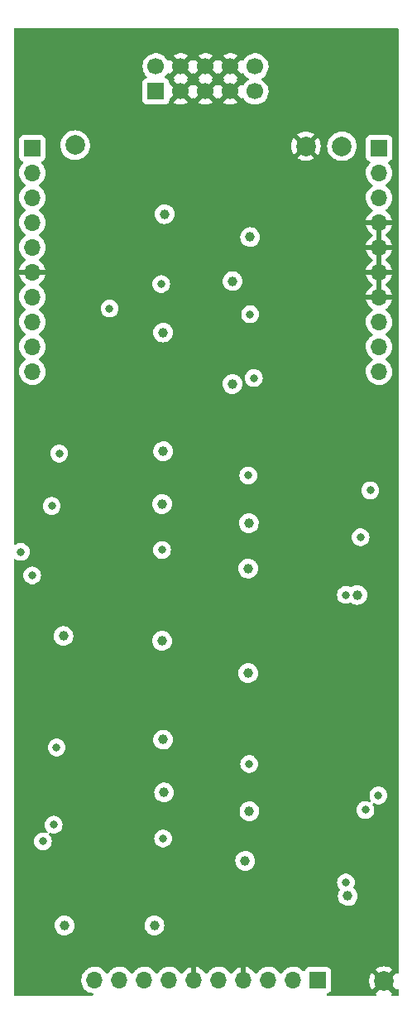
<source format=gbr>
%TF.GenerationSoftware,KiCad,Pcbnew,(6.0.11)*%
%TF.CreationDate,2023-07-06T17:16:20+01:00*%
%TF.ProjectId,Quilter_Components,5175696c-7465-4725-9f43-6f6d706f6e65,rev?*%
%TF.SameCoordinates,Original*%
%TF.FileFunction,Copper,L2,Inr*%
%TF.FilePolarity,Positive*%
%FSLAX46Y46*%
G04 Gerber Fmt 4.6, Leading zero omitted, Abs format (unit mm)*
G04 Created by KiCad (PCBNEW (6.0.11)) date 2023-07-06 17:16:20*
%MOMM*%
%LPD*%
G01*
G04 APERTURE LIST*
%TA.AperFunction,ComponentPad*%
%ADD10R,1.700000X1.700000*%
%TD*%
%TA.AperFunction,ComponentPad*%
%ADD11C,1.700000*%
%TD*%
%TA.AperFunction,ComponentPad*%
%ADD12C,2.000000*%
%TD*%
%TA.AperFunction,ComponentPad*%
%ADD13O,1.700000X1.700000*%
%TD*%
%TA.AperFunction,ViaPad*%
%ADD14C,1.000000*%
%TD*%
%TA.AperFunction,ViaPad*%
%ADD15C,0.800000*%
%TD*%
G04 APERTURE END LIST*
D10*
%TO.N,/-12V_IN*%
%TO.C,J4*%
X65060000Y-57000000D03*
D11*
X65060000Y-54460000D03*
%TO.N,GND*%
X67600000Y-57000000D03*
X67600000Y-54460000D03*
X70140000Y-57000000D03*
X70140000Y-54460000D03*
X72680000Y-57000000D03*
X72680000Y-54460000D03*
%TO.N,/+12V_IN*%
X75220000Y-57000000D03*
X75220000Y-54460000D03*
%TD*%
D12*
%TO.N,-12V*%
%TO.C,TP2*%
X56800000Y-62500000D03*
%TD*%
%TO.N,GND*%
%TO.C,TP4*%
X80400000Y-62600000D03*
%TD*%
%TO.N,+12V*%
%TO.C,TP1*%
X84100000Y-62600000D03*
%TD*%
%TO.N,GND*%
%TO.C,TP3*%
X88400000Y-148000000D03*
%TD*%
D10*
%TO.N,/AUDIO_IN3*%
%TO.C,J3*%
X81650000Y-147900000D03*
D13*
%TO.N,/FREQ_V_OCT4*%
X79110000Y-147900000D03*
%TO.N,/FREQ_CV_DAMP4*%
X76570000Y-147900000D03*
%TO.N,GND*%
X74030000Y-147900000D03*
%TO.N,/AUDIO_IN4*%
X71490000Y-147900000D03*
%TO.N,GND*%
X68950000Y-147900000D03*
%TO.N,/FREQ_CV_DAMP1*%
X66410000Y-147900000D03*
%TO.N,/FREQ_JACK*%
X63870000Y-147900000D03*
%TO.N,/FREQ_CV_DAMP3*%
X61330000Y-147900000D03*
%TO.N,/FREQ_V_OCT3*%
X58790000Y-147900000D03*
%TD*%
D10*
%TO.N,/FREQ_POT_-5V*%
%TO.C,J1*%
X52400000Y-62800000D03*
D13*
%TO.N,/AUDIO_BUFF2*%
X52400000Y-65340000D03*
%TO.N,/AUDIO_BUFF4*%
X52400000Y-67880000D03*
%TO.N,/FREQ_POT_5V*%
X52400000Y-70420000D03*
%TO.N,/FREQ_POT*%
X52400000Y-72960000D03*
%TO.N,GND*%
X52400000Y-75500000D03*
%TO.N,/FREQ_V_OCT1*%
X52400000Y-78040000D03*
%TO.N,/Q_POT*%
X52400000Y-80580000D03*
%TO.N,/AUDIO_MIX*%
X52400000Y-83120000D03*
%TO.N,/AUDIO_IN2*%
X52400000Y-85660000D03*
%TD*%
D10*
%TO.N,+12V*%
%TO.C,J2*%
X87900000Y-62800000D03*
D13*
%TO.N,/AUDIO_BUFF1*%
X87900000Y-65340000D03*
%TO.N,/AUDIO_BUFF3*%
X87900000Y-67880000D03*
%TO.N,GND*%
X87900000Y-70420000D03*
X87900000Y-72960000D03*
X87900000Y-75500000D03*
X87900000Y-78040000D03*
%TO.N,/AUDIO_IN1*%
X87900000Y-80580000D03*
%TO.N,/FREQ_CV_DAMP2*%
X87900000Y-83120000D03*
%TO.N,/FREQ_V_OCT2*%
X87900000Y-85660000D03*
%TD*%
D14*
%TO.N,+12V*%
X74200000Y-135700000D03*
X65800000Y-123300000D03*
X65700000Y-99200000D03*
X74500000Y-105800000D03*
X65800000Y-81662502D03*
X65800000Y-93800000D03*
X74700000Y-71900000D03*
X65900000Y-128700000D03*
D15*
%TO.N,GND*%
X85500000Y-122500000D03*
X69200000Y-128300000D03*
X61500000Y-135800000D03*
X71300000Y-69200000D03*
X78900000Y-88400000D03*
X61500000Y-106300000D03*
X78900000Y-125100000D03*
X61500000Y-70200000D03*
X78900000Y-130400000D03*
X61600000Y-123300000D03*
X71700000Y-141400000D03*
X67600000Y-87600000D03*
X69100000Y-69100000D03*
X66312299Y-71687701D03*
X61500000Y-111700000D03*
X79000000Y-78000000D03*
X85600000Y-93000000D03*
X54800000Y-135300000D03*
X78900000Y-135800000D03*
X69200000Y-101400000D03*
X71200000Y-98800000D03*
X61500000Y-99200000D03*
X61600000Y-82387500D03*
X61500000Y-128700000D03*
X78800000Y-100900000D03*
X71200000Y-130900000D03*
X61500000Y-93800000D03*
X54700000Y-125700000D03*
X72800000Y-112700000D03*
X71400000Y-80000000D03*
X79200000Y-71700000D03*
X81600000Y-105800000D03*
X54800000Y-105800000D03*
X78800000Y-95600000D03*
X71200000Y-128300000D03*
X69200000Y-98800000D03*
X78800000Y-106300000D03*
X81600000Y-135300000D03*
X57200000Y-73200000D03*
X54700000Y-122500000D03*
X69200000Y-130900000D03*
X66100000Y-78700000D03*
X61600000Y-141200000D03*
X54800000Y-96200000D03*
X71200000Y-101400000D03*
X78900000Y-117900000D03*
X71300000Y-71600000D03*
D14*
%TO.N,-12V*%
X64900000Y-142300000D03*
X72900000Y-76400000D03*
X74570000Y-101170000D03*
X72899999Y-86924499D03*
X84700000Y-139300000D03*
X55600000Y-112700000D03*
X74630000Y-130630000D03*
X55700000Y-142300000D03*
X65950000Y-69550000D03*
X85675500Y-108500000D03*
X65700000Y-113200000D03*
X74500000Y-116500000D03*
D15*
%TO.N,/AUDIO_IN2*%
X52399999Y-106499999D03*
%TO.N,/FREQ_POT*%
X51225000Y-104100000D03*
X87000000Y-97800000D03*
X87821710Y-129002889D03*
X53500000Y-133700000D03*
%TO.N,/Q_POT*%
X55162299Y-94037701D03*
X84500000Y-137900000D03*
X84500000Y-108500000D03*
X54900000Y-124100000D03*
%TO.N,/FREQ_JACK*%
X54400000Y-99400000D03*
X86000000Y-102600000D03*
X86500000Y-130500000D03*
X54600000Y-132000000D03*
%TO.N,Net-(C10-Pad1)*%
X74700000Y-79800000D03*
X74510000Y-96290000D03*
%TO.N,Net-(C18-Pad1)*%
X65690000Y-103910000D03*
X65600000Y-76700000D03*
%TO.N,Net-(C26-Pad1)*%
X74610000Y-125790000D03*
X75081187Y-86324500D03*
%TO.N,Net-(C34-Pad1)*%
X60312500Y-79212500D03*
X65790000Y-133410000D03*
%TD*%
%TA.AperFunction,Conductor*%
%TO.N,GND*%
G36*
X89833621Y-50528502D02*
G01*
X89880114Y-50582158D01*
X89891500Y-50634500D01*
X89891500Y-147101013D01*
X89871498Y-147169134D01*
X89817842Y-147215627D01*
X89747568Y-147225731D01*
X89682988Y-147196237D01*
X89658068Y-147166849D01*
X89642567Y-147141554D01*
X89632110Y-147132093D01*
X89623334Y-147135876D01*
X88772022Y-147987188D01*
X88764408Y-148001132D01*
X88764539Y-148002965D01*
X88768790Y-148009580D01*
X89620290Y-148861080D01*
X89632670Y-148867840D01*
X89640319Y-148862114D01*
X89658068Y-148833151D01*
X89710716Y-148785520D01*
X89780757Y-148773914D01*
X89845955Y-148802018D01*
X89885608Y-148860909D01*
X89891500Y-148898987D01*
X89891500Y-149365500D01*
X89871498Y-149433621D01*
X89817842Y-149480114D01*
X89765500Y-149491500D01*
X89298987Y-149491500D01*
X89230866Y-149471498D01*
X89184373Y-149417842D01*
X89174269Y-149347568D01*
X89203763Y-149282988D01*
X89233151Y-149258068D01*
X89258446Y-149242567D01*
X89267907Y-149232110D01*
X89264124Y-149223334D01*
X88412812Y-148372022D01*
X88398868Y-148364408D01*
X88397035Y-148364539D01*
X88390420Y-148368790D01*
X87538920Y-149220290D01*
X87532160Y-149232670D01*
X87537886Y-149240319D01*
X87566849Y-149258068D01*
X87614480Y-149310716D01*
X87626086Y-149380757D01*
X87597982Y-149445955D01*
X87539091Y-149485608D01*
X87501013Y-149491500D01*
X82665821Y-149491500D01*
X82597700Y-149471498D01*
X82551207Y-149417842D01*
X82541103Y-149347568D01*
X82570597Y-149282988D01*
X82621592Y-149247518D01*
X82738295Y-149203768D01*
X82738296Y-149203767D01*
X82746705Y-149200615D01*
X82863261Y-149113261D01*
X82950615Y-148996705D01*
X83001745Y-148860316D01*
X83008500Y-148798134D01*
X83008500Y-148004930D01*
X86887725Y-148004930D01*
X86905572Y-148231699D01*
X86907115Y-148241446D01*
X86960217Y-148462627D01*
X86963266Y-148472012D01*
X87050313Y-148682163D01*
X87054795Y-148690958D01*
X87157432Y-148858445D01*
X87167890Y-148867907D01*
X87176666Y-148864124D01*
X88027978Y-148012812D01*
X88035592Y-147998868D01*
X88035461Y-147997035D01*
X88031210Y-147990420D01*
X87179710Y-147138920D01*
X87167330Y-147132160D01*
X87159680Y-147137887D01*
X87054795Y-147309042D01*
X87050313Y-147317837D01*
X86963266Y-147527988D01*
X86960217Y-147537373D01*
X86907115Y-147758554D01*
X86905572Y-147768301D01*
X86887725Y-147995070D01*
X86887725Y-148004930D01*
X83008500Y-148004930D01*
X83008500Y-147001866D01*
X83001745Y-146939684D01*
X82950615Y-146803295D01*
X82924080Y-146767890D01*
X87532093Y-146767890D01*
X87535876Y-146776666D01*
X88387188Y-147627978D01*
X88401132Y-147635592D01*
X88402965Y-147635461D01*
X88409580Y-147631210D01*
X89261080Y-146779710D01*
X89267840Y-146767330D01*
X89262113Y-146759680D01*
X89090958Y-146654795D01*
X89082163Y-146650313D01*
X88872012Y-146563266D01*
X88862627Y-146560217D01*
X88641446Y-146507115D01*
X88631699Y-146505572D01*
X88404930Y-146487725D01*
X88395070Y-146487725D01*
X88168301Y-146505572D01*
X88158554Y-146507115D01*
X87937373Y-146560217D01*
X87927988Y-146563266D01*
X87717837Y-146650313D01*
X87709042Y-146654795D01*
X87541555Y-146757432D01*
X87532093Y-146767890D01*
X82924080Y-146767890D01*
X82863261Y-146686739D01*
X82746705Y-146599385D01*
X82610316Y-146548255D01*
X82548134Y-146541500D01*
X80751866Y-146541500D01*
X80689684Y-146548255D01*
X80553295Y-146599385D01*
X80436739Y-146686739D01*
X80349385Y-146803295D01*
X80346233Y-146811703D01*
X80304919Y-146921907D01*
X80262277Y-146978671D01*
X80195716Y-147003371D01*
X80126367Y-146988163D01*
X80093743Y-146962476D01*
X80043151Y-146906875D01*
X80043142Y-146906866D01*
X80039670Y-146903051D01*
X80035619Y-146899852D01*
X80035615Y-146899848D01*
X79868414Y-146767800D01*
X79868410Y-146767798D01*
X79864359Y-146764598D01*
X79828028Y-146744542D01*
X79812136Y-146735769D01*
X79668789Y-146656638D01*
X79663920Y-146654914D01*
X79663916Y-146654912D01*
X79463087Y-146583795D01*
X79463083Y-146583794D01*
X79458212Y-146582069D01*
X79453119Y-146581162D01*
X79453116Y-146581161D01*
X79243373Y-146543800D01*
X79243367Y-146543799D01*
X79238284Y-146542894D01*
X79164452Y-146541992D01*
X79020081Y-146540228D01*
X79020079Y-146540228D01*
X79014911Y-146540165D01*
X78794091Y-146573955D01*
X78581756Y-146643357D01*
X78383607Y-146746507D01*
X78379474Y-146749610D01*
X78379471Y-146749612D01*
X78209100Y-146877530D01*
X78204965Y-146880635D01*
X78179541Y-146907240D01*
X78111280Y-146978671D01*
X78050629Y-147042138D01*
X77943201Y-147199621D01*
X77888293Y-147244621D01*
X77817768Y-147252792D01*
X77754021Y-147221538D01*
X77733324Y-147197054D01*
X77652822Y-147072617D01*
X77652820Y-147072614D01*
X77650014Y-147068277D01*
X77499670Y-146903051D01*
X77495619Y-146899852D01*
X77495615Y-146899848D01*
X77328414Y-146767800D01*
X77328410Y-146767798D01*
X77324359Y-146764598D01*
X77288028Y-146744542D01*
X77272136Y-146735769D01*
X77128789Y-146656638D01*
X77123920Y-146654914D01*
X77123916Y-146654912D01*
X76923087Y-146583795D01*
X76923083Y-146583794D01*
X76918212Y-146582069D01*
X76913119Y-146581162D01*
X76913116Y-146581161D01*
X76703373Y-146543800D01*
X76703367Y-146543799D01*
X76698284Y-146542894D01*
X76624452Y-146541992D01*
X76480081Y-146540228D01*
X76480079Y-146540228D01*
X76474911Y-146540165D01*
X76254091Y-146573955D01*
X76041756Y-146643357D01*
X75843607Y-146746507D01*
X75839474Y-146749610D01*
X75839471Y-146749612D01*
X75669100Y-146877530D01*
X75664965Y-146880635D01*
X75639541Y-146907240D01*
X75571280Y-146978671D01*
X75510629Y-147042138D01*
X75403204Y-147199618D01*
X75402898Y-147200066D01*
X75347987Y-147245069D01*
X75277462Y-147253240D01*
X75213715Y-147221986D01*
X75193018Y-147197502D01*
X75112426Y-147072926D01*
X75106136Y-147064757D01*
X74962806Y-146907240D01*
X74955273Y-146900215D01*
X74788139Y-146768222D01*
X74779552Y-146762517D01*
X74593117Y-146659599D01*
X74583705Y-146655369D01*
X74382959Y-146584280D01*
X74372988Y-146581646D01*
X74301837Y-146568972D01*
X74288540Y-146570432D01*
X74284000Y-146584989D01*
X74284000Y-148028000D01*
X74263998Y-148096121D01*
X74210342Y-148142614D01*
X74158000Y-148154000D01*
X73902000Y-148154000D01*
X73833879Y-148133998D01*
X73787386Y-148080342D01*
X73776000Y-148028000D01*
X73776000Y-146583102D01*
X73772082Y-146569758D01*
X73757806Y-146567771D01*
X73719324Y-146573660D01*
X73709288Y-146576051D01*
X73506868Y-146642212D01*
X73497359Y-146646209D01*
X73308463Y-146744542D01*
X73299738Y-146750036D01*
X73129433Y-146877905D01*
X73121726Y-146884748D01*
X72974590Y-147038717D01*
X72968109Y-147046722D01*
X72863498Y-147200074D01*
X72808587Y-147245076D01*
X72738062Y-147253247D01*
X72674315Y-147221993D01*
X72653618Y-147197509D01*
X72572822Y-147072617D01*
X72572820Y-147072614D01*
X72570014Y-147068277D01*
X72419670Y-146903051D01*
X72415619Y-146899852D01*
X72415615Y-146899848D01*
X72248414Y-146767800D01*
X72248410Y-146767798D01*
X72244359Y-146764598D01*
X72208028Y-146744542D01*
X72192136Y-146735769D01*
X72048789Y-146656638D01*
X72043920Y-146654914D01*
X72043916Y-146654912D01*
X71843087Y-146583795D01*
X71843083Y-146583794D01*
X71838212Y-146582069D01*
X71833119Y-146581162D01*
X71833116Y-146581161D01*
X71623373Y-146543800D01*
X71623367Y-146543799D01*
X71618284Y-146542894D01*
X71544452Y-146541992D01*
X71400081Y-146540228D01*
X71400079Y-146540228D01*
X71394911Y-146540165D01*
X71174091Y-146573955D01*
X70961756Y-146643357D01*
X70763607Y-146746507D01*
X70759474Y-146749610D01*
X70759471Y-146749612D01*
X70589100Y-146877530D01*
X70584965Y-146880635D01*
X70559541Y-146907240D01*
X70491280Y-146978671D01*
X70430629Y-147042138D01*
X70323204Y-147199618D01*
X70322898Y-147200066D01*
X70267987Y-147245069D01*
X70197462Y-147253240D01*
X70133715Y-147221986D01*
X70113018Y-147197502D01*
X70032426Y-147072926D01*
X70026136Y-147064757D01*
X69882806Y-146907240D01*
X69875273Y-146900215D01*
X69708139Y-146768222D01*
X69699552Y-146762517D01*
X69513117Y-146659599D01*
X69503705Y-146655369D01*
X69302959Y-146584280D01*
X69292988Y-146581646D01*
X69221837Y-146568972D01*
X69208540Y-146570432D01*
X69204000Y-146584989D01*
X69204000Y-148028000D01*
X69183998Y-148096121D01*
X69130342Y-148142614D01*
X69078000Y-148154000D01*
X68822000Y-148154000D01*
X68753879Y-148133998D01*
X68707386Y-148080342D01*
X68696000Y-148028000D01*
X68696000Y-146583102D01*
X68692082Y-146569758D01*
X68677806Y-146567771D01*
X68639324Y-146573660D01*
X68629288Y-146576051D01*
X68426868Y-146642212D01*
X68417359Y-146646209D01*
X68228463Y-146744542D01*
X68219738Y-146750036D01*
X68049433Y-146877905D01*
X68041726Y-146884748D01*
X67894590Y-147038717D01*
X67888109Y-147046722D01*
X67783498Y-147200074D01*
X67728587Y-147245076D01*
X67658062Y-147253247D01*
X67594315Y-147221993D01*
X67573618Y-147197509D01*
X67492822Y-147072617D01*
X67492820Y-147072614D01*
X67490014Y-147068277D01*
X67339670Y-146903051D01*
X67335619Y-146899852D01*
X67335615Y-146899848D01*
X67168414Y-146767800D01*
X67168410Y-146767798D01*
X67164359Y-146764598D01*
X67128028Y-146744542D01*
X67112136Y-146735769D01*
X66968789Y-146656638D01*
X66963920Y-146654914D01*
X66963916Y-146654912D01*
X66763087Y-146583795D01*
X66763083Y-146583794D01*
X66758212Y-146582069D01*
X66753119Y-146581162D01*
X66753116Y-146581161D01*
X66543373Y-146543800D01*
X66543367Y-146543799D01*
X66538284Y-146542894D01*
X66464452Y-146541992D01*
X66320081Y-146540228D01*
X66320079Y-146540228D01*
X66314911Y-146540165D01*
X66094091Y-146573955D01*
X65881756Y-146643357D01*
X65683607Y-146746507D01*
X65679474Y-146749610D01*
X65679471Y-146749612D01*
X65509100Y-146877530D01*
X65504965Y-146880635D01*
X65479541Y-146907240D01*
X65411280Y-146978671D01*
X65350629Y-147042138D01*
X65243201Y-147199621D01*
X65188293Y-147244621D01*
X65117768Y-147252792D01*
X65054021Y-147221538D01*
X65033324Y-147197054D01*
X64952822Y-147072617D01*
X64952820Y-147072614D01*
X64950014Y-147068277D01*
X64799670Y-146903051D01*
X64795619Y-146899852D01*
X64795615Y-146899848D01*
X64628414Y-146767800D01*
X64628410Y-146767798D01*
X64624359Y-146764598D01*
X64588028Y-146744542D01*
X64572136Y-146735769D01*
X64428789Y-146656638D01*
X64423920Y-146654914D01*
X64423916Y-146654912D01*
X64223087Y-146583795D01*
X64223083Y-146583794D01*
X64218212Y-146582069D01*
X64213119Y-146581162D01*
X64213116Y-146581161D01*
X64003373Y-146543800D01*
X64003367Y-146543799D01*
X63998284Y-146542894D01*
X63924452Y-146541992D01*
X63780081Y-146540228D01*
X63780079Y-146540228D01*
X63774911Y-146540165D01*
X63554091Y-146573955D01*
X63341756Y-146643357D01*
X63143607Y-146746507D01*
X63139474Y-146749610D01*
X63139471Y-146749612D01*
X62969100Y-146877530D01*
X62964965Y-146880635D01*
X62939541Y-146907240D01*
X62871280Y-146978671D01*
X62810629Y-147042138D01*
X62703201Y-147199621D01*
X62648293Y-147244621D01*
X62577768Y-147252792D01*
X62514021Y-147221538D01*
X62493324Y-147197054D01*
X62412822Y-147072617D01*
X62412820Y-147072614D01*
X62410014Y-147068277D01*
X62259670Y-146903051D01*
X62255619Y-146899852D01*
X62255615Y-146899848D01*
X62088414Y-146767800D01*
X62088410Y-146767798D01*
X62084359Y-146764598D01*
X62048028Y-146744542D01*
X62032136Y-146735769D01*
X61888789Y-146656638D01*
X61883920Y-146654914D01*
X61883916Y-146654912D01*
X61683087Y-146583795D01*
X61683083Y-146583794D01*
X61678212Y-146582069D01*
X61673119Y-146581162D01*
X61673116Y-146581161D01*
X61463373Y-146543800D01*
X61463367Y-146543799D01*
X61458284Y-146542894D01*
X61384452Y-146541992D01*
X61240081Y-146540228D01*
X61240079Y-146540228D01*
X61234911Y-146540165D01*
X61014091Y-146573955D01*
X60801756Y-146643357D01*
X60603607Y-146746507D01*
X60599474Y-146749610D01*
X60599471Y-146749612D01*
X60429100Y-146877530D01*
X60424965Y-146880635D01*
X60399541Y-146907240D01*
X60331280Y-146978671D01*
X60270629Y-147042138D01*
X60163201Y-147199621D01*
X60108293Y-147244621D01*
X60037768Y-147252792D01*
X59974021Y-147221538D01*
X59953324Y-147197054D01*
X59872822Y-147072617D01*
X59872820Y-147072614D01*
X59870014Y-147068277D01*
X59719670Y-146903051D01*
X59715619Y-146899852D01*
X59715615Y-146899848D01*
X59548414Y-146767800D01*
X59548410Y-146767798D01*
X59544359Y-146764598D01*
X59508028Y-146744542D01*
X59492136Y-146735769D01*
X59348789Y-146656638D01*
X59343920Y-146654914D01*
X59343916Y-146654912D01*
X59143087Y-146583795D01*
X59143083Y-146583794D01*
X59138212Y-146582069D01*
X59133119Y-146581162D01*
X59133116Y-146581161D01*
X58923373Y-146543800D01*
X58923367Y-146543799D01*
X58918284Y-146542894D01*
X58844452Y-146541992D01*
X58700081Y-146540228D01*
X58700079Y-146540228D01*
X58694911Y-146540165D01*
X58474091Y-146573955D01*
X58261756Y-146643357D01*
X58063607Y-146746507D01*
X58059474Y-146749610D01*
X58059471Y-146749612D01*
X57889100Y-146877530D01*
X57884965Y-146880635D01*
X57859541Y-146907240D01*
X57791280Y-146978671D01*
X57730629Y-147042138D01*
X57604743Y-147226680D01*
X57510688Y-147429305D01*
X57450989Y-147644570D01*
X57427251Y-147866695D01*
X57427548Y-147871848D01*
X57427548Y-147871851D01*
X57435676Y-148012812D01*
X57440110Y-148089715D01*
X57441247Y-148094761D01*
X57441248Y-148094767D01*
X57452031Y-148142614D01*
X57489222Y-148307639D01*
X57573266Y-148514616D01*
X57610685Y-148575678D01*
X57687291Y-148700688D01*
X57689987Y-148705088D01*
X57836250Y-148873938D01*
X58008126Y-149016632D01*
X58201000Y-149129338D01*
X58409692Y-149209030D01*
X58414760Y-149210061D01*
X58414763Y-149210062D01*
X58571891Y-149242030D01*
X58634656Y-149275211D01*
X58669518Y-149337059D01*
X58665409Y-149407937D01*
X58623632Y-149465341D01*
X58557453Y-149491046D01*
X58546770Y-149491500D01*
X50634500Y-149491500D01*
X50566379Y-149471498D01*
X50519886Y-149417842D01*
X50508500Y-149365500D01*
X50508500Y-142285851D01*
X54686719Y-142285851D01*
X54703268Y-142482934D01*
X54757783Y-142673050D01*
X54848187Y-142848956D01*
X54971035Y-143003953D01*
X55121650Y-143132136D01*
X55294294Y-143228624D01*
X55482392Y-143289740D01*
X55678777Y-143313158D01*
X55684912Y-143312686D01*
X55684914Y-143312686D01*
X55869830Y-143298457D01*
X55869834Y-143298456D01*
X55875972Y-143297984D01*
X56066463Y-143244798D01*
X56071967Y-143242018D01*
X56071969Y-143242017D01*
X56237495Y-143158404D01*
X56237497Y-143158403D01*
X56242996Y-143155625D01*
X56398847Y-143033861D01*
X56528078Y-142884145D01*
X56625769Y-142712179D01*
X56688197Y-142524513D01*
X56712985Y-142328295D01*
X56713380Y-142300000D01*
X56711993Y-142285851D01*
X63886719Y-142285851D01*
X63903268Y-142482934D01*
X63957783Y-142673050D01*
X64048187Y-142848956D01*
X64171035Y-143003953D01*
X64321650Y-143132136D01*
X64494294Y-143228624D01*
X64682392Y-143289740D01*
X64878777Y-143313158D01*
X64884912Y-143312686D01*
X64884914Y-143312686D01*
X65069830Y-143298457D01*
X65069834Y-143298456D01*
X65075972Y-143297984D01*
X65266463Y-143244798D01*
X65271967Y-143242018D01*
X65271969Y-143242017D01*
X65437495Y-143158404D01*
X65437497Y-143158403D01*
X65442996Y-143155625D01*
X65598847Y-143033861D01*
X65728078Y-142884145D01*
X65825769Y-142712179D01*
X65888197Y-142524513D01*
X65912985Y-142328295D01*
X65913380Y-142300000D01*
X65894080Y-142103167D01*
X65836916Y-141913831D01*
X65744066Y-141739204D01*
X65673709Y-141652938D01*
X65622960Y-141590713D01*
X65622957Y-141590710D01*
X65619065Y-141585938D01*
X65612724Y-141580692D01*
X65471425Y-141463799D01*
X65471421Y-141463797D01*
X65466675Y-141459870D01*
X65292701Y-141365802D01*
X65103768Y-141307318D01*
X65097643Y-141306674D01*
X65097642Y-141306674D01*
X64913204Y-141287289D01*
X64913202Y-141287289D01*
X64907075Y-141286645D01*
X64824576Y-141294153D01*
X64716251Y-141304011D01*
X64716248Y-141304012D01*
X64710112Y-141304570D01*
X64704206Y-141306308D01*
X64704202Y-141306309D01*
X64599076Y-141337249D01*
X64520381Y-141360410D01*
X64514923Y-141363263D01*
X64514919Y-141363265D01*
X64424147Y-141410720D01*
X64345110Y-141452040D01*
X64190975Y-141575968D01*
X64063846Y-141727474D01*
X64060879Y-141732872D01*
X64060875Y-141732877D01*
X64057397Y-141739204D01*
X63968567Y-141900787D01*
X63966706Y-141906654D01*
X63966705Y-141906656D01*
X63910627Y-142083436D01*
X63908765Y-142089306D01*
X63886719Y-142285851D01*
X56711993Y-142285851D01*
X56694080Y-142103167D01*
X56636916Y-141913831D01*
X56544066Y-141739204D01*
X56473709Y-141652938D01*
X56422960Y-141590713D01*
X56422957Y-141590710D01*
X56419065Y-141585938D01*
X56412724Y-141580692D01*
X56271425Y-141463799D01*
X56271421Y-141463797D01*
X56266675Y-141459870D01*
X56092701Y-141365802D01*
X55903768Y-141307318D01*
X55897643Y-141306674D01*
X55897642Y-141306674D01*
X55713204Y-141287289D01*
X55713202Y-141287289D01*
X55707075Y-141286645D01*
X55624576Y-141294153D01*
X55516251Y-141304011D01*
X55516248Y-141304012D01*
X55510112Y-141304570D01*
X55504206Y-141306308D01*
X55504202Y-141306309D01*
X55399076Y-141337249D01*
X55320381Y-141360410D01*
X55314923Y-141363263D01*
X55314919Y-141363265D01*
X55224147Y-141410720D01*
X55145110Y-141452040D01*
X54990975Y-141575968D01*
X54863846Y-141727474D01*
X54860879Y-141732872D01*
X54860875Y-141732877D01*
X54857397Y-141739204D01*
X54768567Y-141900787D01*
X54766706Y-141906654D01*
X54766705Y-141906656D01*
X54710627Y-142083436D01*
X54708765Y-142089306D01*
X54686719Y-142285851D01*
X50508500Y-142285851D01*
X50508500Y-137900000D01*
X83586496Y-137900000D01*
X83606458Y-138089928D01*
X83665473Y-138271556D01*
X83760960Y-138436944D01*
X83765378Y-138441851D01*
X83765379Y-138441852D01*
X83867114Y-138554840D01*
X83897832Y-138618847D01*
X83889067Y-138689301D01*
X83870000Y-138720140D01*
X83863846Y-138727474D01*
X83860879Y-138732872D01*
X83860875Y-138732877D01*
X83857397Y-138739204D01*
X83768567Y-138900787D01*
X83766706Y-138906654D01*
X83766705Y-138906656D01*
X83710627Y-139083436D01*
X83708765Y-139089306D01*
X83686719Y-139285851D01*
X83703268Y-139482934D01*
X83757783Y-139673050D01*
X83848187Y-139848956D01*
X83971035Y-140003953D01*
X84121650Y-140132136D01*
X84294294Y-140228624D01*
X84482392Y-140289740D01*
X84678777Y-140313158D01*
X84684912Y-140312686D01*
X84684914Y-140312686D01*
X84869830Y-140298457D01*
X84869834Y-140298456D01*
X84875972Y-140297984D01*
X85066463Y-140244798D01*
X85071967Y-140242018D01*
X85071969Y-140242017D01*
X85237495Y-140158404D01*
X85237497Y-140158403D01*
X85242996Y-140155625D01*
X85398847Y-140033861D01*
X85528078Y-139884145D01*
X85625769Y-139712179D01*
X85688197Y-139524513D01*
X85712985Y-139328295D01*
X85713380Y-139300000D01*
X85694080Y-139103167D01*
X85636916Y-138913831D01*
X85544066Y-138739204D01*
X85445905Y-138618847D01*
X85422960Y-138590713D01*
X85422957Y-138590710D01*
X85419065Y-138585938D01*
X85410517Y-138578866D01*
X85378653Y-138552507D01*
X85321057Y-138504859D01*
X85281320Y-138446026D01*
X85279697Y-138375048D01*
X85292254Y-138344775D01*
X85331223Y-138277279D01*
X85331224Y-138277278D01*
X85334527Y-138271556D01*
X85393542Y-138089928D01*
X85413504Y-137900000D01*
X85393542Y-137710072D01*
X85334527Y-137528444D01*
X85239040Y-137363056D01*
X85111253Y-137221134D01*
X84956752Y-137108882D01*
X84950724Y-137106198D01*
X84950722Y-137106197D01*
X84788319Y-137033891D01*
X84788318Y-137033891D01*
X84782288Y-137031206D01*
X84688887Y-137011353D01*
X84601944Y-136992872D01*
X84601939Y-136992872D01*
X84595487Y-136991500D01*
X84404513Y-136991500D01*
X84398061Y-136992872D01*
X84398056Y-136992872D01*
X84311113Y-137011353D01*
X84217712Y-137031206D01*
X84211682Y-137033891D01*
X84211681Y-137033891D01*
X84049278Y-137106197D01*
X84049276Y-137106198D01*
X84043248Y-137108882D01*
X83888747Y-137221134D01*
X83760960Y-137363056D01*
X83665473Y-137528444D01*
X83606458Y-137710072D01*
X83586496Y-137900000D01*
X50508500Y-137900000D01*
X50508500Y-135685851D01*
X73186719Y-135685851D01*
X73203268Y-135882934D01*
X73257783Y-136073050D01*
X73348187Y-136248956D01*
X73471035Y-136403953D01*
X73621650Y-136532136D01*
X73794294Y-136628624D01*
X73982392Y-136689740D01*
X74178777Y-136713158D01*
X74184912Y-136712686D01*
X74184914Y-136712686D01*
X74369830Y-136698457D01*
X74369834Y-136698456D01*
X74375972Y-136697984D01*
X74566463Y-136644798D01*
X74571967Y-136642018D01*
X74571969Y-136642017D01*
X74737495Y-136558404D01*
X74737497Y-136558403D01*
X74742996Y-136555625D01*
X74898847Y-136433861D01*
X75028078Y-136284145D01*
X75125769Y-136112179D01*
X75188197Y-135924513D01*
X75212985Y-135728295D01*
X75213380Y-135700000D01*
X75194080Y-135503167D01*
X75136916Y-135313831D01*
X75044066Y-135139204D01*
X74973709Y-135052938D01*
X74922960Y-134990713D01*
X74922957Y-134990710D01*
X74919065Y-134985938D01*
X74912724Y-134980692D01*
X74771425Y-134863799D01*
X74771421Y-134863797D01*
X74766675Y-134859870D01*
X74592701Y-134765802D01*
X74403768Y-134707318D01*
X74397643Y-134706674D01*
X74397642Y-134706674D01*
X74213204Y-134687289D01*
X74213202Y-134687289D01*
X74207075Y-134686645D01*
X74124576Y-134694153D01*
X74016251Y-134704011D01*
X74016248Y-134704012D01*
X74010112Y-134704570D01*
X74004206Y-134706308D01*
X74004202Y-134706309D01*
X73899076Y-134737249D01*
X73820381Y-134760410D01*
X73814923Y-134763263D01*
X73814919Y-134763265D01*
X73724147Y-134810720D01*
X73645110Y-134852040D01*
X73490975Y-134975968D01*
X73363846Y-135127474D01*
X73360879Y-135132872D01*
X73360875Y-135132877D01*
X73357397Y-135139204D01*
X73268567Y-135300787D01*
X73266706Y-135306654D01*
X73266705Y-135306656D01*
X73210627Y-135483436D01*
X73208765Y-135489306D01*
X73186719Y-135685851D01*
X50508500Y-135685851D01*
X50508500Y-133700000D01*
X52586496Y-133700000D01*
X52606458Y-133889928D01*
X52665473Y-134071556D01*
X52668776Y-134077278D01*
X52668777Y-134077279D01*
X52675467Y-134088866D01*
X52760960Y-134236944D01*
X52888747Y-134378866D01*
X53043248Y-134491118D01*
X53049276Y-134493802D01*
X53049278Y-134493803D01*
X53211681Y-134566109D01*
X53217712Y-134568794D01*
X53311113Y-134588647D01*
X53398056Y-134607128D01*
X53398061Y-134607128D01*
X53404513Y-134608500D01*
X53595487Y-134608500D01*
X53601939Y-134607128D01*
X53601944Y-134607128D01*
X53688887Y-134588647D01*
X53782288Y-134568794D01*
X53788319Y-134566109D01*
X53950722Y-134493803D01*
X53950724Y-134493802D01*
X53956752Y-134491118D01*
X54111253Y-134378866D01*
X54239040Y-134236944D01*
X54324533Y-134088866D01*
X54331223Y-134077279D01*
X54331224Y-134077278D01*
X54334527Y-134071556D01*
X54393542Y-133889928D01*
X54413504Y-133700000D01*
X54393542Y-133510072D01*
X54361026Y-133410000D01*
X64876496Y-133410000D01*
X64896458Y-133599928D01*
X64955473Y-133781556D01*
X65050960Y-133946944D01*
X65178747Y-134088866D01*
X65333248Y-134201118D01*
X65339276Y-134203802D01*
X65339278Y-134203803D01*
X65501681Y-134276109D01*
X65507712Y-134278794D01*
X65601113Y-134298647D01*
X65688056Y-134317128D01*
X65688061Y-134317128D01*
X65694513Y-134318500D01*
X65885487Y-134318500D01*
X65891939Y-134317128D01*
X65891944Y-134317128D01*
X65978887Y-134298647D01*
X66072288Y-134278794D01*
X66078319Y-134276109D01*
X66240722Y-134203803D01*
X66240724Y-134203802D01*
X66246752Y-134201118D01*
X66401253Y-134088866D01*
X66529040Y-133946944D01*
X66624527Y-133781556D01*
X66683542Y-133599928D01*
X66703504Y-133410000D01*
X66683542Y-133220072D01*
X66624527Y-133038444D01*
X66617369Y-133026045D01*
X66549724Y-132908882D01*
X66529040Y-132873056D01*
X66513984Y-132856334D01*
X66405675Y-132736045D01*
X66405674Y-132736044D01*
X66401253Y-132731134D01*
X66246752Y-132618882D01*
X66240724Y-132616198D01*
X66240722Y-132616197D01*
X66078319Y-132543891D01*
X66078318Y-132543891D01*
X66072288Y-132541206D01*
X65978888Y-132521353D01*
X65891944Y-132502872D01*
X65891939Y-132502872D01*
X65885487Y-132501500D01*
X65694513Y-132501500D01*
X65688061Y-132502872D01*
X65688056Y-132502872D01*
X65601112Y-132521353D01*
X65507712Y-132541206D01*
X65501682Y-132543891D01*
X65501681Y-132543891D01*
X65339278Y-132616197D01*
X65339276Y-132616198D01*
X65333248Y-132618882D01*
X65178747Y-132731134D01*
X65174326Y-132736044D01*
X65174325Y-132736045D01*
X65066017Y-132856334D01*
X65050960Y-132873056D01*
X65030276Y-132908882D01*
X64962632Y-133026045D01*
X64955473Y-133038444D01*
X64896458Y-133220072D01*
X64876496Y-133410000D01*
X54361026Y-133410000D01*
X54334527Y-133328444D01*
X54239040Y-133163056D01*
X54140803Y-133053952D01*
X54110086Y-132989945D01*
X54118851Y-132919492D01*
X54164314Y-132864961D01*
X54232042Y-132843666D01*
X54285690Y-132854537D01*
X54311677Y-132866108D01*
X54311685Y-132866111D01*
X54317712Y-132868794D01*
X54411113Y-132888647D01*
X54498056Y-132907128D01*
X54498061Y-132907128D01*
X54504513Y-132908500D01*
X54695487Y-132908500D01*
X54701939Y-132907128D01*
X54701944Y-132907128D01*
X54788887Y-132888647D01*
X54882288Y-132868794D01*
X54938727Y-132843666D01*
X55050722Y-132793803D01*
X55050724Y-132793802D01*
X55056752Y-132791118D01*
X55071356Y-132780508D01*
X55132553Y-132736045D01*
X55211253Y-132678866D01*
X55265263Y-132618882D01*
X55334621Y-132541852D01*
X55334622Y-132541851D01*
X55339040Y-132536944D01*
X55434527Y-132371556D01*
X55493542Y-132189928D01*
X55513504Y-132000000D01*
X55493542Y-131810072D01*
X55434527Y-131628444D01*
X55428403Y-131617836D01*
X55392481Y-131555618D01*
X55339040Y-131463056D01*
X55226393Y-131337948D01*
X55215675Y-131326045D01*
X55215674Y-131326044D01*
X55211253Y-131321134D01*
X55056752Y-131208882D01*
X55050724Y-131206198D01*
X55050722Y-131206197D01*
X54888319Y-131133891D01*
X54888318Y-131133891D01*
X54882288Y-131131206D01*
X54788888Y-131111353D01*
X54701944Y-131092872D01*
X54701939Y-131092872D01*
X54695487Y-131091500D01*
X54504513Y-131091500D01*
X54498061Y-131092872D01*
X54498056Y-131092872D01*
X54411112Y-131111353D01*
X54317712Y-131131206D01*
X54311682Y-131133891D01*
X54311681Y-131133891D01*
X54149278Y-131206197D01*
X54149276Y-131206198D01*
X54143248Y-131208882D01*
X53988747Y-131321134D01*
X53984326Y-131326044D01*
X53984325Y-131326045D01*
X53973608Y-131337948D01*
X53860960Y-131463056D01*
X53807519Y-131555618D01*
X53771598Y-131617836D01*
X53765473Y-131628444D01*
X53706458Y-131810072D01*
X53686496Y-132000000D01*
X53706458Y-132189928D01*
X53765473Y-132371556D01*
X53860960Y-132536944D01*
X53938232Y-132622763D01*
X53959197Y-132646047D01*
X53989914Y-132710055D01*
X53981149Y-132780508D01*
X53935686Y-132835039D01*
X53867958Y-132856334D01*
X53814310Y-132845463D01*
X53788323Y-132833892D01*
X53788315Y-132833889D01*
X53782288Y-132831206D01*
X53688887Y-132811353D01*
X53601944Y-132792872D01*
X53601939Y-132792872D01*
X53595487Y-132791500D01*
X53404513Y-132791500D01*
X53398061Y-132792872D01*
X53398056Y-132792872D01*
X53311113Y-132811353D01*
X53217712Y-132831206D01*
X53211682Y-132833891D01*
X53211681Y-132833891D01*
X53049278Y-132906197D01*
X53049276Y-132906198D01*
X53043248Y-132908882D01*
X53037907Y-132912762D01*
X53037906Y-132912763D01*
X52987843Y-132949136D01*
X52888747Y-133021134D01*
X52760960Y-133163056D01*
X52665473Y-133328444D01*
X52606458Y-133510072D01*
X52586496Y-133700000D01*
X50508500Y-133700000D01*
X50508500Y-130615851D01*
X73616719Y-130615851D01*
X73633268Y-130812934D01*
X73687783Y-131003050D01*
X73690602Y-131008535D01*
X73755027Y-131133891D01*
X73778187Y-131178956D01*
X73901035Y-131333953D01*
X73905728Y-131337947D01*
X73905729Y-131337948D01*
X73987016Y-131407128D01*
X74051650Y-131462136D01*
X74224294Y-131558624D01*
X74412392Y-131619740D01*
X74608777Y-131643158D01*
X74614912Y-131642686D01*
X74614914Y-131642686D01*
X74799830Y-131628457D01*
X74799834Y-131628456D01*
X74805972Y-131627984D01*
X74996463Y-131574798D01*
X75001967Y-131572018D01*
X75001969Y-131572017D01*
X75167495Y-131488404D01*
X75167497Y-131488403D01*
X75172996Y-131485625D01*
X75328847Y-131363861D01*
X75458078Y-131214145D01*
X75555769Y-131042179D01*
X75618197Y-130854513D01*
X75642985Y-130658295D01*
X75643380Y-130630000D01*
X75630633Y-130500000D01*
X85586496Y-130500000D01*
X85587186Y-130506565D01*
X85603502Y-130661799D01*
X85606458Y-130689928D01*
X85665473Y-130871556D01*
X85760960Y-131036944D01*
X85765378Y-131041851D01*
X85765379Y-131041852D01*
X85770502Y-131047542D01*
X85888747Y-131178866D01*
X86043248Y-131291118D01*
X86049276Y-131293802D01*
X86049278Y-131293803D01*
X86206632Y-131363861D01*
X86217712Y-131368794D01*
X86311112Y-131388647D01*
X86398056Y-131407128D01*
X86398061Y-131407128D01*
X86404513Y-131408500D01*
X86595487Y-131408500D01*
X86601939Y-131407128D01*
X86601944Y-131407128D01*
X86688888Y-131388647D01*
X86782288Y-131368794D01*
X86793368Y-131363861D01*
X86950722Y-131293803D01*
X86950724Y-131293802D01*
X86956752Y-131291118D01*
X87111253Y-131178866D01*
X87229498Y-131047542D01*
X87234621Y-131041852D01*
X87234622Y-131041851D01*
X87239040Y-131036944D01*
X87334527Y-130871556D01*
X87393542Y-130689928D01*
X87396499Y-130661799D01*
X87412814Y-130506565D01*
X87413504Y-130500000D01*
X87393542Y-130310072D01*
X87334527Y-130128444D01*
X87257998Y-129995892D01*
X87241260Y-129926898D01*
X87264480Y-129859806D01*
X87320287Y-129815919D01*
X87390962Y-129809170D01*
X87418365Y-129817786D01*
X87533387Y-129868997D01*
X87533395Y-129869000D01*
X87539422Y-129871683D01*
X87632822Y-129891536D01*
X87719766Y-129910017D01*
X87719771Y-129910017D01*
X87726223Y-129911389D01*
X87917197Y-129911389D01*
X87923649Y-129910017D01*
X87923654Y-129910017D01*
X88010598Y-129891536D01*
X88103998Y-129871683D01*
X88110031Y-129868997D01*
X88272432Y-129796692D01*
X88272434Y-129796691D01*
X88278462Y-129794007D01*
X88432963Y-129681755D01*
X88437385Y-129676844D01*
X88556331Y-129544741D01*
X88556332Y-129544740D01*
X88560750Y-129539833D01*
X88656237Y-129374445D01*
X88715252Y-129192817D01*
X88724343Y-129106326D01*
X88734524Y-129009454D01*
X88735214Y-129002889D01*
X88727592Y-128930365D01*
X88715942Y-128819524D01*
X88715942Y-128819522D01*
X88715252Y-128812961D01*
X88656237Y-128631333D01*
X88560750Y-128465945D01*
X88432963Y-128324023D01*
X88278462Y-128211771D01*
X88272434Y-128209087D01*
X88272432Y-128209086D01*
X88110029Y-128136780D01*
X88110028Y-128136780D01*
X88103998Y-128134095D01*
X88010598Y-128114242D01*
X87923654Y-128095761D01*
X87923649Y-128095761D01*
X87917197Y-128094389D01*
X87726223Y-128094389D01*
X87719771Y-128095761D01*
X87719766Y-128095761D01*
X87632822Y-128114242D01*
X87539422Y-128134095D01*
X87533392Y-128136780D01*
X87533391Y-128136780D01*
X87370988Y-128209086D01*
X87370986Y-128209087D01*
X87364958Y-128211771D01*
X87210457Y-128324023D01*
X87082670Y-128465945D01*
X86987183Y-128631333D01*
X86928168Y-128812961D01*
X86927478Y-128819522D01*
X86927478Y-128819524D01*
X86915828Y-128930365D01*
X86908206Y-129002889D01*
X86908896Y-129009454D01*
X86919078Y-129106326D01*
X86928168Y-129192817D01*
X86987183Y-129374445D01*
X87023678Y-129437655D01*
X87063712Y-129506996D01*
X87080450Y-129575991D01*
X87057230Y-129643083D01*
X87001423Y-129686970D01*
X86930748Y-129693719D01*
X86903345Y-129685103D01*
X86788323Y-129633892D01*
X86788315Y-129633889D01*
X86782288Y-129631206D01*
X86688887Y-129611353D01*
X86601944Y-129592872D01*
X86601939Y-129592872D01*
X86595487Y-129591500D01*
X86404513Y-129591500D01*
X86398061Y-129592872D01*
X86398056Y-129592872D01*
X86311113Y-129611353D01*
X86217712Y-129631206D01*
X86211682Y-129633891D01*
X86211681Y-129633891D01*
X86049278Y-129706197D01*
X86049276Y-129706198D01*
X86043248Y-129708882D01*
X86037907Y-129712762D01*
X86037906Y-129712763D01*
X85987843Y-129749136D01*
X85888747Y-129821134D01*
X85884326Y-129826044D01*
X85884325Y-129826045D01*
X85843233Y-129871683D01*
X85760960Y-129963056D01*
X85665473Y-130128444D01*
X85606458Y-130310072D01*
X85586496Y-130500000D01*
X75630633Y-130500000D01*
X75624080Y-130433167D01*
X75566916Y-130243831D01*
X75474066Y-130069204D01*
X75358004Y-129926898D01*
X75352960Y-129920713D01*
X75352957Y-129920710D01*
X75349065Y-129915938D01*
X75344316Y-129912009D01*
X75201425Y-129793799D01*
X75201421Y-129793797D01*
X75196675Y-129789870D01*
X75022701Y-129695802D01*
X74833768Y-129637318D01*
X74827643Y-129636674D01*
X74827642Y-129636674D01*
X74643204Y-129617289D01*
X74643202Y-129617289D01*
X74637075Y-129616645D01*
X74554576Y-129624153D01*
X74446251Y-129634011D01*
X74446248Y-129634012D01*
X74440112Y-129634570D01*
X74434206Y-129636308D01*
X74434202Y-129636309D01*
X74329076Y-129667249D01*
X74250381Y-129690410D01*
X74244923Y-129693263D01*
X74244919Y-129693265D01*
X74206868Y-129713158D01*
X74075110Y-129782040D01*
X73920975Y-129905968D01*
X73793846Y-130057474D01*
X73790879Y-130062872D01*
X73790875Y-130062877D01*
X73787397Y-130069204D01*
X73698567Y-130230787D01*
X73696706Y-130236654D01*
X73696705Y-130236656D01*
X73675408Y-130303794D01*
X73638765Y-130419306D01*
X73616719Y-130615851D01*
X50508500Y-130615851D01*
X50508500Y-128685851D01*
X64886719Y-128685851D01*
X64903268Y-128882934D01*
X64904967Y-128888858D01*
X64937665Y-129002889D01*
X64957783Y-129073050D01*
X65048187Y-129248956D01*
X65171035Y-129403953D01*
X65175728Y-129407947D01*
X65175729Y-129407948D01*
X65292111Y-129506996D01*
X65321650Y-129532136D01*
X65494294Y-129628624D01*
X65682392Y-129689740D01*
X65878777Y-129713158D01*
X65884912Y-129712686D01*
X65884914Y-129712686D01*
X66069830Y-129698457D01*
X66069834Y-129698456D01*
X66075972Y-129697984D01*
X66266463Y-129644798D01*
X66271967Y-129642018D01*
X66271969Y-129642017D01*
X66437495Y-129558404D01*
X66437497Y-129558403D01*
X66442996Y-129555625D01*
X66598847Y-129433861D01*
X66728078Y-129284145D01*
X66825769Y-129112179D01*
X66888197Y-128924513D01*
X66912985Y-128728295D01*
X66913380Y-128700000D01*
X66894080Y-128503167D01*
X66884569Y-128471663D01*
X66839993Y-128324023D01*
X66836916Y-128313831D01*
X66744066Y-128139204D01*
X66673709Y-128052938D01*
X66622960Y-127990713D01*
X66622957Y-127990710D01*
X66619065Y-127985938D01*
X66612724Y-127980692D01*
X66471425Y-127863799D01*
X66471421Y-127863797D01*
X66466675Y-127859870D01*
X66292701Y-127765802D01*
X66103768Y-127707318D01*
X66097643Y-127706674D01*
X66097642Y-127706674D01*
X65913204Y-127687289D01*
X65913202Y-127687289D01*
X65907075Y-127686645D01*
X65824576Y-127694153D01*
X65716251Y-127704011D01*
X65716248Y-127704012D01*
X65710112Y-127704570D01*
X65704206Y-127706308D01*
X65704202Y-127706309D01*
X65599076Y-127737249D01*
X65520381Y-127760410D01*
X65514923Y-127763263D01*
X65514919Y-127763265D01*
X65424147Y-127810720D01*
X65345110Y-127852040D01*
X65190975Y-127975968D01*
X65063846Y-128127474D01*
X65060879Y-128132872D01*
X65060875Y-128132877D01*
X65015370Y-128215652D01*
X64968567Y-128300787D01*
X64966706Y-128306654D01*
X64966705Y-128306656D01*
X64914362Y-128471663D01*
X64908765Y-128489306D01*
X64886719Y-128685851D01*
X50508500Y-128685851D01*
X50508500Y-125790000D01*
X73696496Y-125790000D01*
X73716458Y-125979928D01*
X73775473Y-126161556D01*
X73870960Y-126326944D01*
X73998747Y-126468866D01*
X74153248Y-126581118D01*
X74159276Y-126583802D01*
X74159278Y-126583803D01*
X74321681Y-126656109D01*
X74327712Y-126658794D01*
X74421112Y-126678647D01*
X74508056Y-126697128D01*
X74508061Y-126697128D01*
X74514513Y-126698500D01*
X74705487Y-126698500D01*
X74711939Y-126697128D01*
X74711944Y-126697128D01*
X74798888Y-126678647D01*
X74892288Y-126658794D01*
X74898319Y-126656109D01*
X75060722Y-126583803D01*
X75060724Y-126583802D01*
X75066752Y-126581118D01*
X75221253Y-126468866D01*
X75349040Y-126326944D01*
X75444527Y-126161556D01*
X75503542Y-125979928D01*
X75523504Y-125790000D01*
X75503542Y-125600072D01*
X75444527Y-125418444D01*
X75349040Y-125253056D01*
X75221253Y-125111134D01*
X75066752Y-124998882D01*
X75060724Y-124996198D01*
X75060722Y-124996197D01*
X74898319Y-124923891D01*
X74898318Y-124923891D01*
X74892288Y-124921206D01*
X74798887Y-124901353D01*
X74711944Y-124882872D01*
X74711939Y-124882872D01*
X74705487Y-124881500D01*
X74514513Y-124881500D01*
X74508061Y-124882872D01*
X74508056Y-124882872D01*
X74421113Y-124901353D01*
X74327712Y-124921206D01*
X74321682Y-124923891D01*
X74321681Y-124923891D01*
X74159278Y-124996197D01*
X74159276Y-124996198D01*
X74153248Y-124998882D01*
X73998747Y-125111134D01*
X73870960Y-125253056D01*
X73775473Y-125418444D01*
X73716458Y-125600072D01*
X73696496Y-125790000D01*
X50508500Y-125790000D01*
X50508500Y-124100000D01*
X53986496Y-124100000D01*
X54006458Y-124289928D01*
X54065473Y-124471556D01*
X54160960Y-124636944D01*
X54288747Y-124778866D01*
X54443248Y-124891118D01*
X54449276Y-124893802D01*
X54449278Y-124893803D01*
X54611681Y-124966109D01*
X54617712Y-124968794D01*
X54711112Y-124988647D01*
X54798056Y-125007128D01*
X54798061Y-125007128D01*
X54804513Y-125008500D01*
X54995487Y-125008500D01*
X55001939Y-125007128D01*
X55001944Y-125007128D01*
X55088888Y-124988647D01*
X55182288Y-124968794D01*
X55188319Y-124966109D01*
X55350722Y-124893803D01*
X55350724Y-124893802D01*
X55356752Y-124891118D01*
X55511253Y-124778866D01*
X55639040Y-124636944D01*
X55734527Y-124471556D01*
X55793542Y-124289928D01*
X55813504Y-124100000D01*
X55793542Y-123910072D01*
X55734527Y-123728444D01*
X55725137Y-123712179D01*
X55642341Y-123568774D01*
X55639040Y-123563056D01*
X55511253Y-123421134D01*
X55412157Y-123349136D01*
X55362094Y-123312763D01*
X55362093Y-123312762D01*
X55356752Y-123308882D01*
X55350724Y-123306198D01*
X55350722Y-123306197D01*
X55305024Y-123285851D01*
X64786719Y-123285851D01*
X64788653Y-123308882D01*
X64798079Y-123421134D01*
X64803268Y-123482934D01*
X64857783Y-123673050D01*
X64948187Y-123848956D01*
X65071035Y-124003953D01*
X65221650Y-124132136D01*
X65394294Y-124228624D01*
X65582392Y-124289740D01*
X65778777Y-124313158D01*
X65784912Y-124312686D01*
X65784914Y-124312686D01*
X65969830Y-124298457D01*
X65969834Y-124298456D01*
X65975972Y-124297984D01*
X66166463Y-124244798D01*
X66171967Y-124242018D01*
X66171969Y-124242017D01*
X66337495Y-124158404D01*
X66337497Y-124158403D01*
X66342996Y-124155625D01*
X66498847Y-124033861D01*
X66592489Y-123925376D01*
X66624049Y-123888813D01*
X66624050Y-123888811D01*
X66628078Y-123884145D01*
X66725769Y-123712179D01*
X66788197Y-123524513D01*
X66812985Y-123328295D01*
X66813256Y-123308882D01*
X66813331Y-123303523D01*
X66813331Y-123303520D01*
X66813380Y-123300000D01*
X66794080Y-123103167D01*
X66736916Y-122913831D01*
X66644066Y-122739204D01*
X66573709Y-122652938D01*
X66522960Y-122590713D01*
X66522957Y-122590710D01*
X66519065Y-122585938D01*
X66512724Y-122580692D01*
X66371425Y-122463799D01*
X66371421Y-122463797D01*
X66366675Y-122459870D01*
X66192701Y-122365802D01*
X66003768Y-122307318D01*
X65997643Y-122306674D01*
X65997642Y-122306674D01*
X65813204Y-122287289D01*
X65813202Y-122287289D01*
X65807075Y-122286645D01*
X65724576Y-122294153D01*
X65616251Y-122304011D01*
X65616248Y-122304012D01*
X65610112Y-122304570D01*
X65604206Y-122306308D01*
X65604202Y-122306309D01*
X65499076Y-122337249D01*
X65420381Y-122360410D01*
X65414923Y-122363263D01*
X65414919Y-122363265D01*
X65324147Y-122410720D01*
X65245110Y-122452040D01*
X65090975Y-122575968D01*
X64963846Y-122727474D01*
X64960879Y-122732872D01*
X64960875Y-122732877D01*
X64957397Y-122739204D01*
X64868567Y-122900787D01*
X64866706Y-122906654D01*
X64866705Y-122906656D01*
X64810627Y-123083436D01*
X64808765Y-123089306D01*
X64786719Y-123285851D01*
X55305024Y-123285851D01*
X55188319Y-123233891D01*
X55188318Y-123233891D01*
X55182288Y-123231206D01*
X55088887Y-123211353D01*
X55001944Y-123192872D01*
X55001939Y-123192872D01*
X54995487Y-123191500D01*
X54804513Y-123191500D01*
X54798061Y-123192872D01*
X54798056Y-123192872D01*
X54711113Y-123211353D01*
X54617712Y-123231206D01*
X54611682Y-123233891D01*
X54611681Y-123233891D01*
X54449278Y-123306197D01*
X54449276Y-123306198D01*
X54443248Y-123308882D01*
X54437907Y-123312762D01*
X54437906Y-123312763D01*
X54387843Y-123349136D01*
X54288747Y-123421134D01*
X54160960Y-123563056D01*
X54157659Y-123568774D01*
X54074864Y-123712179D01*
X54065473Y-123728444D01*
X54006458Y-123910072D01*
X53986496Y-124100000D01*
X50508500Y-124100000D01*
X50508500Y-116485851D01*
X73486719Y-116485851D01*
X73503268Y-116682934D01*
X73557783Y-116873050D01*
X73648187Y-117048956D01*
X73771035Y-117203953D01*
X73921650Y-117332136D01*
X74094294Y-117428624D01*
X74282392Y-117489740D01*
X74478777Y-117513158D01*
X74484912Y-117512686D01*
X74484914Y-117512686D01*
X74669830Y-117498457D01*
X74669834Y-117498456D01*
X74675972Y-117497984D01*
X74866463Y-117444798D01*
X74871967Y-117442018D01*
X74871969Y-117442017D01*
X75037495Y-117358404D01*
X75037497Y-117358403D01*
X75042996Y-117355625D01*
X75198847Y-117233861D01*
X75328078Y-117084145D01*
X75425769Y-116912179D01*
X75488197Y-116724513D01*
X75512985Y-116528295D01*
X75513380Y-116500000D01*
X75494080Y-116303167D01*
X75436916Y-116113831D01*
X75344066Y-115939204D01*
X75273709Y-115852938D01*
X75222960Y-115790713D01*
X75222957Y-115790710D01*
X75219065Y-115785938D01*
X75212724Y-115780692D01*
X75071425Y-115663799D01*
X75071421Y-115663797D01*
X75066675Y-115659870D01*
X74892701Y-115565802D01*
X74703768Y-115507318D01*
X74697643Y-115506674D01*
X74697642Y-115506674D01*
X74513204Y-115487289D01*
X74513202Y-115487289D01*
X74507075Y-115486645D01*
X74424576Y-115494153D01*
X74316251Y-115504011D01*
X74316248Y-115504012D01*
X74310112Y-115504570D01*
X74304206Y-115506308D01*
X74304202Y-115506309D01*
X74199076Y-115537249D01*
X74120381Y-115560410D01*
X74114923Y-115563263D01*
X74114919Y-115563265D01*
X74024147Y-115610720D01*
X73945110Y-115652040D01*
X73790975Y-115775968D01*
X73663846Y-115927474D01*
X73660879Y-115932872D01*
X73660875Y-115932877D01*
X73657397Y-115939204D01*
X73568567Y-116100787D01*
X73566706Y-116106654D01*
X73566705Y-116106656D01*
X73510627Y-116283436D01*
X73508765Y-116289306D01*
X73486719Y-116485851D01*
X50508500Y-116485851D01*
X50508500Y-112685851D01*
X54586719Y-112685851D01*
X54603268Y-112882934D01*
X54604967Y-112888858D01*
X54632087Y-112983436D01*
X54657783Y-113073050D01*
X54660602Y-113078535D01*
X54737569Y-113228295D01*
X54748187Y-113248956D01*
X54871035Y-113403953D01*
X55021650Y-113532136D01*
X55194294Y-113628624D01*
X55382392Y-113689740D01*
X55578777Y-113713158D01*
X55584912Y-113712686D01*
X55584914Y-113712686D01*
X55769830Y-113698457D01*
X55769834Y-113698456D01*
X55775972Y-113697984D01*
X55966463Y-113644798D01*
X55971967Y-113642018D01*
X55971969Y-113642017D01*
X56137495Y-113558404D01*
X56137497Y-113558403D01*
X56142996Y-113555625D01*
X56298847Y-113433861D01*
X56428078Y-113284145D01*
X56483917Y-113185851D01*
X64686719Y-113185851D01*
X64687235Y-113191995D01*
X64694523Y-113278784D01*
X64703268Y-113382934D01*
X64704967Y-113388858D01*
X64746913Y-113535141D01*
X64757783Y-113573050D01*
X64760602Y-113578535D01*
X64829415Y-113712429D01*
X64848187Y-113748956D01*
X64971035Y-113903953D01*
X65121650Y-114032136D01*
X65294294Y-114128624D01*
X65482392Y-114189740D01*
X65678777Y-114213158D01*
X65684912Y-114212686D01*
X65684914Y-114212686D01*
X65869830Y-114198457D01*
X65869834Y-114198456D01*
X65875972Y-114197984D01*
X66066463Y-114144798D01*
X66071967Y-114142018D01*
X66071969Y-114142017D01*
X66237495Y-114058404D01*
X66237497Y-114058403D01*
X66242996Y-114055625D01*
X66398847Y-113933861D01*
X66528078Y-113784145D01*
X66625769Y-113612179D01*
X66688197Y-113424513D01*
X66712985Y-113228295D01*
X66713380Y-113200000D01*
X66694080Y-113003167D01*
X66636916Y-112813831D01*
X66544066Y-112639204D01*
X66473709Y-112552938D01*
X66422960Y-112490713D01*
X66422957Y-112490710D01*
X66419065Y-112485938D01*
X66412724Y-112480692D01*
X66271425Y-112363799D01*
X66271421Y-112363797D01*
X66266675Y-112359870D01*
X66092701Y-112265802D01*
X65903768Y-112207318D01*
X65897643Y-112206674D01*
X65897642Y-112206674D01*
X65713204Y-112187289D01*
X65713202Y-112187289D01*
X65707075Y-112186645D01*
X65624576Y-112194153D01*
X65516251Y-112204011D01*
X65516248Y-112204012D01*
X65510112Y-112204570D01*
X65504206Y-112206308D01*
X65504202Y-112206309D01*
X65399076Y-112237249D01*
X65320381Y-112260410D01*
X65314923Y-112263263D01*
X65314919Y-112263265D01*
X65253467Y-112295392D01*
X65145110Y-112352040D01*
X64990975Y-112475968D01*
X64863846Y-112627474D01*
X64860879Y-112632872D01*
X64860875Y-112632877D01*
X64806493Y-112731799D01*
X64768567Y-112800787D01*
X64766706Y-112806654D01*
X64766705Y-112806656D01*
X64744456Y-112876793D01*
X64708765Y-112989306D01*
X64686719Y-113185851D01*
X56483917Y-113185851D01*
X56525769Y-113112179D01*
X56588197Y-112924513D01*
X56612985Y-112728295D01*
X56613380Y-112700000D01*
X56594080Y-112503167D01*
X56587295Y-112480692D01*
X56548452Y-112352040D01*
X56536916Y-112313831D01*
X56444066Y-112139204D01*
X56373709Y-112052938D01*
X56322960Y-111990713D01*
X56322957Y-111990710D01*
X56319065Y-111985938D01*
X56312724Y-111980692D01*
X56171425Y-111863799D01*
X56171421Y-111863797D01*
X56166675Y-111859870D01*
X55992701Y-111765802D01*
X55803768Y-111707318D01*
X55797643Y-111706674D01*
X55797642Y-111706674D01*
X55613204Y-111687289D01*
X55613202Y-111687289D01*
X55607075Y-111686645D01*
X55524576Y-111694153D01*
X55416251Y-111704011D01*
X55416248Y-111704012D01*
X55410112Y-111704570D01*
X55404206Y-111706308D01*
X55404202Y-111706309D01*
X55299076Y-111737249D01*
X55220381Y-111760410D01*
X55214923Y-111763263D01*
X55214919Y-111763265D01*
X55124147Y-111810720D01*
X55045110Y-111852040D01*
X54890975Y-111975968D01*
X54763846Y-112127474D01*
X54760879Y-112132872D01*
X54760875Y-112132877D01*
X54718950Y-112209140D01*
X54668567Y-112300787D01*
X54666706Y-112306654D01*
X54666705Y-112306656D01*
X54611080Y-112482009D01*
X54608765Y-112489306D01*
X54586719Y-112685851D01*
X50508500Y-112685851D01*
X50508500Y-108500000D01*
X83586496Y-108500000D01*
X83587186Y-108506565D01*
X83589100Y-108524771D01*
X83606458Y-108689928D01*
X83665473Y-108871556D01*
X83668776Y-108877278D01*
X83668777Y-108877279D01*
X83688927Y-108912179D01*
X83760960Y-109036944D01*
X83888747Y-109178866D01*
X83964441Y-109233861D01*
X83993509Y-109254980D01*
X84043248Y-109291118D01*
X84049276Y-109293802D01*
X84049278Y-109293803D01*
X84211679Y-109366108D01*
X84217712Y-109368794D01*
X84311113Y-109388647D01*
X84398056Y-109407128D01*
X84398061Y-109407128D01*
X84404513Y-109408500D01*
X84595487Y-109408500D01*
X84601939Y-109407128D01*
X84601944Y-109407128D01*
X84688888Y-109388647D01*
X84782288Y-109368794D01*
X84788315Y-109366111D01*
X84788323Y-109366108D01*
X84944801Y-109296440D01*
X85015168Y-109287006D01*
X85077712Y-109315593D01*
X85097150Y-109332136D01*
X85269794Y-109428624D01*
X85457892Y-109489740D01*
X85654277Y-109513158D01*
X85660412Y-109512686D01*
X85660414Y-109512686D01*
X85845330Y-109498457D01*
X85845334Y-109498456D01*
X85851472Y-109497984D01*
X86041963Y-109444798D01*
X86047467Y-109442018D01*
X86047469Y-109442017D01*
X86212995Y-109358404D01*
X86212997Y-109358403D01*
X86218496Y-109355625D01*
X86374347Y-109233861D01*
X86503578Y-109084145D01*
X86601269Y-108912179D01*
X86663697Y-108724513D01*
X86688485Y-108528295D01*
X86688880Y-108500000D01*
X86669580Y-108303167D01*
X86612416Y-108113831D01*
X86519566Y-107939204D01*
X86427276Y-107826045D01*
X86398460Y-107790713D01*
X86398457Y-107790710D01*
X86394565Y-107785938D01*
X86389816Y-107782009D01*
X86246925Y-107663799D01*
X86246921Y-107663797D01*
X86242175Y-107659870D01*
X86068201Y-107565802D01*
X85879268Y-107507318D01*
X85873143Y-107506674D01*
X85873142Y-107506674D01*
X85688704Y-107487289D01*
X85688702Y-107487289D01*
X85682575Y-107486645D01*
X85600076Y-107494153D01*
X85491751Y-107504011D01*
X85491748Y-107504012D01*
X85485612Y-107504570D01*
X85479706Y-107506308D01*
X85479702Y-107506309D01*
X85374576Y-107537249D01*
X85295881Y-107560410D01*
X85290423Y-107563263D01*
X85290419Y-107563265D01*
X85233787Y-107592872D01*
X85120610Y-107652040D01*
X85115811Y-107655898D01*
X85115804Y-107655903D01*
X85076650Y-107687384D01*
X85011028Y-107714481D01*
X84946449Y-107704295D01*
X84788319Y-107633891D01*
X84788318Y-107633891D01*
X84782288Y-107631206D01*
X84688887Y-107611353D01*
X84601944Y-107592872D01*
X84601939Y-107592872D01*
X84595487Y-107591500D01*
X84404513Y-107591500D01*
X84398061Y-107592872D01*
X84398056Y-107592872D01*
X84311113Y-107611353D01*
X84217712Y-107631206D01*
X84211682Y-107633891D01*
X84211681Y-107633891D01*
X84049278Y-107706197D01*
X84049276Y-107706198D01*
X84043248Y-107708882D01*
X84037907Y-107712762D01*
X84037906Y-107712763D01*
X83994310Y-107744438D01*
X83888747Y-107821134D01*
X83760960Y-107963056D01*
X83665473Y-108128444D01*
X83606458Y-108310072D01*
X83586496Y-108500000D01*
X50508500Y-108500000D01*
X50508500Y-106499999D01*
X51486495Y-106499999D01*
X51506457Y-106689927D01*
X51565472Y-106871555D01*
X51660959Y-107036943D01*
X51788746Y-107178865D01*
X51943247Y-107291117D01*
X51949275Y-107293801D01*
X51949277Y-107293802D01*
X52111680Y-107366108D01*
X52117711Y-107368793D01*
X52211112Y-107388646D01*
X52298055Y-107407127D01*
X52298060Y-107407127D01*
X52304512Y-107408499D01*
X52495486Y-107408499D01*
X52501938Y-107407127D01*
X52501943Y-107407127D01*
X52588886Y-107388646D01*
X52682287Y-107368793D01*
X52688318Y-107366108D01*
X52850721Y-107293802D01*
X52850723Y-107293801D01*
X52856751Y-107291117D01*
X53011252Y-107178865D01*
X53139039Y-107036943D01*
X53234526Y-106871555D01*
X53293541Y-106689927D01*
X53313503Y-106499999D01*
X53301817Y-106388813D01*
X53294231Y-106316634D01*
X53294231Y-106316632D01*
X53293541Y-106310071D01*
X53234526Y-106128443D01*
X53139039Y-105963055D01*
X53011252Y-105821133D01*
X52962691Y-105785851D01*
X73486719Y-105785851D01*
X73487235Y-105791995D01*
X73501599Y-105963055D01*
X73503268Y-105982934D01*
X73557783Y-106173050D01*
X73648187Y-106348956D01*
X73771035Y-106503953D01*
X73921650Y-106632136D01*
X74094294Y-106728624D01*
X74282392Y-106789740D01*
X74478777Y-106813158D01*
X74484912Y-106812686D01*
X74484914Y-106812686D01*
X74669830Y-106798457D01*
X74669834Y-106798456D01*
X74675972Y-106797984D01*
X74866463Y-106744798D01*
X74871967Y-106742018D01*
X74871969Y-106742017D01*
X75037495Y-106658404D01*
X75037497Y-106658403D01*
X75042996Y-106655625D01*
X75198847Y-106533861D01*
X75328078Y-106384145D01*
X75425769Y-106212179D01*
X75488197Y-106024513D01*
X75512985Y-105828295D01*
X75513380Y-105800000D01*
X75494080Y-105603167D01*
X75490972Y-105592871D01*
X75438697Y-105419731D01*
X75436916Y-105413831D01*
X75344066Y-105239204D01*
X75273709Y-105152938D01*
X75222960Y-105090713D01*
X75222957Y-105090710D01*
X75219065Y-105085938D01*
X75212724Y-105080692D01*
X75071425Y-104963799D01*
X75071421Y-104963797D01*
X75066675Y-104959870D01*
X74892701Y-104865802D01*
X74703768Y-104807318D01*
X74697643Y-104806674D01*
X74697642Y-104806674D01*
X74513204Y-104787289D01*
X74513202Y-104787289D01*
X74507075Y-104786645D01*
X74424576Y-104794153D01*
X74316251Y-104804011D01*
X74316248Y-104804012D01*
X74310112Y-104804570D01*
X74304206Y-104806308D01*
X74304202Y-104806309D01*
X74240794Y-104824971D01*
X74120381Y-104860410D01*
X74114923Y-104863263D01*
X74114919Y-104863265D01*
X74069066Y-104887237D01*
X73945110Y-104952040D01*
X73790975Y-105075968D01*
X73663846Y-105227474D01*
X73660879Y-105232872D01*
X73660875Y-105232877D01*
X73657397Y-105239204D01*
X73568567Y-105400787D01*
X73566706Y-105406654D01*
X73566705Y-105406656D01*
X73510627Y-105583436D01*
X73508765Y-105589306D01*
X73486719Y-105785851D01*
X52962691Y-105785851D01*
X52856751Y-105708881D01*
X52850723Y-105706197D01*
X52850721Y-105706196D01*
X52688318Y-105633890D01*
X52688317Y-105633890D01*
X52682287Y-105631205D01*
X52588886Y-105611352D01*
X52501943Y-105592871D01*
X52501938Y-105592871D01*
X52495486Y-105591499D01*
X52304512Y-105591499D01*
X52298060Y-105592871D01*
X52298055Y-105592871D01*
X52211112Y-105611352D01*
X52117711Y-105631205D01*
X52111681Y-105633890D01*
X52111680Y-105633890D01*
X51949277Y-105706196D01*
X51949275Y-105706197D01*
X51943247Y-105708881D01*
X51788746Y-105821133D01*
X51660959Y-105963055D01*
X51565472Y-106128443D01*
X51506457Y-106310071D01*
X51505767Y-106316632D01*
X51505767Y-106316634D01*
X51498181Y-106388813D01*
X51486495Y-106499999D01*
X50508500Y-106499999D01*
X50508500Y-104949689D01*
X50528502Y-104881568D01*
X50582158Y-104835075D01*
X50652432Y-104824971D01*
X50708561Y-104847753D01*
X50762906Y-104887237D01*
X50768248Y-104891118D01*
X50774276Y-104893802D01*
X50774278Y-104893803D01*
X50913758Y-104955903D01*
X50942712Y-104968794D01*
X51036112Y-104988647D01*
X51123056Y-105007128D01*
X51123061Y-105007128D01*
X51129513Y-105008500D01*
X51320487Y-105008500D01*
X51326939Y-105007128D01*
X51326944Y-105007128D01*
X51413888Y-104988647D01*
X51507288Y-104968794D01*
X51536242Y-104955903D01*
X51675722Y-104893803D01*
X51675724Y-104893802D01*
X51681752Y-104891118D01*
X51694897Y-104881568D01*
X51772795Y-104824971D01*
X51836253Y-104778866D01*
X51964040Y-104636944D01*
X52059527Y-104471556D01*
X52118542Y-104289928D01*
X52120083Y-104275271D01*
X52137814Y-104106565D01*
X52138504Y-104100000D01*
X52118542Y-103910072D01*
X52118519Y-103910000D01*
X64776496Y-103910000D01*
X64796458Y-104099928D01*
X64855473Y-104281556D01*
X64858776Y-104287278D01*
X64858777Y-104287279D01*
X64863931Y-104296206D01*
X64950960Y-104446944D01*
X65078747Y-104588866D01*
X65233248Y-104701118D01*
X65239276Y-104703802D01*
X65239278Y-104703803D01*
X65396843Y-104773955D01*
X65407712Y-104778794D01*
X65501113Y-104798647D01*
X65588056Y-104817128D01*
X65588061Y-104817128D01*
X65594513Y-104818500D01*
X65785487Y-104818500D01*
X65791939Y-104817128D01*
X65791944Y-104817128D01*
X65878887Y-104798647D01*
X65972288Y-104778794D01*
X65983157Y-104773955D01*
X66140722Y-104703803D01*
X66140724Y-104703802D01*
X66146752Y-104701118D01*
X66301253Y-104588866D01*
X66429040Y-104446944D01*
X66516069Y-104296206D01*
X66521223Y-104287279D01*
X66521224Y-104287278D01*
X66524527Y-104281556D01*
X66583542Y-104099928D01*
X66603504Y-103910000D01*
X66602814Y-103903435D01*
X66584232Y-103726635D01*
X66584232Y-103726633D01*
X66583542Y-103720072D01*
X66524527Y-103538444D01*
X66429040Y-103373056D01*
X66301253Y-103231134D01*
X66146752Y-103118882D01*
X66140724Y-103116198D01*
X66140722Y-103116197D01*
X65978319Y-103043891D01*
X65978318Y-103043891D01*
X65972288Y-103041206D01*
X65878888Y-103021353D01*
X65791944Y-103002872D01*
X65791939Y-103002872D01*
X65785487Y-103001500D01*
X65594513Y-103001500D01*
X65588061Y-103002872D01*
X65588056Y-103002872D01*
X65501112Y-103021353D01*
X65407712Y-103041206D01*
X65401682Y-103043891D01*
X65401681Y-103043891D01*
X65239278Y-103116197D01*
X65239276Y-103116198D01*
X65233248Y-103118882D01*
X65078747Y-103231134D01*
X64950960Y-103373056D01*
X64855473Y-103538444D01*
X64796458Y-103720072D01*
X64795768Y-103726633D01*
X64795768Y-103726635D01*
X64777186Y-103903435D01*
X64776496Y-103910000D01*
X52118519Y-103910000D01*
X52059527Y-103728444D01*
X52054694Y-103720072D01*
X51967341Y-103568774D01*
X51964040Y-103563056D01*
X51836253Y-103421134D01*
X51681752Y-103308882D01*
X51675724Y-103306198D01*
X51675722Y-103306197D01*
X51513319Y-103233891D01*
X51513318Y-103233891D01*
X51507288Y-103231206D01*
X51413888Y-103211353D01*
X51326944Y-103192872D01*
X51326939Y-103192872D01*
X51320487Y-103191500D01*
X51129513Y-103191500D01*
X51123061Y-103192872D01*
X51123056Y-103192872D01*
X51036112Y-103211353D01*
X50942712Y-103231206D01*
X50936682Y-103233891D01*
X50936681Y-103233891D01*
X50774278Y-103306197D01*
X50774276Y-103306198D01*
X50768248Y-103308882D01*
X50762907Y-103312762D01*
X50762906Y-103312763D01*
X50708561Y-103352247D01*
X50641693Y-103376106D01*
X50572541Y-103360025D01*
X50523061Y-103309111D01*
X50508500Y-103250311D01*
X50508500Y-102600000D01*
X85086496Y-102600000D01*
X85106458Y-102789928D01*
X85165473Y-102971556D01*
X85260960Y-103136944D01*
X85388747Y-103278866D01*
X85543248Y-103391118D01*
X85549276Y-103393802D01*
X85549278Y-103393803D01*
X85711681Y-103466109D01*
X85717712Y-103468794D01*
X85811113Y-103488647D01*
X85898056Y-103507128D01*
X85898061Y-103507128D01*
X85904513Y-103508500D01*
X86095487Y-103508500D01*
X86101939Y-103507128D01*
X86101944Y-103507128D01*
X86188887Y-103488647D01*
X86282288Y-103468794D01*
X86288319Y-103466109D01*
X86450722Y-103393803D01*
X86450724Y-103393802D01*
X86456752Y-103391118D01*
X86611253Y-103278866D01*
X86739040Y-103136944D01*
X86834527Y-102971556D01*
X86893542Y-102789928D01*
X86913504Y-102600000D01*
X86893542Y-102410072D01*
X86834527Y-102228444D01*
X86739040Y-102063056D01*
X86684188Y-102002136D01*
X86615675Y-101926045D01*
X86615674Y-101926044D01*
X86611253Y-101921134D01*
X86456752Y-101808882D01*
X86450724Y-101806198D01*
X86450722Y-101806197D01*
X86288319Y-101733891D01*
X86288318Y-101733891D01*
X86282288Y-101731206D01*
X86188887Y-101711353D01*
X86101944Y-101692872D01*
X86101939Y-101692872D01*
X86095487Y-101691500D01*
X85904513Y-101691500D01*
X85898061Y-101692872D01*
X85898056Y-101692872D01*
X85811113Y-101711353D01*
X85717712Y-101731206D01*
X85711682Y-101733891D01*
X85711681Y-101733891D01*
X85549278Y-101806197D01*
X85549276Y-101806198D01*
X85543248Y-101808882D01*
X85388747Y-101921134D01*
X85384326Y-101926044D01*
X85384325Y-101926045D01*
X85315813Y-102002136D01*
X85260960Y-102063056D01*
X85165473Y-102228444D01*
X85106458Y-102410072D01*
X85086496Y-102600000D01*
X50508500Y-102600000D01*
X50508500Y-101155851D01*
X73556719Y-101155851D01*
X73573268Y-101352934D01*
X73627783Y-101543050D01*
X73630602Y-101548535D01*
X73704782Y-101692872D01*
X73718187Y-101718956D01*
X73841035Y-101873953D01*
X73991650Y-102002136D01*
X74164294Y-102098624D01*
X74352392Y-102159740D01*
X74548777Y-102183158D01*
X74554912Y-102182686D01*
X74554914Y-102182686D01*
X74739830Y-102168457D01*
X74739834Y-102168456D01*
X74745972Y-102167984D01*
X74936463Y-102114798D01*
X74941967Y-102112018D01*
X74941969Y-102112017D01*
X75107495Y-102028404D01*
X75107497Y-102028403D01*
X75112996Y-102025625D01*
X75268847Y-101903861D01*
X75398078Y-101754145D01*
X75495769Y-101582179D01*
X75558197Y-101394513D01*
X75582985Y-101198295D01*
X75583380Y-101170000D01*
X75564080Y-100973167D01*
X75506916Y-100783831D01*
X75414066Y-100609204D01*
X75343709Y-100522938D01*
X75292960Y-100460713D01*
X75292957Y-100460710D01*
X75289065Y-100455938D01*
X75282724Y-100450692D01*
X75141425Y-100333799D01*
X75141421Y-100333797D01*
X75136675Y-100329870D01*
X74962701Y-100235802D01*
X74773768Y-100177318D01*
X74767643Y-100176674D01*
X74767642Y-100176674D01*
X74583204Y-100157289D01*
X74583202Y-100157289D01*
X74577075Y-100156645D01*
X74494576Y-100164153D01*
X74386251Y-100174011D01*
X74386248Y-100174012D01*
X74380112Y-100174570D01*
X74374206Y-100176308D01*
X74374202Y-100176309D01*
X74269076Y-100207249D01*
X74190381Y-100230410D01*
X74184923Y-100233263D01*
X74184919Y-100233265D01*
X74114335Y-100270166D01*
X74015110Y-100322040D01*
X73860975Y-100445968D01*
X73733846Y-100597474D01*
X73730879Y-100602872D01*
X73730875Y-100602877D01*
X73727397Y-100609204D01*
X73638567Y-100770787D01*
X73636706Y-100776654D01*
X73636705Y-100776656D01*
X73580627Y-100953436D01*
X73578765Y-100959306D01*
X73556719Y-101155851D01*
X50508500Y-101155851D01*
X50508500Y-99400000D01*
X53486496Y-99400000D01*
X53487186Y-99406565D01*
X53505261Y-99578535D01*
X53506458Y-99589928D01*
X53565473Y-99771556D01*
X53660960Y-99936944D01*
X53788747Y-100078866D01*
X53875667Y-100142017D01*
X53923368Y-100176674D01*
X53943248Y-100191118D01*
X53949276Y-100193802D01*
X53949278Y-100193803D01*
X54037912Y-100233265D01*
X54117712Y-100268794D01*
X54211112Y-100288647D01*
X54298056Y-100307128D01*
X54298061Y-100307128D01*
X54304513Y-100308500D01*
X54495487Y-100308500D01*
X54501939Y-100307128D01*
X54501944Y-100307128D01*
X54588888Y-100288647D01*
X54682288Y-100268794D01*
X54762088Y-100233265D01*
X54850722Y-100193803D01*
X54850724Y-100193802D01*
X54856752Y-100191118D01*
X54876633Y-100176674D01*
X54924333Y-100142017D01*
X55011253Y-100078866D01*
X55139040Y-99936944D01*
X55234527Y-99771556D01*
X55293542Y-99589928D01*
X55294740Y-99578535D01*
X55312814Y-99406565D01*
X55313504Y-99400000D01*
X55293542Y-99210072D01*
X55285672Y-99185851D01*
X64686719Y-99185851D01*
X64703268Y-99382934D01*
X64757783Y-99573050D01*
X64848187Y-99748956D01*
X64971035Y-99903953D01*
X65121650Y-100032136D01*
X65294294Y-100128624D01*
X65482392Y-100189740D01*
X65678777Y-100213158D01*
X65684912Y-100212686D01*
X65684914Y-100212686D01*
X65869830Y-100198457D01*
X65869834Y-100198456D01*
X65875972Y-100197984D01*
X66066463Y-100144798D01*
X66071967Y-100142018D01*
X66071969Y-100142017D01*
X66237495Y-100058404D01*
X66237497Y-100058403D01*
X66242996Y-100055625D01*
X66398847Y-99933861D01*
X66528078Y-99784145D01*
X66625769Y-99612179D01*
X66688197Y-99424513D01*
X66712985Y-99228295D01*
X66713380Y-99200000D01*
X66694080Y-99003167D01*
X66636916Y-98813831D01*
X66544066Y-98639204D01*
X66454866Y-98529834D01*
X66422960Y-98490713D01*
X66422957Y-98490710D01*
X66419065Y-98485938D01*
X66412724Y-98480692D01*
X66271425Y-98363799D01*
X66271421Y-98363797D01*
X66266675Y-98359870D01*
X66092701Y-98265802D01*
X65903768Y-98207318D01*
X65897643Y-98206674D01*
X65897642Y-98206674D01*
X65713204Y-98187289D01*
X65713202Y-98187289D01*
X65707075Y-98186645D01*
X65624576Y-98194153D01*
X65516251Y-98204011D01*
X65516248Y-98204012D01*
X65510112Y-98204570D01*
X65504206Y-98206308D01*
X65504202Y-98206309D01*
X65399076Y-98237249D01*
X65320381Y-98260410D01*
X65314923Y-98263263D01*
X65314919Y-98263265D01*
X65224147Y-98310720D01*
X65145110Y-98352040D01*
X64990975Y-98475968D01*
X64863846Y-98627474D01*
X64860879Y-98632872D01*
X64860875Y-98632877D01*
X64857397Y-98639204D01*
X64768567Y-98800787D01*
X64766706Y-98806654D01*
X64766705Y-98806656D01*
X64750371Y-98858148D01*
X64708765Y-98989306D01*
X64686719Y-99185851D01*
X55285672Y-99185851D01*
X55234527Y-99028444D01*
X55215464Y-98995425D01*
X55142341Y-98868774D01*
X55139040Y-98863056D01*
X55089821Y-98808392D01*
X55015675Y-98726045D01*
X55015674Y-98726044D01*
X55011253Y-98721134D01*
X54905975Y-98644645D01*
X54862094Y-98612763D01*
X54862093Y-98612762D01*
X54856752Y-98608882D01*
X54850724Y-98606198D01*
X54850722Y-98606197D01*
X54688319Y-98533891D01*
X54688318Y-98533891D01*
X54682288Y-98531206D01*
X54588887Y-98511353D01*
X54501944Y-98492872D01*
X54501939Y-98492872D01*
X54495487Y-98491500D01*
X54304513Y-98491500D01*
X54298061Y-98492872D01*
X54298056Y-98492872D01*
X54211113Y-98511353D01*
X54117712Y-98531206D01*
X54111682Y-98533891D01*
X54111681Y-98533891D01*
X53949278Y-98606197D01*
X53949276Y-98606198D01*
X53943248Y-98608882D01*
X53937907Y-98612762D01*
X53937906Y-98612763D01*
X53894025Y-98644645D01*
X53788747Y-98721134D01*
X53784326Y-98726044D01*
X53784325Y-98726045D01*
X53710180Y-98808392D01*
X53660960Y-98863056D01*
X53657659Y-98868774D01*
X53584537Y-98995425D01*
X53565473Y-99028444D01*
X53506458Y-99210072D01*
X53486496Y-99400000D01*
X50508500Y-99400000D01*
X50508500Y-97800000D01*
X86086496Y-97800000D01*
X86106458Y-97989928D01*
X86165473Y-98171556D01*
X86260960Y-98336944D01*
X86265378Y-98341851D01*
X86265379Y-98341852D01*
X86285140Y-98363799D01*
X86388747Y-98478866D01*
X86543248Y-98591118D01*
X86549276Y-98593802D01*
X86549278Y-98593803D01*
X86640524Y-98634428D01*
X86717712Y-98668794D01*
X86811112Y-98688647D01*
X86898056Y-98707128D01*
X86898061Y-98707128D01*
X86904513Y-98708500D01*
X87095487Y-98708500D01*
X87101939Y-98707128D01*
X87101944Y-98707128D01*
X87188887Y-98688647D01*
X87282288Y-98668794D01*
X87359476Y-98634428D01*
X87450722Y-98593803D01*
X87450724Y-98593802D01*
X87456752Y-98591118D01*
X87611253Y-98478866D01*
X87714860Y-98363799D01*
X87734621Y-98341852D01*
X87734622Y-98341851D01*
X87739040Y-98336944D01*
X87834527Y-98171556D01*
X87893542Y-97989928D01*
X87913504Y-97800000D01*
X87893542Y-97610072D01*
X87834527Y-97428444D01*
X87739040Y-97263056D01*
X87611253Y-97121134D01*
X87456752Y-97008882D01*
X87450724Y-97006198D01*
X87450722Y-97006197D01*
X87288319Y-96933891D01*
X87288318Y-96933891D01*
X87282288Y-96931206D01*
X87188887Y-96911353D01*
X87101944Y-96892872D01*
X87101939Y-96892872D01*
X87095487Y-96891500D01*
X86904513Y-96891500D01*
X86898061Y-96892872D01*
X86898056Y-96892872D01*
X86811112Y-96911353D01*
X86717712Y-96931206D01*
X86711682Y-96933891D01*
X86711681Y-96933891D01*
X86549278Y-97006197D01*
X86549276Y-97006198D01*
X86543248Y-97008882D01*
X86388747Y-97121134D01*
X86260960Y-97263056D01*
X86165473Y-97428444D01*
X86106458Y-97610072D01*
X86086496Y-97800000D01*
X50508500Y-97800000D01*
X50508500Y-96290000D01*
X73596496Y-96290000D01*
X73616458Y-96479928D01*
X73675473Y-96661556D01*
X73770960Y-96826944D01*
X73898747Y-96968866D01*
X74053248Y-97081118D01*
X74059276Y-97083802D01*
X74059278Y-97083803D01*
X74154156Y-97126045D01*
X74227712Y-97158794D01*
X74321113Y-97178647D01*
X74408056Y-97197128D01*
X74408061Y-97197128D01*
X74414513Y-97198500D01*
X74605487Y-97198500D01*
X74611939Y-97197128D01*
X74611944Y-97197128D01*
X74698887Y-97178647D01*
X74792288Y-97158794D01*
X74865844Y-97126045D01*
X74960722Y-97083803D01*
X74960724Y-97083802D01*
X74966752Y-97081118D01*
X75121253Y-96968866D01*
X75249040Y-96826944D01*
X75344527Y-96661556D01*
X75403542Y-96479928D01*
X75423504Y-96290000D01*
X75403542Y-96100072D01*
X75344527Y-95918444D01*
X75249040Y-95753056D01*
X75121253Y-95611134D01*
X74966752Y-95498882D01*
X74960724Y-95496198D01*
X74960722Y-95496197D01*
X74798319Y-95423891D01*
X74798318Y-95423891D01*
X74792288Y-95421206D01*
X74698888Y-95401353D01*
X74611944Y-95382872D01*
X74611939Y-95382872D01*
X74605487Y-95381500D01*
X74414513Y-95381500D01*
X74408061Y-95382872D01*
X74408056Y-95382872D01*
X74321112Y-95401353D01*
X74227712Y-95421206D01*
X74221682Y-95423891D01*
X74221681Y-95423891D01*
X74059278Y-95496197D01*
X74059276Y-95496198D01*
X74053248Y-95498882D01*
X73898747Y-95611134D01*
X73770960Y-95753056D01*
X73675473Y-95918444D01*
X73616458Y-96100072D01*
X73596496Y-96290000D01*
X50508500Y-96290000D01*
X50508500Y-94037701D01*
X54248795Y-94037701D01*
X54249485Y-94044266D01*
X54263021Y-94173050D01*
X54268757Y-94227629D01*
X54327772Y-94409257D01*
X54423259Y-94574645D01*
X54427677Y-94579552D01*
X54427678Y-94579553D01*
X54498676Y-94658404D01*
X54551046Y-94716567D01*
X54592186Y-94746457D01*
X54683992Y-94813158D01*
X54705547Y-94828819D01*
X54711575Y-94831503D01*
X54711577Y-94831504D01*
X54873980Y-94903810D01*
X54880011Y-94906495D01*
X54973411Y-94926348D01*
X55060355Y-94944829D01*
X55060360Y-94944829D01*
X55066812Y-94946201D01*
X55257786Y-94946201D01*
X55264238Y-94944829D01*
X55264243Y-94944829D01*
X55351187Y-94926348D01*
X55444587Y-94906495D01*
X55450618Y-94903810D01*
X55613021Y-94831504D01*
X55613023Y-94831503D01*
X55619051Y-94828819D01*
X55640607Y-94813158D01*
X55732412Y-94746457D01*
X55773552Y-94716567D01*
X55825922Y-94658404D01*
X55896920Y-94579553D01*
X55896921Y-94579552D01*
X55901339Y-94574645D01*
X55996826Y-94409257D01*
X56055841Y-94227629D01*
X56061578Y-94173050D01*
X56075113Y-94044266D01*
X56075803Y-94037701D01*
X56073774Y-94018393D01*
X56056531Y-93854336D01*
X56056531Y-93854334D01*
X56055841Y-93847773D01*
X56035721Y-93785851D01*
X64786719Y-93785851D01*
X64803268Y-93982934D01*
X64857783Y-94173050D01*
X64948187Y-94348956D01*
X65071035Y-94503953D01*
X65221650Y-94632136D01*
X65394294Y-94728624D01*
X65582392Y-94789740D01*
X65778777Y-94813158D01*
X65784912Y-94812686D01*
X65784914Y-94812686D01*
X65969830Y-94798457D01*
X65969834Y-94798456D01*
X65975972Y-94797984D01*
X66166463Y-94744798D01*
X66171967Y-94742018D01*
X66171969Y-94742017D01*
X66337495Y-94658404D01*
X66337497Y-94658403D01*
X66342996Y-94655625D01*
X66498847Y-94533861D01*
X66628078Y-94384145D01*
X66725769Y-94212179D01*
X66788197Y-94024513D01*
X66812985Y-93828295D01*
X66813380Y-93800000D01*
X66794080Y-93603167D01*
X66736916Y-93413831D01*
X66644066Y-93239204D01*
X66554350Y-93129201D01*
X66522960Y-93090713D01*
X66522957Y-93090710D01*
X66519065Y-93085938D01*
X66512724Y-93080692D01*
X66371425Y-92963799D01*
X66371421Y-92963797D01*
X66366675Y-92959870D01*
X66192701Y-92865802D01*
X66003768Y-92807318D01*
X65997643Y-92806674D01*
X65997642Y-92806674D01*
X65813204Y-92787289D01*
X65813202Y-92787289D01*
X65807075Y-92786645D01*
X65724576Y-92794153D01*
X65616251Y-92804011D01*
X65616248Y-92804012D01*
X65610112Y-92804570D01*
X65604206Y-92806308D01*
X65604202Y-92806309D01*
X65499076Y-92837249D01*
X65420381Y-92860410D01*
X65414923Y-92863263D01*
X65414919Y-92863265D01*
X65324147Y-92910720D01*
X65245110Y-92952040D01*
X65090975Y-93075968D01*
X64963846Y-93227474D01*
X64960879Y-93232872D01*
X64960875Y-93232877D01*
X64951207Y-93250464D01*
X64868567Y-93400787D01*
X64866706Y-93406654D01*
X64866705Y-93406656D01*
X64835041Y-93506475D01*
X64808765Y-93589306D01*
X64786719Y-93785851D01*
X56035721Y-93785851D01*
X55996826Y-93666145D01*
X55901339Y-93500757D01*
X55773552Y-93358835D01*
X55619051Y-93246583D01*
X55613023Y-93243899D01*
X55613021Y-93243898D01*
X55450618Y-93171592D01*
X55450617Y-93171592D01*
X55444587Y-93168907D01*
X55351187Y-93149054D01*
X55264243Y-93130573D01*
X55264238Y-93130573D01*
X55257786Y-93129201D01*
X55066812Y-93129201D01*
X55060360Y-93130573D01*
X55060355Y-93130573D01*
X54973411Y-93149054D01*
X54880011Y-93168907D01*
X54873981Y-93171592D01*
X54873980Y-93171592D01*
X54711577Y-93243898D01*
X54711575Y-93243899D01*
X54705547Y-93246583D01*
X54551046Y-93358835D01*
X54423259Y-93500757D01*
X54327772Y-93666145D01*
X54268757Y-93847773D01*
X54268067Y-93854334D01*
X54268067Y-93854336D01*
X54250824Y-94018393D01*
X54248795Y-94037701D01*
X50508500Y-94037701D01*
X50508500Y-85626695D01*
X51037251Y-85626695D01*
X51037548Y-85631848D01*
X51037548Y-85631851D01*
X51043011Y-85726590D01*
X51050110Y-85849715D01*
X51051247Y-85854761D01*
X51051248Y-85854767D01*
X51068613Y-85931817D01*
X51099222Y-86067639D01*
X51183266Y-86274616D01*
X51299987Y-86465088D01*
X51446250Y-86633938D01*
X51618126Y-86776632D01*
X51811000Y-86889338D01*
X52019692Y-86969030D01*
X52024760Y-86970061D01*
X52024763Y-86970062D01*
X52132017Y-86991883D01*
X52238597Y-87013567D01*
X52243772Y-87013757D01*
X52243774Y-87013757D01*
X52456673Y-87021564D01*
X52456677Y-87021564D01*
X52461837Y-87021753D01*
X52466957Y-87021097D01*
X52466959Y-87021097D01*
X52678288Y-86994025D01*
X52678289Y-86994025D01*
X52683416Y-86993368D01*
X52688366Y-86991883D01*
X52892429Y-86930661D01*
X52892434Y-86930659D01*
X52897384Y-86929174D01*
X52935808Y-86910350D01*
X71886718Y-86910350D01*
X71887234Y-86916494D01*
X71896057Y-87021564D01*
X71903267Y-87107433D01*
X71957782Y-87297549D01*
X72048186Y-87473455D01*
X72171034Y-87628452D01*
X72321649Y-87756635D01*
X72494293Y-87853123D01*
X72682391Y-87914239D01*
X72878776Y-87937657D01*
X72884911Y-87937185D01*
X72884913Y-87937185D01*
X73069829Y-87922956D01*
X73069833Y-87922955D01*
X73075971Y-87922483D01*
X73266462Y-87869297D01*
X73271966Y-87866517D01*
X73271968Y-87866516D01*
X73437494Y-87782903D01*
X73437496Y-87782902D01*
X73442995Y-87780124D01*
X73598846Y-87658360D01*
X73728077Y-87508644D01*
X73825768Y-87336678D01*
X73888196Y-87149012D01*
X73912984Y-86952794D01*
X73913379Y-86924499D01*
X73894079Y-86727666D01*
X73886986Y-86704171D01*
X73838696Y-86544230D01*
X73836915Y-86538330D01*
X73744065Y-86363703D01*
X73712092Y-86324500D01*
X74167683Y-86324500D01*
X74187645Y-86514428D01*
X74246660Y-86696056D01*
X74249963Y-86701778D01*
X74249964Y-86701779D01*
X74283873Y-86760510D01*
X74342147Y-86861444D01*
X74346565Y-86866351D01*
X74346566Y-86866352D01*
X74439018Y-86969030D01*
X74469934Y-87003366D01*
X74624435Y-87115618D01*
X74630463Y-87118302D01*
X74630465Y-87118303D01*
X74712583Y-87154864D01*
X74798899Y-87193294D01*
X74892299Y-87213147D01*
X74979243Y-87231628D01*
X74979248Y-87231628D01*
X74985700Y-87233000D01*
X75176674Y-87233000D01*
X75183126Y-87231628D01*
X75183131Y-87231628D01*
X75270075Y-87213147D01*
X75363475Y-87193294D01*
X75449791Y-87154864D01*
X75531909Y-87118303D01*
X75531911Y-87118302D01*
X75537939Y-87115618D01*
X75692440Y-87003366D01*
X75723356Y-86969030D01*
X75815808Y-86866352D01*
X75815809Y-86866351D01*
X75820227Y-86861444D01*
X75878501Y-86760510D01*
X75912410Y-86701779D01*
X75912411Y-86701778D01*
X75915714Y-86696056D01*
X75974729Y-86514428D01*
X75994691Y-86324500D01*
X75974729Y-86134572D01*
X75915714Y-85952944D01*
X75903145Y-85931173D01*
X75859031Y-85854767D01*
X75820227Y-85787556D01*
X75692440Y-85645634D01*
X75666373Y-85626695D01*
X86537251Y-85626695D01*
X86537548Y-85631848D01*
X86537548Y-85631851D01*
X86543011Y-85726590D01*
X86550110Y-85849715D01*
X86551247Y-85854761D01*
X86551248Y-85854767D01*
X86568613Y-85931817D01*
X86599222Y-86067639D01*
X86683266Y-86274616D01*
X86799987Y-86465088D01*
X86946250Y-86633938D01*
X87118126Y-86776632D01*
X87311000Y-86889338D01*
X87519692Y-86969030D01*
X87524760Y-86970061D01*
X87524763Y-86970062D01*
X87632017Y-86991883D01*
X87738597Y-87013567D01*
X87743772Y-87013757D01*
X87743774Y-87013757D01*
X87956673Y-87021564D01*
X87956677Y-87021564D01*
X87961837Y-87021753D01*
X87966957Y-87021097D01*
X87966959Y-87021097D01*
X88178288Y-86994025D01*
X88178289Y-86994025D01*
X88183416Y-86993368D01*
X88188366Y-86991883D01*
X88392429Y-86930661D01*
X88392434Y-86930659D01*
X88397384Y-86929174D01*
X88597994Y-86830896D01*
X88779860Y-86701173D01*
X88938096Y-86543489D01*
X88945712Y-86532891D01*
X89065435Y-86366277D01*
X89068453Y-86362077D01*
X89070777Y-86357376D01*
X89165136Y-86166453D01*
X89165137Y-86166451D01*
X89167430Y-86161811D01*
X89219539Y-85990301D01*
X89230865Y-85953023D01*
X89230865Y-85953021D01*
X89232370Y-85948069D01*
X89261529Y-85726590D01*
X89263156Y-85660000D01*
X89244852Y-85437361D01*
X89190431Y-85220702D01*
X89101354Y-85015840D01*
X88980014Y-84828277D01*
X88829670Y-84663051D01*
X88825619Y-84659852D01*
X88825615Y-84659848D01*
X88658414Y-84527800D01*
X88658410Y-84527798D01*
X88654359Y-84524598D01*
X88613053Y-84501796D01*
X88563084Y-84451364D01*
X88548312Y-84381921D01*
X88573428Y-84315516D01*
X88600780Y-84288909D01*
X88644603Y-84257650D01*
X88779860Y-84161173D01*
X88938096Y-84003489D01*
X88997594Y-83920689D01*
X89065435Y-83826277D01*
X89068453Y-83822077D01*
X89167430Y-83621811D01*
X89232370Y-83408069D01*
X89261529Y-83186590D01*
X89263156Y-83120000D01*
X89244852Y-82897361D01*
X89190431Y-82680702D01*
X89101354Y-82475840D01*
X88980014Y-82288277D01*
X88829670Y-82123051D01*
X88825619Y-82119852D01*
X88825615Y-82119848D01*
X88658414Y-81987800D01*
X88658410Y-81987798D01*
X88654359Y-81984598D01*
X88613053Y-81961796D01*
X88563084Y-81911364D01*
X88548312Y-81841921D01*
X88573428Y-81775516D01*
X88600780Y-81748909D01*
X88644603Y-81717650D01*
X88779860Y-81621173D01*
X88938096Y-81463489D01*
X88997594Y-81380689D01*
X89065435Y-81286277D01*
X89068453Y-81282077D01*
X89157598Y-81101706D01*
X89165136Y-81086453D01*
X89165137Y-81086451D01*
X89167430Y-81081811D01*
X89209545Y-80943194D01*
X89230865Y-80873023D01*
X89230865Y-80873021D01*
X89232370Y-80868069D01*
X89261529Y-80646590D01*
X89262819Y-80593803D01*
X89263074Y-80583365D01*
X89263074Y-80583361D01*
X89263156Y-80580000D01*
X89244852Y-80357361D01*
X89190431Y-80140702D01*
X89101354Y-79935840D01*
X88980014Y-79748277D01*
X88829670Y-79583051D01*
X88825619Y-79579852D01*
X88825615Y-79579848D01*
X88658414Y-79447800D01*
X88658410Y-79447798D01*
X88654359Y-79444598D01*
X88612569Y-79421529D01*
X88562598Y-79371097D01*
X88547826Y-79301654D01*
X88572942Y-79235248D01*
X88600294Y-79208641D01*
X88775328Y-79083792D01*
X88783200Y-79077139D01*
X88934052Y-78926812D01*
X88940730Y-78918965D01*
X89065003Y-78746020D01*
X89070313Y-78737183D01*
X89164670Y-78546267D01*
X89168469Y-78536672D01*
X89230377Y-78332910D01*
X89232555Y-78322837D01*
X89233986Y-78311962D01*
X89231775Y-78297778D01*
X89218617Y-78294000D01*
X86583225Y-78294000D01*
X86569694Y-78297973D01*
X86568257Y-78307966D01*
X86598565Y-78442446D01*
X86601645Y-78452275D01*
X86681770Y-78649603D01*
X86686413Y-78658794D01*
X86797694Y-78840388D01*
X86803777Y-78848699D01*
X86943213Y-79009667D01*
X86950580Y-79016883D01*
X87114434Y-79152916D01*
X87122881Y-79158831D01*
X87191969Y-79199203D01*
X87240693Y-79250842D01*
X87253764Y-79320625D01*
X87227033Y-79386396D01*
X87186584Y-79419752D01*
X87173607Y-79426507D01*
X87169474Y-79429610D01*
X87169471Y-79429612D01*
X87145247Y-79447800D01*
X86994965Y-79560635D01*
X86840629Y-79722138D01*
X86714743Y-79906680D01*
X86699003Y-79940590D01*
X86634937Y-80078609D01*
X86620688Y-80109305D01*
X86560989Y-80324570D01*
X86537251Y-80546695D01*
X86537548Y-80551848D01*
X86537548Y-80551851D01*
X86544192Y-80667072D01*
X86550110Y-80769715D01*
X86551247Y-80774761D01*
X86551248Y-80774767D01*
X86559569Y-80811689D01*
X86599222Y-80987639D01*
X86683266Y-81194616D01*
X86799987Y-81385088D01*
X86946250Y-81553938D01*
X87118126Y-81696632D01*
X87188595Y-81737811D01*
X87191445Y-81739476D01*
X87240169Y-81791114D01*
X87253240Y-81860897D01*
X87226509Y-81926669D01*
X87186055Y-81960027D01*
X87173607Y-81966507D01*
X87169474Y-81969610D01*
X87169471Y-81969612D01*
X86999100Y-82097530D01*
X86994965Y-82100635D01*
X86991393Y-82104373D01*
X86855433Y-82246647D01*
X86840629Y-82262138D01*
X86714743Y-82446680D01*
X86620688Y-82649305D01*
X86560989Y-82864570D01*
X86537251Y-83086695D01*
X86537548Y-83091848D01*
X86537548Y-83091851D01*
X86543011Y-83186590D01*
X86550110Y-83309715D01*
X86551247Y-83314761D01*
X86551248Y-83314767D01*
X86571119Y-83402939D01*
X86599222Y-83527639D01*
X86683266Y-83734616D01*
X86799987Y-83925088D01*
X86946250Y-84093938D01*
X87118126Y-84236632D01*
X87188595Y-84277811D01*
X87191445Y-84279476D01*
X87240169Y-84331114D01*
X87253240Y-84400897D01*
X87226509Y-84466669D01*
X87186055Y-84500027D01*
X87173607Y-84506507D01*
X87169474Y-84509610D01*
X87169471Y-84509612D01*
X87145247Y-84527800D01*
X86994965Y-84640635D01*
X86840629Y-84802138D01*
X86714743Y-84986680D01*
X86620688Y-85189305D01*
X86560989Y-85404570D01*
X86560440Y-85409707D01*
X86559621Y-85417372D01*
X86537251Y-85626695D01*
X75666373Y-85626695D01*
X75537939Y-85533382D01*
X75531911Y-85530698D01*
X75531909Y-85530697D01*
X75369506Y-85458391D01*
X75369505Y-85458391D01*
X75363475Y-85455706D01*
X75253557Y-85432342D01*
X75183131Y-85417372D01*
X75183126Y-85417372D01*
X75176674Y-85416000D01*
X74985700Y-85416000D01*
X74979248Y-85417372D01*
X74979243Y-85417372D01*
X74908817Y-85432342D01*
X74798899Y-85455706D01*
X74792869Y-85458391D01*
X74792868Y-85458391D01*
X74630465Y-85530697D01*
X74630463Y-85530698D01*
X74624435Y-85533382D01*
X74469934Y-85645634D01*
X74342147Y-85787556D01*
X74303343Y-85854767D01*
X74259230Y-85931173D01*
X74246660Y-85952944D01*
X74187645Y-86134572D01*
X74167683Y-86324500D01*
X73712092Y-86324500D01*
X73667503Y-86269829D01*
X73622959Y-86215212D01*
X73622956Y-86215209D01*
X73619064Y-86210437D01*
X73612723Y-86205191D01*
X73471424Y-86088298D01*
X73471420Y-86088296D01*
X73466674Y-86084369D01*
X73292700Y-85990301D01*
X73103767Y-85931817D01*
X73097642Y-85931173D01*
X73097641Y-85931173D01*
X72913203Y-85911788D01*
X72913201Y-85911788D01*
X72907074Y-85911144D01*
X72824575Y-85918652D01*
X72716250Y-85928510D01*
X72716247Y-85928511D01*
X72710111Y-85929069D01*
X72704205Y-85930807D01*
X72704201Y-85930808D01*
X72599075Y-85961748D01*
X72520380Y-85984909D01*
X72514922Y-85987762D01*
X72514918Y-85987764D01*
X72424146Y-86035219D01*
X72345109Y-86076539D01*
X72190974Y-86200467D01*
X72063845Y-86351973D01*
X72060878Y-86357371D01*
X72060874Y-86357376D01*
X72058290Y-86362077D01*
X71968566Y-86525286D01*
X71966705Y-86531153D01*
X71966704Y-86531155D01*
X71961634Y-86547137D01*
X71908764Y-86713805D01*
X71886718Y-86910350D01*
X52935808Y-86910350D01*
X53097994Y-86830896D01*
X53279860Y-86701173D01*
X53438096Y-86543489D01*
X53445712Y-86532891D01*
X53565435Y-86366277D01*
X53568453Y-86362077D01*
X53570777Y-86357376D01*
X53665136Y-86166453D01*
X53665137Y-86166451D01*
X53667430Y-86161811D01*
X53719539Y-85990301D01*
X53730865Y-85953023D01*
X53730865Y-85953021D01*
X53732370Y-85948069D01*
X53761529Y-85726590D01*
X53763156Y-85660000D01*
X53744852Y-85437361D01*
X53690431Y-85220702D01*
X53601354Y-85015840D01*
X53480014Y-84828277D01*
X53329670Y-84663051D01*
X53325619Y-84659852D01*
X53325615Y-84659848D01*
X53158414Y-84527800D01*
X53158410Y-84527798D01*
X53154359Y-84524598D01*
X53113053Y-84501796D01*
X53063084Y-84451364D01*
X53048312Y-84381921D01*
X53073428Y-84315516D01*
X53100780Y-84288909D01*
X53144603Y-84257650D01*
X53279860Y-84161173D01*
X53438096Y-84003489D01*
X53497594Y-83920689D01*
X53565435Y-83826277D01*
X53568453Y-83822077D01*
X53667430Y-83621811D01*
X53732370Y-83408069D01*
X53761529Y-83186590D01*
X53763156Y-83120000D01*
X53744852Y-82897361D01*
X53690431Y-82680702D01*
X53601354Y-82475840D01*
X53480014Y-82288277D01*
X53329670Y-82123051D01*
X53325619Y-82119852D01*
X53325615Y-82119848D01*
X53158414Y-81987800D01*
X53158410Y-81987798D01*
X53154359Y-81984598D01*
X53113053Y-81961796D01*
X53063084Y-81911364D01*
X53048312Y-81841921D01*
X53073428Y-81775516D01*
X53100780Y-81748909D01*
X53144603Y-81717650D01*
X53241755Y-81648353D01*
X64786719Y-81648353D01*
X64787235Y-81654497D01*
X64798707Y-81791114D01*
X64803268Y-81845436D01*
X64808407Y-81863357D01*
X64837985Y-81966507D01*
X64857783Y-82035552D01*
X64948187Y-82211458D01*
X65071035Y-82366455D01*
X65075728Y-82370449D01*
X65075729Y-82370450D01*
X65205144Y-82480590D01*
X65221650Y-82494638D01*
X65394294Y-82591126D01*
X65582392Y-82652242D01*
X65778777Y-82675660D01*
X65784912Y-82675188D01*
X65784914Y-82675188D01*
X65969830Y-82660959D01*
X65969834Y-82660958D01*
X65975972Y-82660486D01*
X66166463Y-82607300D01*
X66171967Y-82604520D01*
X66171969Y-82604519D01*
X66337495Y-82520906D01*
X66337497Y-82520905D01*
X66342996Y-82518127D01*
X66498847Y-82396363D01*
X66628078Y-82246647D01*
X66725769Y-82074681D01*
X66788197Y-81887015D01*
X66812985Y-81690797D01*
X66813380Y-81662502D01*
X66794080Y-81465669D01*
X66736916Y-81276333D01*
X66644066Y-81101706D01*
X66573709Y-81015440D01*
X66522960Y-80953215D01*
X66522957Y-80953212D01*
X66519065Y-80948440D01*
X66512724Y-80943194D01*
X66371425Y-80826301D01*
X66371421Y-80826299D01*
X66366675Y-80822372D01*
X66192701Y-80728304D01*
X66003768Y-80669820D01*
X65997643Y-80669176D01*
X65997642Y-80669176D01*
X65813204Y-80649791D01*
X65813202Y-80649791D01*
X65807075Y-80649147D01*
X65724576Y-80656655D01*
X65616251Y-80666513D01*
X65616248Y-80666514D01*
X65610112Y-80667072D01*
X65604206Y-80668810D01*
X65604202Y-80668811D01*
X65499076Y-80699751D01*
X65420381Y-80722912D01*
X65414923Y-80725765D01*
X65414919Y-80725767D01*
X65340741Y-80764547D01*
X65245110Y-80814542D01*
X65090975Y-80938470D01*
X64963846Y-81089976D01*
X64960879Y-81095374D01*
X64960875Y-81095379D01*
X64906320Y-81194616D01*
X64868567Y-81263289D01*
X64866706Y-81269156D01*
X64866705Y-81269158D01*
X64861275Y-81286277D01*
X64808765Y-81451808D01*
X64786719Y-81648353D01*
X53241755Y-81648353D01*
X53279860Y-81621173D01*
X53438096Y-81463489D01*
X53497594Y-81380689D01*
X53565435Y-81286277D01*
X53568453Y-81282077D01*
X53657598Y-81101706D01*
X53665136Y-81086453D01*
X53665137Y-81086451D01*
X53667430Y-81081811D01*
X53709545Y-80943194D01*
X53730865Y-80873023D01*
X53730865Y-80873021D01*
X53732370Y-80868069D01*
X53761529Y-80646590D01*
X53762819Y-80593803D01*
X53763074Y-80583365D01*
X53763074Y-80583361D01*
X53763156Y-80580000D01*
X53744852Y-80357361D01*
X53690431Y-80140702D01*
X53601354Y-79935840D01*
X53480014Y-79748277D01*
X53329670Y-79583051D01*
X53325619Y-79579852D01*
X53325615Y-79579848D01*
X53158414Y-79447800D01*
X53158410Y-79447798D01*
X53154359Y-79444598D01*
X53113053Y-79421796D01*
X53063084Y-79371364D01*
X53048312Y-79301921D01*
X53073428Y-79235516D01*
X53097088Y-79212500D01*
X59398996Y-79212500D01*
X59399686Y-79219065D01*
X59417302Y-79386669D01*
X59418958Y-79402428D01*
X59477973Y-79584056D01*
X59481276Y-79589778D01*
X59481277Y-79589779D01*
X59515186Y-79648510D01*
X59573460Y-79749444D01*
X59577878Y-79754351D01*
X59577879Y-79754352D01*
X59618981Y-79800000D01*
X59701247Y-79891366D01*
X59855748Y-80003618D01*
X59861776Y-80006302D01*
X59861778Y-80006303D01*
X60024181Y-80078609D01*
X60030212Y-80081294D01*
X60123612Y-80101147D01*
X60210556Y-80119628D01*
X60210561Y-80119628D01*
X60217013Y-80121000D01*
X60407987Y-80121000D01*
X60414439Y-80119628D01*
X60414444Y-80119628D01*
X60501388Y-80101147D01*
X60594788Y-80081294D01*
X60600819Y-80078609D01*
X60763222Y-80006303D01*
X60763224Y-80006302D01*
X60769252Y-80003618D01*
X60923753Y-79891366D01*
X61006019Y-79800000D01*
X73786496Y-79800000D01*
X73806458Y-79989928D01*
X73865473Y-80171556D01*
X73960960Y-80336944D01*
X73965378Y-80341851D01*
X73965379Y-80341852D01*
X74084325Y-80473955D01*
X74088747Y-80478866D01*
X74243248Y-80591118D01*
X74249276Y-80593802D01*
X74249278Y-80593803D01*
X74374839Y-80649706D01*
X74417712Y-80668794D01*
X74511112Y-80688647D01*
X74598056Y-80707128D01*
X74598061Y-80707128D01*
X74604513Y-80708500D01*
X74795487Y-80708500D01*
X74801939Y-80707128D01*
X74801944Y-80707128D01*
X74888888Y-80688647D01*
X74982288Y-80668794D01*
X75025161Y-80649706D01*
X75150722Y-80593803D01*
X75150724Y-80593802D01*
X75156752Y-80591118D01*
X75311253Y-80478866D01*
X75315675Y-80473955D01*
X75434621Y-80341852D01*
X75434622Y-80341851D01*
X75439040Y-80336944D01*
X75534527Y-80171556D01*
X75593542Y-79989928D01*
X75613504Y-79800000D01*
X75605770Y-79726411D01*
X75594232Y-79616635D01*
X75594232Y-79616633D01*
X75593542Y-79610072D01*
X75534527Y-79428444D01*
X75530690Y-79421797D01*
X75473855Y-79323357D01*
X75439040Y-79263056D01*
X75430846Y-79253955D01*
X75315675Y-79126045D01*
X75315674Y-79126044D01*
X75311253Y-79121134D01*
X75168256Y-79017240D01*
X75162094Y-79012763D01*
X75162093Y-79012762D01*
X75156752Y-79008882D01*
X75150724Y-79006198D01*
X75150722Y-79006197D01*
X74988319Y-78933891D01*
X74988318Y-78933891D01*
X74982288Y-78931206D01*
X74888888Y-78911353D01*
X74801944Y-78892872D01*
X74801939Y-78892872D01*
X74795487Y-78891500D01*
X74604513Y-78891500D01*
X74598061Y-78892872D01*
X74598056Y-78892872D01*
X74511112Y-78911353D01*
X74417712Y-78931206D01*
X74411682Y-78933891D01*
X74411681Y-78933891D01*
X74249278Y-79006197D01*
X74249276Y-79006198D01*
X74243248Y-79008882D01*
X74237907Y-79012762D01*
X74237906Y-79012763D01*
X74231744Y-79017240D01*
X74088747Y-79121134D01*
X74084326Y-79126044D01*
X74084325Y-79126045D01*
X73969155Y-79253955D01*
X73960960Y-79263056D01*
X73926145Y-79323357D01*
X73869311Y-79421797D01*
X73865473Y-79428444D01*
X73806458Y-79610072D01*
X73805768Y-79616633D01*
X73805768Y-79616635D01*
X73794230Y-79726411D01*
X73786496Y-79800000D01*
X61006019Y-79800000D01*
X61047121Y-79754352D01*
X61047122Y-79754351D01*
X61051540Y-79749444D01*
X61109814Y-79648510D01*
X61143723Y-79589779D01*
X61143724Y-79589778D01*
X61147027Y-79584056D01*
X61206042Y-79402428D01*
X61207699Y-79386669D01*
X61225314Y-79219065D01*
X61226004Y-79212500D01*
X61212516Y-79084171D01*
X61206732Y-79029135D01*
X61206732Y-79029133D01*
X61206042Y-79022572D01*
X61147027Y-78840944D01*
X61051540Y-78675556D01*
X61036448Y-78658794D01*
X60928175Y-78538545D01*
X60928174Y-78538544D01*
X60923753Y-78533634D01*
X60805392Y-78447639D01*
X60774594Y-78425263D01*
X60774593Y-78425262D01*
X60769252Y-78421382D01*
X60763224Y-78418698D01*
X60763222Y-78418697D01*
X60600819Y-78346391D01*
X60600818Y-78346391D01*
X60594788Y-78343706D01*
X60501387Y-78323853D01*
X60414444Y-78305372D01*
X60414439Y-78305372D01*
X60407987Y-78304000D01*
X60217013Y-78304000D01*
X60210561Y-78305372D01*
X60210556Y-78305372D01*
X60123613Y-78323853D01*
X60030212Y-78343706D01*
X60024182Y-78346391D01*
X60024181Y-78346391D01*
X59861778Y-78418697D01*
X59861776Y-78418698D01*
X59855748Y-78421382D01*
X59850407Y-78425262D01*
X59850406Y-78425263D01*
X59819608Y-78447639D01*
X59701247Y-78533634D01*
X59696826Y-78538544D01*
X59696825Y-78538545D01*
X59588553Y-78658794D01*
X59573460Y-78675556D01*
X59477973Y-78840944D01*
X59418958Y-79022572D01*
X59418268Y-79029133D01*
X59418268Y-79029135D01*
X59412484Y-79084171D01*
X59398996Y-79212500D01*
X53097088Y-79212500D01*
X53100780Y-79208909D01*
X53144603Y-79177650D01*
X53279860Y-79081173D01*
X53348510Y-79012763D01*
X53361209Y-79000107D01*
X53438096Y-78923489D01*
X53460097Y-78892872D01*
X53565435Y-78746277D01*
X53568453Y-78742077D01*
X53667430Y-78541811D01*
X53732370Y-78328069D01*
X53761529Y-78106590D01*
X53763156Y-78040000D01*
X53744852Y-77817361D01*
X53734006Y-77774183D01*
X86564389Y-77774183D01*
X86565912Y-77782607D01*
X86578292Y-77786000D01*
X87627885Y-77786000D01*
X87643124Y-77781525D01*
X87644329Y-77780135D01*
X87646000Y-77772452D01*
X87646000Y-77767885D01*
X88154000Y-77767885D01*
X88158475Y-77783124D01*
X88159865Y-77784329D01*
X88167548Y-77786000D01*
X89218344Y-77786000D01*
X89231875Y-77782027D01*
X89233180Y-77772947D01*
X89191214Y-77605875D01*
X89187894Y-77596124D01*
X89102972Y-77400814D01*
X89098105Y-77391739D01*
X88982426Y-77212926D01*
X88976136Y-77204757D01*
X88832806Y-77047240D01*
X88825273Y-77040215D01*
X88658139Y-76908222D01*
X88649552Y-76902517D01*
X88612116Y-76881851D01*
X88562146Y-76831419D01*
X88547374Y-76761976D01*
X88572490Y-76695571D01*
X88599842Y-76668964D01*
X88775327Y-76543792D01*
X88783200Y-76537139D01*
X88934052Y-76386812D01*
X88940730Y-76378965D01*
X89065003Y-76206020D01*
X89070313Y-76197183D01*
X89164670Y-76006267D01*
X89168469Y-75996672D01*
X89230377Y-75792910D01*
X89232555Y-75782837D01*
X89233986Y-75771962D01*
X89231775Y-75757778D01*
X89218617Y-75754000D01*
X88172115Y-75754000D01*
X88156876Y-75758475D01*
X88155671Y-75759865D01*
X88154000Y-75767548D01*
X88154000Y-77767885D01*
X87646000Y-77767885D01*
X87646000Y-75772115D01*
X87641525Y-75756876D01*
X87640135Y-75755671D01*
X87632452Y-75754000D01*
X86583225Y-75754000D01*
X86569694Y-75757973D01*
X86568257Y-75767966D01*
X86598565Y-75902446D01*
X86601645Y-75912275D01*
X86681770Y-76109603D01*
X86686413Y-76118794D01*
X86797694Y-76300388D01*
X86803777Y-76308699D01*
X86943213Y-76469667D01*
X86950580Y-76476883D01*
X87114434Y-76612916D01*
X87122881Y-76618831D01*
X87192479Y-76659501D01*
X87241203Y-76711140D01*
X87254274Y-76780923D01*
X87227543Y-76846694D01*
X87187087Y-76880053D01*
X87178462Y-76884542D01*
X87169738Y-76890036D01*
X86999433Y-77017905D01*
X86991726Y-77024748D01*
X86844590Y-77178717D01*
X86838104Y-77186727D01*
X86718098Y-77362649D01*
X86713000Y-77371623D01*
X86623338Y-77564783D01*
X86619775Y-77574470D01*
X86564389Y-77774183D01*
X53734006Y-77774183D01*
X53690431Y-77600702D01*
X53601354Y-77395840D01*
X53495449Y-77232136D01*
X53482822Y-77212617D01*
X53482820Y-77212614D01*
X53480014Y-77208277D01*
X53329670Y-77043051D01*
X53325619Y-77039852D01*
X53325615Y-77039848D01*
X53158414Y-76907800D01*
X53158410Y-76907798D01*
X53154359Y-76904598D01*
X53112569Y-76881529D01*
X53062598Y-76831097D01*
X53047826Y-76761654D01*
X53071145Y-76700000D01*
X64686496Y-76700000D01*
X64687186Y-76706565D01*
X64705389Y-76879754D01*
X64706458Y-76889928D01*
X64765473Y-77071556D01*
X64860960Y-77236944D01*
X64865378Y-77241851D01*
X64865379Y-77241852D01*
X64940802Y-77325618D01*
X64988747Y-77378866D01*
X65143248Y-77491118D01*
X65149276Y-77493802D01*
X65149278Y-77493803D01*
X65308703Y-77564783D01*
X65317712Y-77568794D01*
X65411112Y-77588647D01*
X65498056Y-77607128D01*
X65498061Y-77607128D01*
X65504513Y-77608500D01*
X65695487Y-77608500D01*
X65701939Y-77607128D01*
X65701944Y-77607128D01*
X65788888Y-77588647D01*
X65882288Y-77568794D01*
X65891297Y-77564783D01*
X66050722Y-77493803D01*
X66050724Y-77493802D01*
X66056752Y-77491118D01*
X66211253Y-77378866D01*
X66259198Y-77325618D01*
X66334621Y-77241852D01*
X66334622Y-77241851D01*
X66339040Y-77236944D01*
X66434527Y-77071556D01*
X66493542Y-76889928D01*
X66494612Y-76879754D01*
X66512814Y-76706565D01*
X66513504Y-76700000D01*
X66493542Y-76510072D01*
X66453180Y-76385851D01*
X71886719Y-76385851D01*
X71887235Y-76391995D01*
X71899423Y-76537139D01*
X71903268Y-76582934D01*
X71915191Y-76624513D01*
X71954608Y-76761976D01*
X71957783Y-76773050D01*
X71960602Y-76778535D01*
X72027036Y-76907800D01*
X72048187Y-76948956D01*
X72171035Y-77103953D01*
X72175728Y-77107947D01*
X72175729Y-77107948D01*
X72293616Y-77208277D01*
X72321650Y-77232136D01*
X72494294Y-77328624D01*
X72682392Y-77389740D01*
X72878777Y-77413158D01*
X72884912Y-77412686D01*
X72884914Y-77412686D01*
X73069830Y-77398457D01*
X73069834Y-77398456D01*
X73075972Y-77397984D01*
X73266463Y-77344798D01*
X73271967Y-77342018D01*
X73271969Y-77342017D01*
X73437495Y-77258404D01*
X73437497Y-77258403D01*
X73442996Y-77255625D01*
X73598847Y-77133861D01*
X73728078Y-76984145D01*
X73825769Y-76812179D01*
X73888197Y-76624513D01*
X73912985Y-76428295D01*
X73913380Y-76400000D01*
X73894080Y-76203167D01*
X73892274Y-76197183D01*
X73865831Y-76109603D01*
X73836916Y-76013831D01*
X73744066Y-75839204D01*
X73673709Y-75752938D01*
X73622960Y-75690713D01*
X73622957Y-75690710D01*
X73619065Y-75685938D01*
X73612724Y-75680692D01*
X73471425Y-75563799D01*
X73471421Y-75563797D01*
X73466675Y-75559870D01*
X73292701Y-75465802D01*
X73103768Y-75407318D01*
X73097643Y-75406674D01*
X73097642Y-75406674D01*
X72913204Y-75387289D01*
X72913202Y-75387289D01*
X72907075Y-75386645D01*
X72824576Y-75394153D01*
X72716251Y-75404011D01*
X72716248Y-75404012D01*
X72710112Y-75404570D01*
X72704206Y-75406308D01*
X72704202Y-75406309D01*
X72599076Y-75437249D01*
X72520381Y-75460410D01*
X72514923Y-75463263D01*
X72514919Y-75463265D01*
X72424147Y-75510720D01*
X72345110Y-75552040D01*
X72190975Y-75675968D01*
X72063846Y-75827474D01*
X72060879Y-75832872D01*
X72060875Y-75832877D01*
X72016958Y-75912763D01*
X71968567Y-76000787D01*
X71966706Y-76006654D01*
X71966705Y-76006656D01*
X71934048Y-76109603D01*
X71908765Y-76189306D01*
X71886719Y-76385851D01*
X66453180Y-76385851D01*
X66434527Y-76328444D01*
X66339040Y-76163056D01*
X66299187Y-76118794D01*
X66215675Y-76026045D01*
X66215674Y-76026044D01*
X66211253Y-76021134D01*
X66056752Y-75908882D01*
X66050724Y-75906198D01*
X66050722Y-75906197D01*
X65888319Y-75833891D01*
X65888318Y-75833891D01*
X65882288Y-75831206D01*
X65788887Y-75811353D01*
X65701944Y-75792872D01*
X65701939Y-75792872D01*
X65695487Y-75791500D01*
X65504513Y-75791500D01*
X65498061Y-75792872D01*
X65498056Y-75792872D01*
X65411113Y-75811353D01*
X65317712Y-75831206D01*
X65311682Y-75833891D01*
X65311681Y-75833891D01*
X65149278Y-75906197D01*
X65149276Y-75906198D01*
X65143248Y-75908882D01*
X64988747Y-76021134D01*
X64984326Y-76026044D01*
X64984325Y-76026045D01*
X64900814Y-76118794D01*
X64860960Y-76163056D01*
X64765473Y-76328444D01*
X64706458Y-76510072D01*
X64686496Y-76700000D01*
X53071145Y-76700000D01*
X53072942Y-76695248D01*
X53100294Y-76668641D01*
X53275328Y-76543792D01*
X53283200Y-76537139D01*
X53434052Y-76386812D01*
X53440730Y-76378965D01*
X53565003Y-76206020D01*
X53570313Y-76197183D01*
X53664670Y-76006267D01*
X53668469Y-75996672D01*
X53730377Y-75792910D01*
X53732555Y-75782837D01*
X53733986Y-75771962D01*
X53731775Y-75757778D01*
X53718617Y-75754000D01*
X51083225Y-75754000D01*
X51069694Y-75757973D01*
X51068257Y-75767966D01*
X51098565Y-75902446D01*
X51101645Y-75912275D01*
X51181770Y-76109603D01*
X51186413Y-76118794D01*
X51297694Y-76300388D01*
X51303777Y-76308699D01*
X51443213Y-76469667D01*
X51450580Y-76476883D01*
X51614434Y-76612916D01*
X51622881Y-76618831D01*
X51691969Y-76659203D01*
X51740693Y-76710842D01*
X51753764Y-76780625D01*
X51727033Y-76846396D01*
X51686584Y-76879752D01*
X51673607Y-76886507D01*
X51669474Y-76889610D01*
X51669471Y-76889612D01*
X51550705Y-76978784D01*
X51494965Y-77020635D01*
X51340629Y-77182138D01*
X51337715Y-77186410D01*
X51337714Y-77186411D01*
X51307143Y-77231226D01*
X51214743Y-77366680D01*
X51200982Y-77396326D01*
X51158783Y-77487237D01*
X51120688Y-77569305D01*
X51060989Y-77784570D01*
X51037251Y-78006695D01*
X51037548Y-78011848D01*
X51037548Y-78011851D01*
X51043011Y-78106590D01*
X51050110Y-78229715D01*
X51051247Y-78234761D01*
X51051248Y-78234767D01*
X51064597Y-78294000D01*
X51099222Y-78447639D01*
X51183266Y-78654616D01*
X51196098Y-78675556D01*
X51293941Y-78835221D01*
X51299987Y-78845088D01*
X51446250Y-79013938D01*
X51618126Y-79156632D01*
X51688595Y-79197811D01*
X51691445Y-79199476D01*
X51740169Y-79251114D01*
X51753240Y-79320897D01*
X51726509Y-79386669D01*
X51686055Y-79420027D01*
X51673607Y-79426507D01*
X51669474Y-79429610D01*
X51669471Y-79429612D01*
X51645247Y-79447800D01*
X51494965Y-79560635D01*
X51340629Y-79722138D01*
X51214743Y-79906680D01*
X51199003Y-79940590D01*
X51134937Y-80078609D01*
X51120688Y-80109305D01*
X51060989Y-80324570D01*
X51037251Y-80546695D01*
X51037548Y-80551848D01*
X51037548Y-80551851D01*
X51044192Y-80667072D01*
X51050110Y-80769715D01*
X51051247Y-80774761D01*
X51051248Y-80774767D01*
X51059569Y-80811689D01*
X51099222Y-80987639D01*
X51183266Y-81194616D01*
X51299987Y-81385088D01*
X51446250Y-81553938D01*
X51618126Y-81696632D01*
X51688595Y-81737811D01*
X51691445Y-81739476D01*
X51740169Y-81791114D01*
X51753240Y-81860897D01*
X51726509Y-81926669D01*
X51686055Y-81960027D01*
X51673607Y-81966507D01*
X51669474Y-81969610D01*
X51669471Y-81969612D01*
X51499100Y-82097530D01*
X51494965Y-82100635D01*
X51491393Y-82104373D01*
X51355433Y-82246647D01*
X51340629Y-82262138D01*
X51214743Y-82446680D01*
X51120688Y-82649305D01*
X51060989Y-82864570D01*
X51037251Y-83086695D01*
X51037548Y-83091848D01*
X51037548Y-83091851D01*
X51043011Y-83186590D01*
X51050110Y-83309715D01*
X51051247Y-83314761D01*
X51051248Y-83314767D01*
X51071119Y-83402939D01*
X51099222Y-83527639D01*
X51183266Y-83734616D01*
X51299987Y-83925088D01*
X51446250Y-84093938D01*
X51618126Y-84236632D01*
X51688595Y-84277811D01*
X51691445Y-84279476D01*
X51740169Y-84331114D01*
X51753240Y-84400897D01*
X51726509Y-84466669D01*
X51686055Y-84500027D01*
X51673607Y-84506507D01*
X51669474Y-84509610D01*
X51669471Y-84509612D01*
X51645247Y-84527800D01*
X51494965Y-84640635D01*
X51340629Y-84802138D01*
X51214743Y-84986680D01*
X51120688Y-85189305D01*
X51060989Y-85404570D01*
X51060440Y-85409707D01*
X51059621Y-85417372D01*
X51037251Y-85626695D01*
X50508500Y-85626695D01*
X50508500Y-72926695D01*
X51037251Y-72926695D01*
X51037548Y-72931848D01*
X51037548Y-72931851D01*
X51043011Y-73026590D01*
X51050110Y-73149715D01*
X51051247Y-73154761D01*
X51051248Y-73154767D01*
X51065449Y-73217778D01*
X51099222Y-73367639D01*
X51183266Y-73574616D01*
X51299987Y-73765088D01*
X51446250Y-73933938D01*
X51618126Y-74076632D01*
X51691488Y-74119501D01*
X51691955Y-74119774D01*
X51740679Y-74171412D01*
X51753750Y-74241195D01*
X51727019Y-74306967D01*
X51686562Y-74340327D01*
X51678457Y-74344546D01*
X51669738Y-74350036D01*
X51499433Y-74477905D01*
X51491726Y-74484748D01*
X51344590Y-74638717D01*
X51338104Y-74646727D01*
X51218098Y-74822649D01*
X51213000Y-74831623D01*
X51123338Y-75024783D01*
X51119775Y-75034470D01*
X51064389Y-75234183D01*
X51065912Y-75242607D01*
X51078292Y-75246000D01*
X53718344Y-75246000D01*
X53731875Y-75242027D01*
X53733002Y-75234183D01*
X86564389Y-75234183D01*
X86565912Y-75242607D01*
X86578292Y-75246000D01*
X87627885Y-75246000D01*
X87643124Y-75241525D01*
X87644329Y-75240135D01*
X87646000Y-75232452D01*
X87646000Y-75227885D01*
X88154000Y-75227885D01*
X88158475Y-75243124D01*
X88159865Y-75244329D01*
X88167548Y-75246000D01*
X89218344Y-75246000D01*
X89231875Y-75242027D01*
X89233180Y-75232947D01*
X89191214Y-75065875D01*
X89187894Y-75056124D01*
X89102972Y-74860814D01*
X89098105Y-74851739D01*
X88982426Y-74672926D01*
X88976136Y-74664757D01*
X88832806Y-74507240D01*
X88825273Y-74500215D01*
X88658139Y-74368222D01*
X88649552Y-74362517D01*
X88612116Y-74341851D01*
X88562146Y-74291419D01*
X88547374Y-74221976D01*
X88572490Y-74155571D01*
X88599842Y-74128964D01*
X88775327Y-74003792D01*
X88783200Y-73997139D01*
X88934052Y-73846812D01*
X88940730Y-73838965D01*
X89065003Y-73666020D01*
X89070313Y-73657183D01*
X89164670Y-73466267D01*
X89168469Y-73456672D01*
X89230377Y-73252910D01*
X89232555Y-73242837D01*
X89233986Y-73231962D01*
X89231775Y-73217778D01*
X89218617Y-73214000D01*
X88172115Y-73214000D01*
X88156876Y-73218475D01*
X88155671Y-73219865D01*
X88154000Y-73227548D01*
X88154000Y-75227885D01*
X87646000Y-75227885D01*
X87646000Y-73232115D01*
X87641525Y-73216876D01*
X87640135Y-73215671D01*
X87632452Y-73214000D01*
X86583225Y-73214000D01*
X86569694Y-73217973D01*
X86568257Y-73227966D01*
X86598565Y-73362446D01*
X86601645Y-73372275D01*
X86681770Y-73569603D01*
X86686413Y-73578794D01*
X86797694Y-73760388D01*
X86803777Y-73768699D01*
X86943213Y-73929667D01*
X86950580Y-73936883D01*
X87114434Y-74072916D01*
X87122881Y-74078831D01*
X87192479Y-74119501D01*
X87241203Y-74171140D01*
X87254274Y-74240923D01*
X87227543Y-74306694D01*
X87187087Y-74340053D01*
X87178462Y-74344542D01*
X87169738Y-74350036D01*
X86999433Y-74477905D01*
X86991726Y-74484748D01*
X86844590Y-74638717D01*
X86838104Y-74646727D01*
X86718098Y-74822649D01*
X86713000Y-74831623D01*
X86623338Y-75024783D01*
X86619775Y-75034470D01*
X86564389Y-75234183D01*
X53733002Y-75234183D01*
X53733180Y-75232947D01*
X53691214Y-75065875D01*
X53687894Y-75056124D01*
X53602972Y-74860814D01*
X53598105Y-74851739D01*
X53482426Y-74672926D01*
X53476136Y-74664757D01*
X53332806Y-74507240D01*
X53325273Y-74500215D01*
X53158139Y-74368222D01*
X53149556Y-74362520D01*
X53112602Y-74342120D01*
X53062631Y-74291687D01*
X53047859Y-74222245D01*
X53072975Y-74155839D01*
X53100327Y-74129232D01*
X53123797Y-74112491D01*
X53279860Y-74001173D01*
X53438096Y-73843489D01*
X53497594Y-73760689D01*
X53565435Y-73666277D01*
X53568453Y-73662077D01*
X53667430Y-73461811D01*
X53732370Y-73248069D01*
X53761529Y-73026590D01*
X53763156Y-72960000D01*
X53744852Y-72737361D01*
X53690431Y-72520702D01*
X53601354Y-72315840D01*
X53480014Y-72128277D01*
X53329670Y-71963051D01*
X53325619Y-71959852D01*
X53325615Y-71959848D01*
X53231919Y-71885851D01*
X73686719Y-71885851D01*
X73687235Y-71891995D01*
X73692933Y-71959848D01*
X73703268Y-72082934D01*
X73757783Y-72273050D01*
X73848187Y-72448956D01*
X73971035Y-72603953D01*
X74121650Y-72732136D01*
X74294294Y-72828624D01*
X74482392Y-72889740D01*
X74678777Y-72913158D01*
X74684912Y-72912686D01*
X74684914Y-72912686D01*
X74869830Y-72898457D01*
X74869834Y-72898456D01*
X74875972Y-72897984D01*
X75066463Y-72844798D01*
X75071967Y-72842018D01*
X75071969Y-72842017D01*
X75237495Y-72758404D01*
X75237497Y-72758403D01*
X75242996Y-72755625D01*
X75321638Y-72694183D01*
X86564389Y-72694183D01*
X86565912Y-72702607D01*
X86578292Y-72706000D01*
X87627885Y-72706000D01*
X87643124Y-72701525D01*
X87644329Y-72700135D01*
X87646000Y-72692452D01*
X87646000Y-72687885D01*
X88154000Y-72687885D01*
X88158475Y-72703124D01*
X88159865Y-72704329D01*
X88167548Y-72706000D01*
X89218344Y-72706000D01*
X89231875Y-72702027D01*
X89233180Y-72692947D01*
X89191214Y-72525875D01*
X89187894Y-72516124D01*
X89102972Y-72320814D01*
X89098105Y-72311739D01*
X88982426Y-72132926D01*
X88976136Y-72124757D01*
X88832806Y-71967240D01*
X88825273Y-71960215D01*
X88658139Y-71828222D01*
X88649552Y-71822517D01*
X88612116Y-71801851D01*
X88562146Y-71751419D01*
X88547374Y-71681976D01*
X88572490Y-71615571D01*
X88599842Y-71588964D01*
X88775327Y-71463792D01*
X88783200Y-71457139D01*
X88934052Y-71306812D01*
X88940730Y-71298965D01*
X89065003Y-71126020D01*
X89070313Y-71117183D01*
X89164670Y-70926267D01*
X89168469Y-70916672D01*
X89230377Y-70712910D01*
X89232555Y-70702837D01*
X89233986Y-70691962D01*
X89231775Y-70677778D01*
X89218617Y-70674000D01*
X88172115Y-70674000D01*
X88156876Y-70678475D01*
X88155671Y-70679865D01*
X88154000Y-70687548D01*
X88154000Y-72687885D01*
X87646000Y-72687885D01*
X87646000Y-70692115D01*
X87641525Y-70676876D01*
X87640135Y-70675671D01*
X87632452Y-70674000D01*
X86583225Y-70674000D01*
X86569694Y-70677973D01*
X86568257Y-70687966D01*
X86598565Y-70822446D01*
X86601645Y-70832275D01*
X86681770Y-71029603D01*
X86686413Y-71038794D01*
X86797694Y-71220388D01*
X86803777Y-71228699D01*
X86943213Y-71389667D01*
X86950580Y-71396883D01*
X87114434Y-71532916D01*
X87122881Y-71538831D01*
X87192479Y-71579501D01*
X87241203Y-71631140D01*
X87254274Y-71700923D01*
X87227543Y-71766694D01*
X87187087Y-71800053D01*
X87178462Y-71804542D01*
X87169738Y-71810036D01*
X86999433Y-71937905D01*
X86991726Y-71944748D01*
X86844590Y-72098717D01*
X86838104Y-72106727D01*
X86718098Y-72282649D01*
X86713000Y-72291623D01*
X86623338Y-72484783D01*
X86619775Y-72494470D01*
X86564389Y-72694183D01*
X75321638Y-72694183D01*
X75398847Y-72633861D01*
X75528078Y-72484145D01*
X75625769Y-72312179D01*
X75688197Y-72124513D01*
X75712985Y-71928295D01*
X75713380Y-71900000D01*
X75694080Y-71703167D01*
X75687666Y-71681921D01*
X75638697Y-71519731D01*
X75636916Y-71513831D01*
X75544066Y-71339204D01*
X75473709Y-71252938D01*
X75422960Y-71190713D01*
X75422957Y-71190710D01*
X75419065Y-71185938D01*
X75412724Y-71180692D01*
X75271425Y-71063799D01*
X75271421Y-71063797D01*
X75266675Y-71059870D01*
X75092701Y-70965802D01*
X74903768Y-70907318D01*
X74897643Y-70906674D01*
X74897642Y-70906674D01*
X74713204Y-70887289D01*
X74713202Y-70887289D01*
X74707075Y-70886645D01*
X74624576Y-70894153D01*
X74516251Y-70904011D01*
X74516248Y-70904012D01*
X74510112Y-70904570D01*
X74504206Y-70906308D01*
X74504202Y-70906309D01*
X74399076Y-70937249D01*
X74320381Y-70960410D01*
X74314923Y-70963263D01*
X74314919Y-70963265D01*
X74224147Y-71010720D01*
X74145110Y-71052040D01*
X73990975Y-71175968D01*
X73863846Y-71327474D01*
X73860879Y-71332872D01*
X73860875Y-71332877D01*
X73792348Y-71457529D01*
X73768567Y-71500787D01*
X73766706Y-71506654D01*
X73766705Y-71506656D01*
X73732173Y-71615516D01*
X73708765Y-71689306D01*
X73686719Y-71885851D01*
X53231919Y-71885851D01*
X53158414Y-71827800D01*
X53158410Y-71827798D01*
X53154359Y-71824598D01*
X53113053Y-71801796D01*
X53063084Y-71751364D01*
X53048312Y-71681921D01*
X53073428Y-71615516D01*
X53100780Y-71588909D01*
X53144603Y-71557650D01*
X53279860Y-71461173D01*
X53438096Y-71303489D01*
X53497594Y-71220689D01*
X53565435Y-71126277D01*
X53568453Y-71122077D01*
X53599198Y-71059870D01*
X53665136Y-70926453D01*
X53665137Y-70926451D01*
X53667430Y-70921811D01*
X53732370Y-70708069D01*
X53761529Y-70486590D01*
X53763156Y-70420000D01*
X53744852Y-70197361D01*
X53690431Y-69980702D01*
X53601354Y-69775840D01*
X53480014Y-69588277D01*
X53432310Y-69535851D01*
X64936719Y-69535851D01*
X64953268Y-69732934D01*
X65007783Y-69923050D01*
X65098187Y-70098956D01*
X65221035Y-70253953D01*
X65371650Y-70382136D01*
X65544294Y-70478624D01*
X65732392Y-70539740D01*
X65928777Y-70563158D01*
X65934912Y-70562686D01*
X65934914Y-70562686D01*
X66119830Y-70548457D01*
X66119834Y-70548456D01*
X66125972Y-70547984D01*
X66316463Y-70494798D01*
X66321967Y-70492018D01*
X66321969Y-70492017D01*
X66487495Y-70408404D01*
X66487497Y-70408403D01*
X66492996Y-70405625D01*
X66648847Y-70283861D01*
X66778078Y-70134145D01*
X66875769Y-69962179D01*
X66938197Y-69774513D01*
X66962985Y-69578295D01*
X66963380Y-69550000D01*
X66944080Y-69353167D01*
X66886916Y-69163831D01*
X66794066Y-68989204D01*
X66686439Y-68857240D01*
X66672960Y-68840713D01*
X66672957Y-68840710D01*
X66669065Y-68835938D01*
X66662724Y-68830692D01*
X66521425Y-68713799D01*
X66521421Y-68713797D01*
X66516675Y-68709870D01*
X66342701Y-68615802D01*
X66153768Y-68557318D01*
X66147643Y-68556674D01*
X66147642Y-68556674D01*
X65963204Y-68537289D01*
X65963202Y-68537289D01*
X65957075Y-68536645D01*
X65874576Y-68544153D01*
X65766251Y-68554011D01*
X65766248Y-68554012D01*
X65760112Y-68554570D01*
X65754206Y-68556308D01*
X65754202Y-68556309D01*
X65682412Y-68577438D01*
X65570381Y-68610410D01*
X65564923Y-68613263D01*
X65564919Y-68613265D01*
X65474147Y-68660720D01*
X65395110Y-68702040D01*
X65240975Y-68825968D01*
X65113846Y-68977474D01*
X65110879Y-68982872D01*
X65110875Y-68982877D01*
X65051372Y-69091114D01*
X65018567Y-69150787D01*
X65016706Y-69156654D01*
X65016705Y-69156656D01*
X64976779Y-69282520D01*
X64958765Y-69339306D01*
X64936719Y-69535851D01*
X53432310Y-69535851D01*
X53329670Y-69423051D01*
X53325619Y-69419852D01*
X53325615Y-69419848D01*
X53158414Y-69287800D01*
X53158410Y-69287798D01*
X53154359Y-69284598D01*
X53113053Y-69261796D01*
X53063084Y-69211364D01*
X53048312Y-69141921D01*
X53073428Y-69075516D01*
X53100780Y-69048909D01*
X53144603Y-69017650D01*
X53279860Y-68921173D01*
X53438096Y-68763489D01*
X53484302Y-68699187D01*
X53565435Y-68586277D01*
X53568453Y-68582077D01*
X53581189Y-68556309D01*
X53665136Y-68386453D01*
X53665137Y-68386451D01*
X53667430Y-68381811D01*
X53732370Y-68168069D01*
X53761529Y-67946590D01*
X53763156Y-67880000D01*
X53760418Y-67846695D01*
X86537251Y-67846695D01*
X86537548Y-67851848D01*
X86537548Y-67851851D01*
X86543011Y-67946590D01*
X86550110Y-68069715D01*
X86551247Y-68074761D01*
X86551248Y-68074767D01*
X86571119Y-68162939D01*
X86599222Y-68287639D01*
X86683266Y-68494616D01*
X86799987Y-68685088D01*
X86946250Y-68853938D01*
X87118126Y-68996632D01*
X87191445Y-69039476D01*
X87191955Y-69039774D01*
X87240679Y-69091412D01*
X87253750Y-69161195D01*
X87227019Y-69226967D01*
X87186562Y-69260327D01*
X87178457Y-69264546D01*
X87169738Y-69270036D01*
X86999433Y-69397905D01*
X86991726Y-69404748D01*
X86844590Y-69558717D01*
X86838104Y-69566727D01*
X86718098Y-69742649D01*
X86713000Y-69751623D01*
X86623338Y-69944783D01*
X86619775Y-69954470D01*
X86564389Y-70154183D01*
X86565912Y-70162607D01*
X86578292Y-70166000D01*
X89218344Y-70166000D01*
X89231875Y-70162027D01*
X89233180Y-70152947D01*
X89191214Y-69985875D01*
X89187894Y-69976124D01*
X89102972Y-69780814D01*
X89098105Y-69771739D01*
X88982426Y-69592926D01*
X88976136Y-69584757D01*
X88832806Y-69427240D01*
X88825273Y-69420215D01*
X88658139Y-69288222D01*
X88649556Y-69282520D01*
X88612602Y-69262120D01*
X88562631Y-69211687D01*
X88547859Y-69142245D01*
X88572975Y-69075839D01*
X88600327Y-69049232D01*
X88623797Y-69032491D01*
X88779860Y-68921173D01*
X88938096Y-68763489D01*
X88984302Y-68699187D01*
X89065435Y-68586277D01*
X89068453Y-68582077D01*
X89081189Y-68556309D01*
X89165136Y-68386453D01*
X89165137Y-68386451D01*
X89167430Y-68381811D01*
X89232370Y-68168069D01*
X89261529Y-67946590D01*
X89263156Y-67880000D01*
X89244852Y-67657361D01*
X89190431Y-67440702D01*
X89101354Y-67235840D01*
X88980014Y-67048277D01*
X88829670Y-66883051D01*
X88825619Y-66879852D01*
X88825615Y-66879848D01*
X88658414Y-66747800D01*
X88658410Y-66747798D01*
X88654359Y-66744598D01*
X88613053Y-66721796D01*
X88563084Y-66671364D01*
X88548312Y-66601921D01*
X88573428Y-66535516D01*
X88600780Y-66508909D01*
X88644603Y-66477650D01*
X88779860Y-66381173D01*
X88938096Y-66223489D01*
X88997594Y-66140689D01*
X89065435Y-66046277D01*
X89068453Y-66042077D01*
X89167430Y-65841811D01*
X89232370Y-65628069D01*
X89261529Y-65406590D01*
X89263156Y-65340000D01*
X89244852Y-65117361D01*
X89190431Y-64900702D01*
X89101354Y-64695840D01*
X88980014Y-64508277D01*
X88976532Y-64504450D01*
X88832798Y-64346488D01*
X88801746Y-64282642D01*
X88810141Y-64212143D01*
X88855317Y-64157375D01*
X88881761Y-64143706D01*
X88988297Y-64103767D01*
X88996705Y-64100615D01*
X89113261Y-64013261D01*
X89200615Y-63896705D01*
X89251745Y-63760316D01*
X89258500Y-63698134D01*
X89258500Y-61901866D01*
X89251745Y-61839684D01*
X89200615Y-61703295D01*
X89113261Y-61586739D01*
X88996705Y-61499385D01*
X88860316Y-61448255D01*
X88798134Y-61441500D01*
X87001866Y-61441500D01*
X86939684Y-61448255D01*
X86803295Y-61499385D01*
X86686739Y-61586739D01*
X86599385Y-61703295D01*
X86548255Y-61839684D01*
X86541500Y-61901866D01*
X86541500Y-63698134D01*
X86548255Y-63760316D01*
X86599385Y-63896705D01*
X86686739Y-64013261D01*
X86803295Y-64100615D01*
X86811704Y-64103767D01*
X86811705Y-64103768D01*
X86920451Y-64144535D01*
X86977216Y-64187176D01*
X87001916Y-64253738D01*
X86986709Y-64323087D01*
X86967316Y-64349568D01*
X86840629Y-64482138D01*
X86714743Y-64666680D01*
X86620688Y-64869305D01*
X86560989Y-65084570D01*
X86537251Y-65306695D01*
X86537548Y-65311848D01*
X86537548Y-65311851D01*
X86543011Y-65406590D01*
X86550110Y-65529715D01*
X86551247Y-65534761D01*
X86551248Y-65534767D01*
X86571119Y-65622939D01*
X86599222Y-65747639D01*
X86683266Y-65954616D01*
X86799987Y-66145088D01*
X86946250Y-66313938D01*
X87118126Y-66456632D01*
X87188595Y-66497811D01*
X87191445Y-66499476D01*
X87240169Y-66551114D01*
X87253240Y-66620897D01*
X87226509Y-66686669D01*
X87186055Y-66720027D01*
X87173607Y-66726507D01*
X87169474Y-66729610D01*
X87169471Y-66729612D01*
X87145247Y-66747800D01*
X86994965Y-66860635D01*
X86840629Y-67022138D01*
X86714743Y-67206680D01*
X86620688Y-67409305D01*
X86560989Y-67624570D01*
X86537251Y-67846695D01*
X53760418Y-67846695D01*
X53744852Y-67657361D01*
X53690431Y-67440702D01*
X53601354Y-67235840D01*
X53480014Y-67048277D01*
X53329670Y-66883051D01*
X53325619Y-66879852D01*
X53325615Y-66879848D01*
X53158414Y-66747800D01*
X53158410Y-66747798D01*
X53154359Y-66744598D01*
X53113053Y-66721796D01*
X53063084Y-66671364D01*
X53048312Y-66601921D01*
X53073428Y-66535516D01*
X53100780Y-66508909D01*
X53144603Y-66477650D01*
X53279860Y-66381173D01*
X53438096Y-66223489D01*
X53497594Y-66140689D01*
X53565435Y-66046277D01*
X53568453Y-66042077D01*
X53667430Y-65841811D01*
X53732370Y-65628069D01*
X53761529Y-65406590D01*
X53763156Y-65340000D01*
X53744852Y-65117361D01*
X53690431Y-64900702D01*
X53601354Y-64695840D01*
X53480014Y-64508277D01*
X53476532Y-64504450D01*
X53332798Y-64346488D01*
X53301746Y-64282642D01*
X53310141Y-64212143D01*
X53355317Y-64157375D01*
X53381761Y-64143706D01*
X53488297Y-64103767D01*
X53496705Y-64100615D01*
X53613261Y-64013261D01*
X53700615Y-63896705D01*
X53751745Y-63760316D01*
X53758500Y-63698134D01*
X53758500Y-62500000D01*
X55286835Y-62500000D01*
X55305465Y-62736711D01*
X55306619Y-62741518D01*
X55306620Y-62741524D01*
X55330628Y-62841524D01*
X55360895Y-62967594D01*
X55362788Y-62972165D01*
X55362789Y-62972167D01*
X55400259Y-63062627D01*
X55451760Y-63186963D01*
X55454346Y-63191183D01*
X55573241Y-63385202D01*
X55573245Y-63385208D01*
X55575824Y-63389416D01*
X55730031Y-63569969D01*
X55910584Y-63724176D01*
X55914792Y-63726755D01*
X55914798Y-63726759D01*
X56067427Y-63820290D01*
X56113037Y-63848240D01*
X56117607Y-63850133D01*
X56117611Y-63850135D01*
X56247391Y-63903891D01*
X56332406Y-63939105D01*
X56412609Y-63958360D01*
X56558476Y-63993380D01*
X56558482Y-63993381D01*
X56563289Y-63994535D01*
X56800000Y-64013165D01*
X57036711Y-63994535D01*
X57041518Y-63993381D01*
X57041524Y-63993380D01*
X57187391Y-63958360D01*
X57267594Y-63939105D01*
X57352609Y-63903891D01*
X57482389Y-63850135D01*
X57482393Y-63850133D01*
X57486963Y-63848240D01*
X57512371Y-63832670D01*
X79532160Y-63832670D01*
X79537887Y-63840320D01*
X79709042Y-63945205D01*
X79717837Y-63949687D01*
X79927988Y-64036734D01*
X79937373Y-64039783D01*
X80158554Y-64092885D01*
X80168301Y-64094428D01*
X80395070Y-64112275D01*
X80404930Y-64112275D01*
X80631699Y-64094428D01*
X80641446Y-64092885D01*
X80862627Y-64039783D01*
X80872012Y-64036734D01*
X81082163Y-63949687D01*
X81090958Y-63945205D01*
X81258445Y-63842568D01*
X81267907Y-63832110D01*
X81264124Y-63823334D01*
X80412812Y-62972022D01*
X80398868Y-62964408D01*
X80397035Y-62964539D01*
X80390420Y-62968790D01*
X79538920Y-63820290D01*
X79532160Y-63832670D01*
X57512371Y-63832670D01*
X57532573Y-63820290D01*
X57685202Y-63726759D01*
X57685208Y-63726755D01*
X57689416Y-63724176D01*
X57869969Y-63569969D01*
X58024176Y-63389416D01*
X58026755Y-63385208D01*
X58026759Y-63385202D01*
X58145654Y-63191183D01*
X58148240Y-63186963D01*
X58199742Y-63062627D01*
X58237211Y-62972167D01*
X58237212Y-62972165D01*
X58239105Y-62967594D01*
X58269372Y-62841524D01*
X58293380Y-62741524D01*
X58293381Y-62741518D01*
X58294535Y-62736711D01*
X58304907Y-62604930D01*
X78887725Y-62604930D01*
X78905572Y-62831699D01*
X78907115Y-62841446D01*
X78960217Y-63062627D01*
X78963266Y-63072012D01*
X79050313Y-63282163D01*
X79054795Y-63290958D01*
X79157432Y-63458445D01*
X79167890Y-63467907D01*
X79176666Y-63464124D01*
X80027978Y-62612812D01*
X80034356Y-62601132D01*
X80764408Y-62601132D01*
X80764539Y-62602965D01*
X80768790Y-62609580D01*
X81620290Y-63461080D01*
X81632670Y-63467840D01*
X81640320Y-63462113D01*
X81745205Y-63290958D01*
X81749687Y-63282163D01*
X81836734Y-63072012D01*
X81839783Y-63062627D01*
X81892885Y-62841446D01*
X81894428Y-62831699D01*
X81912275Y-62604930D01*
X81912275Y-62600000D01*
X82586835Y-62600000D01*
X82605465Y-62836711D01*
X82660895Y-63067594D01*
X82662788Y-63072165D01*
X82662789Y-63072167D01*
X82749772Y-63282163D01*
X82751760Y-63286963D01*
X82754346Y-63291183D01*
X82873241Y-63485202D01*
X82873245Y-63485208D01*
X82875824Y-63489416D01*
X83030031Y-63669969D01*
X83210584Y-63824176D01*
X83214792Y-63826755D01*
X83214798Y-63826759D01*
X83340666Y-63903891D01*
X83413037Y-63948240D01*
X83417607Y-63950133D01*
X83417611Y-63950135D01*
X83627833Y-64037211D01*
X83632406Y-64039105D01*
X83712609Y-64058360D01*
X83858476Y-64093380D01*
X83858482Y-64093381D01*
X83863289Y-64094535D01*
X84100000Y-64113165D01*
X84336711Y-64094535D01*
X84341518Y-64093381D01*
X84341524Y-64093380D01*
X84487391Y-64058360D01*
X84567594Y-64039105D01*
X84572167Y-64037211D01*
X84782389Y-63950135D01*
X84782393Y-63950133D01*
X84786963Y-63948240D01*
X84859334Y-63903891D01*
X84985202Y-63826759D01*
X84985208Y-63826755D01*
X84989416Y-63824176D01*
X85169969Y-63669969D01*
X85324176Y-63489416D01*
X85326755Y-63485208D01*
X85326759Y-63485202D01*
X85445654Y-63291183D01*
X85448240Y-63286963D01*
X85450229Y-63282163D01*
X85537211Y-63072167D01*
X85537212Y-63072165D01*
X85539105Y-63067594D01*
X85594535Y-62836711D01*
X85613165Y-62600000D01*
X85594535Y-62363289D01*
X85539105Y-62132406D01*
X85495790Y-62027833D01*
X85450135Y-61917611D01*
X85450133Y-61917607D01*
X85448240Y-61913037D01*
X85384374Y-61808817D01*
X85326759Y-61714798D01*
X85326755Y-61714792D01*
X85324176Y-61710584D01*
X85169969Y-61530031D01*
X84989416Y-61375824D01*
X84985208Y-61373245D01*
X84985202Y-61373241D01*
X84791183Y-61254346D01*
X84786963Y-61251760D01*
X84782393Y-61249867D01*
X84782389Y-61249865D01*
X84572167Y-61162789D01*
X84572165Y-61162788D01*
X84567594Y-61160895D01*
X84487391Y-61141640D01*
X84341524Y-61106620D01*
X84341518Y-61106619D01*
X84336711Y-61105465D01*
X84100000Y-61086835D01*
X83863289Y-61105465D01*
X83858482Y-61106619D01*
X83858476Y-61106620D01*
X83712609Y-61141640D01*
X83632406Y-61160895D01*
X83627835Y-61162788D01*
X83627833Y-61162789D01*
X83417611Y-61249865D01*
X83417607Y-61249867D01*
X83413037Y-61251760D01*
X83408817Y-61254346D01*
X83214798Y-61373241D01*
X83214792Y-61373245D01*
X83210584Y-61375824D01*
X83030031Y-61530031D01*
X82875824Y-61710584D01*
X82873245Y-61714792D01*
X82873241Y-61714798D01*
X82815626Y-61808817D01*
X82751760Y-61913037D01*
X82749867Y-61917607D01*
X82749865Y-61917611D01*
X82704210Y-62027833D01*
X82660895Y-62132406D01*
X82605465Y-62363289D01*
X82586835Y-62600000D01*
X81912275Y-62600000D01*
X81912275Y-62595070D01*
X81894428Y-62368301D01*
X81892885Y-62358554D01*
X81839783Y-62137373D01*
X81836734Y-62127988D01*
X81749687Y-61917837D01*
X81745205Y-61909042D01*
X81642568Y-61741555D01*
X81632110Y-61732093D01*
X81623334Y-61735876D01*
X80772022Y-62587188D01*
X80764408Y-62601132D01*
X80034356Y-62601132D01*
X80035592Y-62598868D01*
X80035461Y-62597035D01*
X80031210Y-62590420D01*
X79179710Y-61738920D01*
X79167330Y-61732160D01*
X79159680Y-61737887D01*
X79054795Y-61909042D01*
X79050313Y-61917837D01*
X78963266Y-62127988D01*
X78960217Y-62137373D01*
X78907115Y-62358554D01*
X78905572Y-62368301D01*
X78887725Y-62595070D01*
X78887725Y-62604930D01*
X58304907Y-62604930D01*
X58313165Y-62500000D01*
X58294535Y-62263289D01*
X58287855Y-62235461D01*
X58240260Y-62037218D01*
X58239105Y-62032406D01*
X58237211Y-62027833D01*
X58150135Y-61817611D01*
X58150133Y-61817607D01*
X58148240Y-61813037D01*
X58102188Y-61737887D01*
X58026759Y-61614798D01*
X58026755Y-61614792D01*
X58024176Y-61610584D01*
X57880080Y-61441869D01*
X57873177Y-61433787D01*
X57869969Y-61430031D01*
X57797211Y-61367890D01*
X79532093Y-61367890D01*
X79535876Y-61376666D01*
X80387188Y-62227978D01*
X80401132Y-62235592D01*
X80402965Y-62235461D01*
X80409580Y-62231210D01*
X81261080Y-61379710D01*
X81267840Y-61367330D01*
X81262113Y-61359680D01*
X81090958Y-61254795D01*
X81082163Y-61250313D01*
X80872012Y-61163266D01*
X80862627Y-61160217D01*
X80641446Y-61107115D01*
X80631699Y-61105572D01*
X80404930Y-61087725D01*
X80395070Y-61087725D01*
X80168301Y-61105572D01*
X80158554Y-61107115D01*
X79937373Y-61160217D01*
X79927988Y-61163266D01*
X79717837Y-61250313D01*
X79709042Y-61254795D01*
X79541555Y-61357432D01*
X79532093Y-61367890D01*
X57797211Y-61367890D01*
X57689416Y-61275824D01*
X57685208Y-61273245D01*
X57685202Y-61273241D01*
X57491183Y-61154346D01*
X57486963Y-61151760D01*
X57482393Y-61149867D01*
X57482389Y-61149865D01*
X57272167Y-61062789D01*
X57272165Y-61062788D01*
X57267594Y-61060895D01*
X57187391Y-61041640D01*
X57041524Y-61006620D01*
X57041518Y-61006619D01*
X57036711Y-61005465D01*
X56800000Y-60986835D01*
X56563289Y-61005465D01*
X56558482Y-61006619D01*
X56558476Y-61006620D01*
X56412609Y-61041640D01*
X56332406Y-61060895D01*
X56327835Y-61062788D01*
X56327833Y-61062789D01*
X56117611Y-61149865D01*
X56117607Y-61149867D01*
X56113037Y-61151760D01*
X56108817Y-61154346D01*
X55914798Y-61273241D01*
X55914792Y-61273245D01*
X55910584Y-61275824D01*
X55730031Y-61430031D01*
X55726823Y-61433787D01*
X55719920Y-61441869D01*
X55575824Y-61610584D01*
X55573245Y-61614792D01*
X55573241Y-61614798D01*
X55497812Y-61737887D01*
X55451760Y-61813037D01*
X55449867Y-61817607D01*
X55449865Y-61817611D01*
X55362789Y-62027833D01*
X55360895Y-62032406D01*
X55359740Y-62037218D01*
X55312146Y-62235461D01*
X55305465Y-62263289D01*
X55286835Y-62500000D01*
X53758500Y-62500000D01*
X53758500Y-61901866D01*
X53751745Y-61839684D01*
X53700615Y-61703295D01*
X53613261Y-61586739D01*
X53496705Y-61499385D01*
X53360316Y-61448255D01*
X53298134Y-61441500D01*
X51501866Y-61441500D01*
X51439684Y-61448255D01*
X51303295Y-61499385D01*
X51186739Y-61586739D01*
X51099385Y-61703295D01*
X51048255Y-61839684D01*
X51041500Y-61901866D01*
X51041500Y-63698134D01*
X51048255Y-63760316D01*
X51099385Y-63896705D01*
X51186739Y-64013261D01*
X51303295Y-64100615D01*
X51311704Y-64103767D01*
X51311705Y-64103768D01*
X51420451Y-64144535D01*
X51477216Y-64187176D01*
X51501916Y-64253738D01*
X51486709Y-64323087D01*
X51467316Y-64349568D01*
X51340629Y-64482138D01*
X51214743Y-64666680D01*
X51120688Y-64869305D01*
X51060989Y-65084570D01*
X51037251Y-65306695D01*
X51037548Y-65311848D01*
X51037548Y-65311851D01*
X51043011Y-65406590D01*
X51050110Y-65529715D01*
X51051247Y-65534761D01*
X51051248Y-65534767D01*
X51071119Y-65622939D01*
X51099222Y-65747639D01*
X51183266Y-65954616D01*
X51299987Y-66145088D01*
X51446250Y-66313938D01*
X51618126Y-66456632D01*
X51688595Y-66497811D01*
X51691445Y-66499476D01*
X51740169Y-66551114D01*
X51753240Y-66620897D01*
X51726509Y-66686669D01*
X51686055Y-66720027D01*
X51673607Y-66726507D01*
X51669474Y-66729610D01*
X51669471Y-66729612D01*
X51645247Y-66747800D01*
X51494965Y-66860635D01*
X51340629Y-67022138D01*
X51214743Y-67206680D01*
X51120688Y-67409305D01*
X51060989Y-67624570D01*
X51037251Y-67846695D01*
X51037548Y-67851848D01*
X51037548Y-67851851D01*
X51043011Y-67946590D01*
X51050110Y-68069715D01*
X51051247Y-68074761D01*
X51051248Y-68074767D01*
X51071119Y-68162939D01*
X51099222Y-68287639D01*
X51183266Y-68494616D01*
X51299987Y-68685088D01*
X51446250Y-68853938D01*
X51618126Y-68996632D01*
X51688595Y-69037811D01*
X51691445Y-69039476D01*
X51740169Y-69091114D01*
X51753240Y-69160897D01*
X51726509Y-69226669D01*
X51686055Y-69260027D01*
X51673607Y-69266507D01*
X51669474Y-69269610D01*
X51669471Y-69269612D01*
X51499100Y-69397530D01*
X51494965Y-69400635D01*
X51340629Y-69562138D01*
X51337715Y-69566410D01*
X51337714Y-69566411D01*
X51332011Y-69574771D01*
X51214743Y-69746680D01*
X51120688Y-69949305D01*
X51060989Y-70164570D01*
X51037251Y-70386695D01*
X51037548Y-70391848D01*
X51037548Y-70391851D01*
X51047398Y-70562686D01*
X51050110Y-70609715D01*
X51051247Y-70614761D01*
X51051248Y-70614767D01*
X51065449Y-70677778D01*
X51099222Y-70827639D01*
X51183266Y-71034616D01*
X51299987Y-71225088D01*
X51446250Y-71393938D01*
X51618126Y-71536632D01*
X51688595Y-71577811D01*
X51691445Y-71579476D01*
X51740169Y-71631114D01*
X51753240Y-71700897D01*
X51726509Y-71766669D01*
X51686055Y-71800027D01*
X51673607Y-71806507D01*
X51669474Y-71809610D01*
X51669471Y-71809612D01*
X51511400Y-71928295D01*
X51494965Y-71940635D01*
X51340629Y-72102138D01*
X51337715Y-72106410D01*
X51337714Y-72106411D01*
X51325404Y-72124457D01*
X51214743Y-72286680D01*
X51199003Y-72320590D01*
X51125572Y-72478784D01*
X51120688Y-72489305D01*
X51060989Y-72704570D01*
X51037251Y-72926695D01*
X50508500Y-72926695D01*
X50508500Y-54426695D01*
X63697251Y-54426695D01*
X63697548Y-54431848D01*
X63697548Y-54431851D01*
X63703011Y-54526590D01*
X63710110Y-54649715D01*
X63711247Y-54654761D01*
X63711248Y-54654767D01*
X63731119Y-54742939D01*
X63759222Y-54867639D01*
X63843266Y-55074616D01*
X63880072Y-55134678D01*
X63957288Y-55260683D01*
X63959987Y-55265088D01*
X64106250Y-55433938D01*
X64110230Y-55437242D01*
X64114981Y-55441187D01*
X64154616Y-55500090D01*
X64156113Y-55571071D01*
X64118997Y-55631593D01*
X64078725Y-55656112D01*
X64038641Y-55671139D01*
X63963295Y-55699385D01*
X63846739Y-55786739D01*
X63759385Y-55903295D01*
X63708255Y-56039684D01*
X63701500Y-56101866D01*
X63701500Y-57898134D01*
X63708255Y-57960316D01*
X63759385Y-58096705D01*
X63846739Y-58213261D01*
X63963295Y-58300615D01*
X64099684Y-58351745D01*
X64161866Y-58358500D01*
X65958134Y-58358500D01*
X66020316Y-58351745D01*
X66156705Y-58300615D01*
X66273261Y-58213261D01*
X66339519Y-58124853D01*
X66839977Y-58124853D01*
X66845258Y-58131907D01*
X67006756Y-58226279D01*
X67016042Y-58230729D01*
X67215001Y-58306703D01*
X67224899Y-58309579D01*
X67433595Y-58352038D01*
X67443823Y-58353257D01*
X67656650Y-58361062D01*
X67666936Y-58360595D01*
X67878185Y-58333534D01*
X67888262Y-58331392D01*
X68092255Y-58270191D01*
X68101842Y-58266433D01*
X68293098Y-58172738D01*
X68301944Y-58167465D01*
X68349247Y-58133723D01*
X68356211Y-58124853D01*
X69379977Y-58124853D01*
X69385258Y-58131907D01*
X69546756Y-58226279D01*
X69556042Y-58230729D01*
X69755001Y-58306703D01*
X69764899Y-58309579D01*
X69973595Y-58352038D01*
X69983823Y-58353257D01*
X70196650Y-58361062D01*
X70206936Y-58360595D01*
X70418185Y-58333534D01*
X70428262Y-58331392D01*
X70632255Y-58270191D01*
X70641842Y-58266433D01*
X70833098Y-58172738D01*
X70841944Y-58167465D01*
X70889247Y-58133723D01*
X70896211Y-58124853D01*
X71919977Y-58124853D01*
X71925258Y-58131907D01*
X72086756Y-58226279D01*
X72096042Y-58230729D01*
X72295001Y-58306703D01*
X72304899Y-58309579D01*
X72513595Y-58352038D01*
X72523823Y-58353257D01*
X72736650Y-58361062D01*
X72746936Y-58360595D01*
X72958185Y-58333534D01*
X72968262Y-58331392D01*
X73172255Y-58270191D01*
X73181842Y-58266433D01*
X73373098Y-58172738D01*
X73381944Y-58167465D01*
X73429247Y-58133723D01*
X73437648Y-58123023D01*
X73430660Y-58109870D01*
X72692812Y-57372022D01*
X72678868Y-57364408D01*
X72677035Y-57364539D01*
X72670420Y-57368790D01*
X71926737Y-58112473D01*
X71919977Y-58124853D01*
X70896211Y-58124853D01*
X70897648Y-58123023D01*
X70890660Y-58109870D01*
X70152812Y-57372022D01*
X70138868Y-57364408D01*
X70137035Y-57364539D01*
X70130420Y-57368790D01*
X69386737Y-58112473D01*
X69379977Y-58124853D01*
X68356211Y-58124853D01*
X68357648Y-58123023D01*
X68350660Y-58109870D01*
X67612812Y-57372022D01*
X67598868Y-57364408D01*
X67597035Y-57364539D01*
X67590420Y-57368790D01*
X66846737Y-58112473D01*
X66839977Y-58124853D01*
X66339519Y-58124853D01*
X66360615Y-58096705D01*
X66411745Y-57960316D01*
X66418500Y-57898134D01*
X66418500Y-57866955D01*
X66438502Y-57798834D01*
X66472608Y-57769915D01*
X66471507Y-57768707D01*
X66478005Y-57762785D01*
X67227978Y-57012812D01*
X67234356Y-57001132D01*
X67964408Y-57001132D01*
X67964539Y-57002965D01*
X67968790Y-57009580D01*
X68710474Y-57751264D01*
X68722484Y-57757823D01*
X68734223Y-57748855D01*
X68768022Y-57701819D01*
X68769149Y-57702629D01*
X68816659Y-57658881D01*
X68886596Y-57646661D01*
X68952038Y-57674191D01*
X68979870Y-57706029D01*
X69006459Y-57749419D01*
X69016916Y-57758880D01*
X69025694Y-57755096D01*
X69767978Y-57012812D01*
X69774356Y-57001132D01*
X70504408Y-57001132D01*
X70504539Y-57002965D01*
X70508790Y-57009580D01*
X71250474Y-57751264D01*
X71262484Y-57757823D01*
X71274223Y-57748855D01*
X71308022Y-57701819D01*
X71309149Y-57702629D01*
X71356659Y-57658881D01*
X71426596Y-57646661D01*
X71492038Y-57674191D01*
X71519870Y-57706029D01*
X71546459Y-57749419D01*
X71556916Y-57758880D01*
X71565694Y-57755096D01*
X72307978Y-57012812D01*
X72314356Y-57001132D01*
X73044408Y-57001132D01*
X73044539Y-57002965D01*
X73048790Y-57009580D01*
X73790474Y-57751264D01*
X73802484Y-57757823D01*
X73814223Y-57748855D01*
X73848022Y-57701819D01*
X73849277Y-57702721D01*
X73896391Y-57659355D01*
X73966330Y-57647148D01*
X74031767Y-57674691D01*
X74059580Y-57706513D01*
X74117287Y-57800683D01*
X74117291Y-57800688D01*
X74119987Y-57805088D01*
X74266250Y-57973938D01*
X74438126Y-58116632D01*
X74631000Y-58229338D01*
X74839692Y-58309030D01*
X74844760Y-58310061D01*
X74844763Y-58310062D01*
X74949604Y-58331392D01*
X75058597Y-58353567D01*
X75063772Y-58353757D01*
X75063774Y-58353757D01*
X75276673Y-58361564D01*
X75276677Y-58361564D01*
X75281837Y-58361753D01*
X75286957Y-58361097D01*
X75286959Y-58361097D01*
X75498288Y-58334025D01*
X75498289Y-58334025D01*
X75503416Y-58333368D01*
X75508366Y-58331883D01*
X75712429Y-58270661D01*
X75712434Y-58270659D01*
X75717384Y-58269174D01*
X75917994Y-58170896D01*
X76099860Y-58041173D01*
X76258096Y-57883489D01*
X76318927Y-57798834D01*
X76385435Y-57706277D01*
X76388453Y-57702077D01*
X76409568Y-57659355D01*
X76485136Y-57506453D01*
X76485137Y-57506451D01*
X76487430Y-57501811D01*
X76552370Y-57288069D01*
X76581529Y-57066590D01*
X76583156Y-57000000D01*
X76564852Y-56777361D01*
X76510431Y-56560702D01*
X76421354Y-56355840D01*
X76300014Y-56168277D01*
X76149670Y-56003051D01*
X76145619Y-55999852D01*
X76145615Y-55999848D01*
X75978414Y-55867800D01*
X75978410Y-55867798D01*
X75974359Y-55864598D01*
X75933053Y-55841796D01*
X75883084Y-55791364D01*
X75868312Y-55721921D01*
X75893428Y-55655516D01*
X75920780Y-55628909D01*
X75985110Y-55583023D01*
X76099860Y-55501173D01*
X76258096Y-55343489D01*
X76317594Y-55260689D01*
X76385435Y-55166277D01*
X76388453Y-55162077D01*
X76401995Y-55134678D01*
X76485136Y-54966453D01*
X76485137Y-54966451D01*
X76487430Y-54961811D01*
X76552370Y-54748069D01*
X76581529Y-54526590D01*
X76583156Y-54460000D01*
X76564852Y-54237361D01*
X76510431Y-54020702D01*
X76421354Y-53815840D01*
X76300014Y-53628277D01*
X76149670Y-53463051D01*
X76145619Y-53459852D01*
X76145615Y-53459848D01*
X75978414Y-53327800D01*
X75978410Y-53327798D01*
X75974359Y-53324598D01*
X75778789Y-53216638D01*
X75773920Y-53214914D01*
X75773916Y-53214912D01*
X75573087Y-53143795D01*
X75573083Y-53143794D01*
X75568212Y-53142069D01*
X75563119Y-53141162D01*
X75563116Y-53141161D01*
X75353373Y-53103800D01*
X75353367Y-53103799D01*
X75348284Y-53102894D01*
X75274452Y-53101992D01*
X75130081Y-53100228D01*
X75130079Y-53100228D01*
X75124911Y-53100165D01*
X74904091Y-53133955D01*
X74691756Y-53203357D01*
X74493607Y-53306507D01*
X74489474Y-53309610D01*
X74489471Y-53309612D01*
X74319100Y-53437530D01*
X74314965Y-53440635D01*
X74160629Y-53602138D01*
X74087693Y-53709059D01*
X74052898Y-53760066D01*
X73997987Y-53805069D01*
X73927462Y-53813240D01*
X73863715Y-53781986D01*
X73843017Y-53757501D01*
X73813062Y-53711197D01*
X73802377Y-53701995D01*
X73792812Y-53706398D01*
X73052022Y-54447188D01*
X73044408Y-54461132D01*
X73044539Y-54462965D01*
X73048790Y-54469580D01*
X73790474Y-55211264D01*
X73802484Y-55217823D01*
X73814223Y-55208855D01*
X73848022Y-55161819D01*
X73849277Y-55162721D01*
X73896391Y-55119355D01*
X73966330Y-55107148D01*
X74031767Y-55134691D01*
X74059580Y-55166513D01*
X74117287Y-55260683D01*
X74117291Y-55260688D01*
X74119987Y-55265088D01*
X74266250Y-55433938D01*
X74438126Y-55576632D01*
X74449063Y-55583023D01*
X74511445Y-55619476D01*
X74560169Y-55671114D01*
X74573240Y-55740897D01*
X74546509Y-55806669D01*
X74506055Y-55840027D01*
X74493607Y-55846507D01*
X74489474Y-55849610D01*
X74489471Y-55849612D01*
X74319100Y-55977530D01*
X74314965Y-55980635D01*
X74160629Y-56142138D01*
X74087693Y-56249059D01*
X74052898Y-56300066D01*
X73997987Y-56345069D01*
X73927462Y-56353240D01*
X73863715Y-56321986D01*
X73843017Y-56297501D01*
X73813062Y-56251197D01*
X73802377Y-56241995D01*
X73792812Y-56246398D01*
X73052022Y-56987188D01*
X73044408Y-57001132D01*
X72314356Y-57001132D01*
X72315592Y-56998868D01*
X72315461Y-56997035D01*
X72311210Y-56990420D01*
X71569849Y-56249059D01*
X71558313Y-56242759D01*
X71546028Y-56252384D01*
X71513192Y-56300520D01*
X71458281Y-56345523D01*
X71387756Y-56353694D01*
X71324009Y-56322440D01*
X71303311Y-56297955D01*
X71273062Y-56251197D01*
X71262377Y-56241995D01*
X71252812Y-56246398D01*
X70512022Y-56987188D01*
X70504408Y-57001132D01*
X69774356Y-57001132D01*
X69775592Y-56998868D01*
X69775461Y-56997035D01*
X69771210Y-56990420D01*
X69029849Y-56249059D01*
X69018313Y-56242759D01*
X69006028Y-56252384D01*
X68973192Y-56300520D01*
X68918281Y-56345523D01*
X68847756Y-56353694D01*
X68784009Y-56322440D01*
X68763311Y-56297955D01*
X68733062Y-56251197D01*
X68722377Y-56241995D01*
X68712812Y-56246398D01*
X67972022Y-56987188D01*
X67964408Y-57001132D01*
X67234356Y-57001132D01*
X67235592Y-56998868D01*
X67235461Y-56997035D01*
X67231210Y-56990420D01*
X66489848Y-56249058D01*
X66484114Y-56245927D01*
X66433912Y-56195725D01*
X66418500Y-56135340D01*
X66418500Y-56101866D01*
X66411745Y-56039684D01*
X66360615Y-55903295D01*
X66273261Y-55786739D01*
X66156705Y-55699385D01*
X66129905Y-55689338D01*
X66038203Y-55654960D01*
X65981439Y-55612318D01*
X65971247Y-55584853D01*
X66839977Y-55584853D01*
X66845258Y-55591907D01*
X66892479Y-55619501D01*
X66941203Y-55671139D01*
X66954274Y-55740922D01*
X66927543Y-55806694D01*
X66887087Y-55840053D01*
X66878466Y-55844541D01*
X66869734Y-55850039D01*
X66849677Y-55865099D01*
X66841223Y-55876427D01*
X66847968Y-55888758D01*
X67587188Y-56627978D01*
X67601132Y-56635592D01*
X67602965Y-56635461D01*
X67609580Y-56631210D01*
X68353389Y-55887401D01*
X68360410Y-55874544D01*
X68353611Y-55865213D01*
X68349559Y-55862521D01*
X68312116Y-55841852D01*
X68262145Y-55791420D01*
X68247373Y-55721977D01*
X68272489Y-55655572D01*
X68299840Y-55628965D01*
X68349247Y-55593723D01*
X68356211Y-55584853D01*
X69379977Y-55584853D01*
X69385258Y-55591907D01*
X69432479Y-55619501D01*
X69481203Y-55671139D01*
X69494274Y-55740922D01*
X69467543Y-55806694D01*
X69427087Y-55840053D01*
X69418466Y-55844541D01*
X69409734Y-55850039D01*
X69389677Y-55865099D01*
X69381223Y-55876427D01*
X69387968Y-55888758D01*
X70127188Y-56627978D01*
X70141132Y-56635592D01*
X70142965Y-56635461D01*
X70149580Y-56631210D01*
X70893389Y-55887401D01*
X70900410Y-55874544D01*
X70893611Y-55865213D01*
X70889559Y-55862521D01*
X70852116Y-55841852D01*
X70802145Y-55791420D01*
X70787373Y-55721977D01*
X70812489Y-55655572D01*
X70839840Y-55628965D01*
X70889247Y-55593723D01*
X70896211Y-55584853D01*
X71919977Y-55584853D01*
X71925258Y-55591907D01*
X71972479Y-55619501D01*
X72021203Y-55671139D01*
X72034274Y-55740922D01*
X72007543Y-55806694D01*
X71967087Y-55840053D01*
X71958466Y-55844541D01*
X71949734Y-55850039D01*
X71929677Y-55865099D01*
X71921223Y-55876427D01*
X71927968Y-55888758D01*
X72667188Y-56627978D01*
X72681132Y-56635592D01*
X72682965Y-56635461D01*
X72689580Y-56631210D01*
X73433389Y-55887401D01*
X73440410Y-55874544D01*
X73433611Y-55865213D01*
X73429559Y-55862521D01*
X73392116Y-55841852D01*
X73342145Y-55791420D01*
X73327373Y-55721977D01*
X73352489Y-55655572D01*
X73379840Y-55628965D01*
X73429247Y-55593723D01*
X73437648Y-55583023D01*
X73430660Y-55569870D01*
X72692812Y-54832022D01*
X72678868Y-54824408D01*
X72677035Y-54824539D01*
X72670420Y-54828790D01*
X71926737Y-55572473D01*
X71919977Y-55584853D01*
X70896211Y-55584853D01*
X70897648Y-55583023D01*
X70890660Y-55569870D01*
X70152812Y-54832022D01*
X70138868Y-54824408D01*
X70137035Y-54824539D01*
X70130420Y-54828790D01*
X69386737Y-55572473D01*
X69379977Y-55584853D01*
X68356211Y-55584853D01*
X68357648Y-55583023D01*
X68350660Y-55569870D01*
X67612812Y-54832022D01*
X67598868Y-54824408D01*
X67597035Y-54824539D01*
X67590420Y-54828790D01*
X66846737Y-55572473D01*
X66839977Y-55584853D01*
X65971247Y-55584853D01*
X65956739Y-55545756D01*
X65971947Y-55476408D01*
X65993493Y-55447727D01*
X66094435Y-55347137D01*
X66098096Y-55343489D01*
X66157594Y-55260689D01*
X66228453Y-55162077D01*
X66229640Y-55162930D01*
X66276960Y-55119362D01*
X66346897Y-55107145D01*
X66412338Y-55134678D01*
X66440166Y-55166512D01*
X66466459Y-55209419D01*
X66476916Y-55218880D01*
X66485694Y-55215096D01*
X67227978Y-54472812D01*
X67234356Y-54461132D01*
X67964408Y-54461132D01*
X67964539Y-54462965D01*
X67968790Y-54469580D01*
X68710474Y-55211264D01*
X68722484Y-55217823D01*
X68734223Y-55208855D01*
X68768022Y-55161819D01*
X68769149Y-55162629D01*
X68816659Y-55118881D01*
X68886596Y-55106661D01*
X68952038Y-55134191D01*
X68979870Y-55166029D01*
X69006459Y-55209419D01*
X69016916Y-55218880D01*
X69025694Y-55215096D01*
X69767978Y-54472812D01*
X69774356Y-54461132D01*
X70504408Y-54461132D01*
X70504539Y-54462965D01*
X70508790Y-54469580D01*
X71250474Y-55211264D01*
X71262484Y-55217823D01*
X71274223Y-55208855D01*
X71308022Y-55161819D01*
X71309149Y-55162629D01*
X71356659Y-55118881D01*
X71426596Y-55106661D01*
X71492038Y-55134191D01*
X71519870Y-55166029D01*
X71546459Y-55209419D01*
X71556916Y-55218880D01*
X71565694Y-55215096D01*
X72307978Y-54472812D01*
X72315592Y-54458868D01*
X72315461Y-54457035D01*
X72311210Y-54450420D01*
X71569849Y-53709059D01*
X71558313Y-53702759D01*
X71546028Y-53712384D01*
X71513192Y-53760520D01*
X71458281Y-53805523D01*
X71387756Y-53813694D01*
X71324009Y-53782440D01*
X71303311Y-53757955D01*
X71273062Y-53711197D01*
X71262377Y-53701995D01*
X71252812Y-53706398D01*
X70512022Y-54447188D01*
X70504408Y-54461132D01*
X69774356Y-54461132D01*
X69775592Y-54458868D01*
X69775461Y-54457035D01*
X69771210Y-54450420D01*
X69029849Y-53709059D01*
X69018313Y-53702759D01*
X69006028Y-53712384D01*
X68973192Y-53760520D01*
X68918281Y-53805523D01*
X68847756Y-53813694D01*
X68784009Y-53782440D01*
X68763311Y-53757955D01*
X68733062Y-53711197D01*
X68722377Y-53701995D01*
X68712812Y-53706398D01*
X67972022Y-54447188D01*
X67964408Y-54461132D01*
X67234356Y-54461132D01*
X67235592Y-54458868D01*
X67235461Y-54457035D01*
X67231210Y-54450420D01*
X66489849Y-53709059D01*
X66478313Y-53702759D01*
X66466031Y-53712382D01*
X66433499Y-53760072D01*
X66378587Y-53805075D01*
X66308063Y-53813246D01*
X66244316Y-53781992D01*
X66223618Y-53757508D01*
X66142822Y-53632617D01*
X66142820Y-53632614D01*
X66140014Y-53628277D01*
X65989670Y-53463051D01*
X65985619Y-53459852D01*
X65985615Y-53459848D01*
X65829338Y-53336427D01*
X66841223Y-53336427D01*
X66847968Y-53348758D01*
X67587188Y-54087978D01*
X67601132Y-54095592D01*
X67602965Y-54095461D01*
X67609580Y-54091210D01*
X68353389Y-53347401D01*
X68359382Y-53336427D01*
X69381223Y-53336427D01*
X69387968Y-53348758D01*
X70127188Y-54087978D01*
X70141132Y-54095592D01*
X70142965Y-54095461D01*
X70149580Y-54091210D01*
X70893389Y-53347401D01*
X70899382Y-53336427D01*
X71921223Y-53336427D01*
X71927968Y-53348758D01*
X72667188Y-54087978D01*
X72681132Y-54095592D01*
X72682965Y-54095461D01*
X72689580Y-54091210D01*
X73433389Y-53347401D01*
X73440410Y-53334544D01*
X73433611Y-53325213D01*
X73429554Y-53322518D01*
X73243117Y-53219599D01*
X73233705Y-53215369D01*
X73032959Y-53144280D01*
X73022989Y-53141646D01*
X72813327Y-53104301D01*
X72803073Y-53103331D01*
X72590116Y-53100728D01*
X72579832Y-53101448D01*
X72369321Y-53133661D01*
X72359293Y-53136050D01*
X72156868Y-53202212D01*
X72147359Y-53206209D01*
X71958466Y-53304540D01*
X71949734Y-53310039D01*
X71929677Y-53325099D01*
X71921223Y-53336427D01*
X70899382Y-53336427D01*
X70900410Y-53334544D01*
X70893611Y-53325213D01*
X70889554Y-53322518D01*
X70703117Y-53219599D01*
X70693705Y-53215369D01*
X70492959Y-53144280D01*
X70482989Y-53141646D01*
X70273327Y-53104301D01*
X70263073Y-53103331D01*
X70050116Y-53100728D01*
X70039832Y-53101448D01*
X69829321Y-53133661D01*
X69819293Y-53136050D01*
X69616868Y-53202212D01*
X69607359Y-53206209D01*
X69418466Y-53304540D01*
X69409734Y-53310039D01*
X69389677Y-53325099D01*
X69381223Y-53336427D01*
X68359382Y-53336427D01*
X68360410Y-53334544D01*
X68353611Y-53325213D01*
X68349554Y-53322518D01*
X68163117Y-53219599D01*
X68153705Y-53215369D01*
X67952959Y-53144280D01*
X67942989Y-53141646D01*
X67733327Y-53104301D01*
X67723073Y-53103331D01*
X67510116Y-53100728D01*
X67499832Y-53101448D01*
X67289321Y-53133661D01*
X67279293Y-53136050D01*
X67076868Y-53202212D01*
X67067359Y-53206209D01*
X66878466Y-53304540D01*
X66869734Y-53310039D01*
X66849677Y-53325099D01*
X66841223Y-53336427D01*
X65829338Y-53336427D01*
X65818414Y-53327800D01*
X65818410Y-53327798D01*
X65814359Y-53324598D01*
X65618789Y-53216638D01*
X65613920Y-53214914D01*
X65613916Y-53214912D01*
X65413087Y-53143795D01*
X65413083Y-53143794D01*
X65408212Y-53142069D01*
X65403119Y-53141162D01*
X65403116Y-53141161D01*
X65193373Y-53103800D01*
X65193367Y-53103799D01*
X65188284Y-53102894D01*
X65114452Y-53101992D01*
X64970081Y-53100228D01*
X64970079Y-53100228D01*
X64964911Y-53100165D01*
X64744091Y-53133955D01*
X64531756Y-53203357D01*
X64333607Y-53306507D01*
X64329474Y-53309610D01*
X64329471Y-53309612D01*
X64159100Y-53437530D01*
X64154965Y-53440635D01*
X64000629Y-53602138D01*
X63874743Y-53786680D01*
X63780688Y-53989305D01*
X63720989Y-54204570D01*
X63697251Y-54426695D01*
X50508500Y-54426695D01*
X50508500Y-50634500D01*
X50528502Y-50566379D01*
X50582158Y-50519886D01*
X50634500Y-50508500D01*
X89765500Y-50508500D01*
X89833621Y-50528502D01*
G37*
%TD.AperFunction*%
%TD*%
%TA.AperFunction,Conductor*%
%TO.N,GND*%
G36*
X89833621Y-50528502D02*
G01*
X89880114Y-50582158D01*
X89891500Y-50634500D01*
X89891500Y-147101013D01*
X89871498Y-147169134D01*
X89817842Y-147215627D01*
X89747568Y-147225731D01*
X89682988Y-147196237D01*
X89658068Y-147166849D01*
X89642567Y-147141554D01*
X89632110Y-147132093D01*
X89623334Y-147135876D01*
X88772022Y-147987188D01*
X88764408Y-148001132D01*
X88764539Y-148002965D01*
X88768790Y-148009580D01*
X89620290Y-148861080D01*
X89632670Y-148867840D01*
X89640319Y-148862114D01*
X89658068Y-148833151D01*
X89710716Y-148785520D01*
X89780757Y-148773914D01*
X89845955Y-148802018D01*
X89885608Y-148860909D01*
X89891500Y-148898987D01*
X89891500Y-149365500D01*
X89871498Y-149433621D01*
X89817842Y-149480114D01*
X89765500Y-149491500D01*
X89298987Y-149491500D01*
X89230866Y-149471498D01*
X89184373Y-149417842D01*
X89174269Y-149347568D01*
X89203763Y-149282988D01*
X89233151Y-149258068D01*
X89258446Y-149242567D01*
X89267907Y-149232110D01*
X89264124Y-149223334D01*
X88412812Y-148372022D01*
X88398868Y-148364408D01*
X88397035Y-148364539D01*
X88390420Y-148368790D01*
X87538920Y-149220290D01*
X87532160Y-149232670D01*
X87537886Y-149240319D01*
X87566849Y-149258068D01*
X87614480Y-149310716D01*
X87626086Y-149380757D01*
X87597982Y-149445955D01*
X87539091Y-149485608D01*
X87501013Y-149491500D01*
X82665821Y-149491500D01*
X82597700Y-149471498D01*
X82551207Y-149417842D01*
X82541103Y-149347568D01*
X82570597Y-149282988D01*
X82621592Y-149247518D01*
X82738295Y-149203768D01*
X82738296Y-149203767D01*
X82746705Y-149200615D01*
X82863261Y-149113261D01*
X82950615Y-148996705D01*
X83001745Y-148860316D01*
X83008500Y-148798134D01*
X83008500Y-148004930D01*
X86887725Y-148004930D01*
X86905572Y-148231699D01*
X86907115Y-148241446D01*
X86960217Y-148462627D01*
X86963266Y-148472012D01*
X87050313Y-148682163D01*
X87054795Y-148690958D01*
X87157432Y-148858445D01*
X87167890Y-148867907D01*
X87176666Y-148864124D01*
X88027978Y-148012812D01*
X88035592Y-147998868D01*
X88035461Y-147997035D01*
X88031210Y-147990420D01*
X87179710Y-147138920D01*
X87167330Y-147132160D01*
X87159680Y-147137887D01*
X87054795Y-147309042D01*
X87050313Y-147317837D01*
X86963266Y-147527988D01*
X86960217Y-147537373D01*
X86907115Y-147758554D01*
X86905572Y-147768301D01*
X86887725Y-147995070D01*
X86887725Y-148004930D01*
X83008500Y-148004930D01*
X83008500Y-147001866D01*
X83001745Y-146939684D01*
X82950615Y-146803295D01*
X82924080Y-146767890D01*
X87532093Y-146767890D01*
X87535876Y-146776666D01*
X88387188Y-147627978D01*
X88401132Y-147635592D01*
X88402965Y-147635461D01*
X88409580Y-147631210D01*
X89261080Y-146779710D01*
X89267840Y-146767330D01*
X89262113Y-146759680D01*
X89090958Y-146654795D01*
X89082163Y-146650313D01*
X88872012Y-146563266D01*
X88862627Y-146560217D01*
X88641446Y-146507115D01*
X88631699Y-146505572D01*
X88404930Y-146487725D01*
X88395070Y-146487725D01*
X88168301Y-146505572D01*
X88158554Y-146507115D01*
X87937373Y-146560217D01*
X87927988Y-146563266D01*
X87717837Y-146650313D01*
X87709042Y-146654795D01*
X87541555Y-146757432D01*
X87532093Y-146767890D01*
X82924080Y-146767890D01*
X82863261Y-146686739D01*
X82746705Y-146599385D01*
X82610316Y-146548255D01*
X82548134Y-146541500D01*
X80751866Y-146541500D01*
X80689684Y-146548255D01*
X80553295Y-146599385D01*
X80436739Y-146686739D01*
X80349385Y-146803295D01*
X80346233Y-146811703D01*
X80304919Y-146921907D01*
X80262277Y-146978671D01*
X80195716Y-147003371D01*
X80126367Y-146988163D01*
X80093743Y-146962476D01*
X80043151Y-146906875D01*
X80043142Y-146906866D01*
X80039670Y-146903051D01*
X80035619Y-146899852D01*
X80035615Y-146899848D01*
X79868414Y-146767800D01*
X79868410Y-146767798D01*
X79864359Y-146764598D01*
X79828028Y-146744542D01*
X79812136Y-146735769D01*
X79668789Y-146656638D01*
X79663920Y-146654914D01*
X79663916Y-146654912D01*
X79463087Y-146583795D01*
X79463083Y-146583794D01*
X79458212Y-146582069D01*
X79453119Y-146581162D01*
X79453116Y-146581161D01*
X79243373Y-146543800D01*
X79243367Y-146543799D01*
X79238284Y-146542894D01*
X79164452Y-146541992D01*
X79020081Y-146540228D01*
X79020079Y-146540228D01*
X79014911Y-146540165D01*
X78794091Y-146573955D01*
X78581756Y-146643357D01*
X78383607Y-146746507D01*
X78379474Y-146749610D01*
X78379471Y-146749612D01*
X78209100Y-146877530D01*
X78204965Y-146880635D01*
X78179541Y-146907240D01*
X78111280Y-146978671D01*
X78050629Y-147042138D01*
X77943201Y-147199621D01*
X77888293Y-147244621D01*
X77817768Y-147252792D01*
X77754021Y-147221538D01*
X77733324Y-147197054D01*
X77652822Y-147072617D01*
X77652820Y-147072614D01*
X77650014Y-147068277D01*
X77499670Y-146903051D01*
X77495619Y-146899852D01*
X77495615Y-146899848D01*
X77328414Y-146767800D01*
X77328410Y-146767798D01*
X77324359Y-146764598D01*
X77288028Y-146744542D01*
X77272136Y-146735769D01*
X77128789Y-146656638D01*
X77123920Y-146654914D01*
X77123916Y-146654912D01*
X76923087Y-146583795D01*
X76923083Y-146583794D01*
X76918212Y-146582069D01*
X76913119Y-146581162D01*
X76913116Y-146581161D01*
X76703373Y-146543800D01*
X76703367Y-146543799D01*
X76698284Y-146542894D01*
X76624452Y-146541992D01*
X76480081Y-146540228D01*
X76480079Y-146540228D01*
X76474911Y-146540165D01*
X76254091Y-146573955D01*
X76041756Y-146643357D01*
X75843607Y-146746507D01*
X75839474Y-146749610D01*
X75839471Y-146749612D01*
X75669100Y-146877530D01*
X75664965Y-146880635D01*
X75639541Y-146907240D01*
X75571280Y-146978671D01*
X75510629Y-147042138D01*
X75403204Y-147199618D01*
X75402898Y-147200066D01*
X75347987Y-147245069D01*
X75277462Y-147253240D01*
X75213715Y-147221986D01*
X75193018Y-147197502D01*
X75112426Y-147072926D01*
X75106136Y-147064757D01*
X74962806Y-146907240D01*
X74955273Y-146900215D01*
X74788139Y-146768222D01*
X74779552Y-146762517D01*
X74593117Y-146659599D01*
X74583705Y-146655369D01*
X74382959Y-146584280D01*
X74372988Y-146581646D01*
X74301837Y-146568972D01*
X74288540Y-146570432D01*
X74284000Y-146584989D01*
X74284000Y-148028000D01*
X74263998Y-148096121D01*
X74210342Y-148142614D01*
X74158000Y-148154000D01*
X73902000Y-148154000D01*
X73833879Y-148133998D01*
X73787386Y-148080342D01*
X73776000Y-148028000D01*
X73776000Y-146583102D01*
X73772082Y-146569758D01*
X73757806Y-146567771D01*
X73719324Y-146573660D01*
X73709288Y-146576051D01*
X73506868Y-146642212D01*
X73497359Y-146646209D01*
X73308463Y-146744542D01*
X73299738Y-146750036D01*
X73129433Y-146877905D01*
X73121726Y-146884748D01*
X72974590Y-147038717D01*
X72968109Y-147046722D01*
X72863498Y-147200074D01*
X72808587Y-147245076D01*
X72738062Y-147253247D01*
X72674315Y-147221993D01*
X72653618Y-147197509D01*
X72572822Y-147072617D01*
X72572820Y-147072614D01*
X72570014Y-147068277D01*
X72419670Y-146903051D01*
X72415619Y-146899852D01*
X72415615Y-146899848D01*
X72248414Y-146767800D01*
X72248410Y-146767798D01*
X72244359Y-146764598D01*
X72208028Y-146744542D01*
X72192136Y-146735769D01*
X72048789Y-146656638D01*
X72043920Y-146654914D01*
X72043916Y-146654912D01*
X71843087Y-146583795D01*
X71843083Y-146583794D01*
X71838212Y-146582069D01*
X71833119Y-146581162D01*
X71833116Y-146581161D01*
X71623373Y-146543800D01*
X71623367Y-146543799D01*
X71618284Y-146542894D01*
X71544452Y-146541992D01*
X71400081Y-146540228D01*
X71400079Y-146540228D01*
X71394911Y-146540165D01*
X71174091Y-146573955D01*
X70961756Y-146643357D01*
X70763607Y-146746507D01*
X70759474Y-146749610D01*
X70759471Y-146749612D01*
X70589100Y-146877530D01*
X70584965Y-146880635D01*
X70559541Y-146907240D01*
X70491280Y-146978671D01*
X70430629Y-147042138D01*
X70323204Y-147199618D01*
X70322898Y-147200066D01*
X70267987Y-147245069D01*
X70197462Y-147253240D01*
X70133715Y-147221986D01*
X70113018Y-147197502D01*
X70032426Y-147072926D01*
X70026136Y-147064757D01*
X69882806Y-146907240D01*
X69875273Y-146900215D01*
X69708139Y-146768222D01*
X69699552Y-146762517D01*
X69513117Y-146659599D01*
X69503705Y-146655369D01*
X69302959Y-146584280D01*
X69292988Y-146581646D01*
X69221837Y-146568972D01*
X69208540Y-146570432D01*
X69204000Y-146584989D01*
X69204000Y-148028000D01*
X69183998Y-148096121D01*
X69130342Y-148142614D01*
X69078000Y-148154000D01*
X68822000Y-148154000D01*
X68753879Y-148133998D01*
X68707386Y-148080342D01*
X68696000Y-148028000D01*
X68696000Y-146583102D01*
X68692082Y-146569758D01*
X68677806Y-146567771D01*
X68639324Y-146573660D01*
X68629288Y-146576051D01*
X68426868Y-146642212D01*
X68417359Y-146646209D01*
X68228463Y-146744542D01*
X68219738Y-146750036D01*
X68049433Y-146877905D01*
X68041726Y-146884748D01*
X67894590Y-147038717D01*
X67888109Y-147046722D01*
X67783498Y-147200074D01*
X67728587Y-147245076D01*
X67658062Y-147253247D01*
X67594315Y-147221993D01*
X67573618Y-147197509D01*
X67492822Y-147072617D01*
X67492820Y-147072614D01*
X67490014Y-147068277D01*
X67339670Y-146903051D01*
X67335619Y-146899852D01*
X67335615Y-146899848D01*
X67168414Y-146767800D01*
X67168410Y-146767798D01*
X67164359Y-146764598D01*
X67128028Y-146744542D01*
X67112136Y-146735769D01*
X66968789Y-146656638D01*
X66963920Y-146654914D01*
X66963916Y-146654912D01*
X66763087Y-146583795D01*
X66763083Y-146583794D01*
X66758212Y-146582069D01*
X66753119Y-146581162D01*
X66753116Y-146581161D01*
X66543373Y-146543800D01*
X66543367Y-146543799D01*
X66538284Y-146542894D01*
X66464452Y-146541992D01*
X66320081Y-146540228D01*
X66320079Y-146540228D01*
X66314911Y-146540165D01*
X66094091Y-146573955D01*
X65881756Y-146643357D01*
X65683607Y-146746507D01*
X65679474Y-146749610D01*
X65679471Y-146749612D01*
X65509100Y-146877530D01*
X65504965Y-146880635D01*
X65479541Y-146907240D01*
X65411280Y-146978671D01*
X65350629Y-147042138D01*
X65243201Y-147199621D01*
X65188293Y-147244621D01*
X65117768Y-147252792D01*
X65054021Y-147221538D01*
X65033324Y-147197054D01*
X64952822Y-147072617D01*
X64952820Y-147072614D01*
X64950014Y-147068277D01*
X64799670Y-146903051D01*
X64795619Y-146899852D01*
X64795615Y-146899848D01*
X64628414Y-146767800D01*
X64628410Y-146767798D01*
X64624359Y-146764598D01*
X64588028Y-146744542D01*
X64572136Y-146735769D01*
X64428789Y-146656638D01*
X64423920Y-146654914D01*
X64423916Y-146654912D01*
X64223087Y-146583795D01*
X64223083Y-146583794D01*
X64218212Y-146582069D01*
X64213119Y-146581162D01*
X64213116Y-146581161D01*
X64003373Y-146543800D01*
X64003367Y-146543799D01*
X63998284Y-146542894D01*
X63924452Y-146541992D01*
X63780081Y-146540228D01*
X63780079Y-146540228D01*
X63774911Y-146540165D01*
X63554091Y-146573955D01*
X63341756Y-146643357D01*
X63143607Y-146746507D01*
X63139474Y-146749610D01*
X63139471Y-146749612D01*
X62969100Y-146877530D01*
X62964965Y-146880635D01*
X62939541Y-146907240D01*
X62871280Y-146978671D01*
X62810629Y-147042138D01*
X62703201Y-147199621D01*
X62648293Y-147244621D01*
X62577768Y-147252792D01*
X62514021Y-147221538D01*
X62493324Y-147197054D01*
X62412822Y-147072617D01*
X62412820Y-147072614D01*
X62410014Y-147068277D01*
X62259670Y-146903051D01*
X62255619Y-146899852D01*
X62255615Y-146899848D01*
X62088414Y-146767800D01*
X62088410Y-146767798D01*
X62084359Y-146764598D01*
X62048028Y-146744542D01*
X62032136Y-146735769D01*
X61888789Y-146656638D01*
X61883920Y-146654914D01*
X61883916Y-146654912D01*
X61683087Y-146583795D01*
X61683083Y-146583794D01*
X61678212Y-146582069D01*
X61673119Y-146581162D01*
X61673116Y-146581161D01*
X61463373Y-146543800D01*
X61463367Y-146543799D01*
X61458284Y-146542894D01*
X61384452Y-146541992D01*
X61240081Y-146540228D01*
X61240079Y-146540228D01*
X61234911Y-146540165D01*
X61014091Y-146573955D01*
X60801756Y-146643357D01*
X60603607Y-146746507D01*
X60599474Y-146749610D01*
X60599471Y-146749612D01*
X60429100Y-146877530D01*
X60424965Y-146880635D01*
X60399541Y-146907240D01*
X60331280Y-146978671D01*
X60270629Y-147042138D01*
X60163201Y-147199621D01*
X60108293Y-147244621D01*
X60037768Y-147252792D01*
X59974021Y-147221538D01*
X59953324Y-147197054D01*
X59872822Y-147072617D01*
X59872820Y-147072614D01*
X59870014Y-147068277D01*
X59719670Y-146903051D01*
X59715619Y-146899852D01*
X59715615Y-146899848D01*
X59548414Y-146767800D01*
X59548410Y-146767798D01*
X59544359Y-146764598D01*
X59508028Y-146744542D01*
X59492136Y-146735769D01*
X59348789Y-146656638D01*
X59343920Y-146654914D01*
X59343916Y-146654912D01*
X59143087Y-146583795D01*
X59143083Y-146583794D01*
X59138212Y-146582069D01*
X59133119Y-146581162D01*
X59133116Y-146581161D01*
X58923373Y-146543800D01*
X58923367Y-146543799D01*
X58918284Y-146542894D01*
X58844452Y-146541992D01*
X58700081Y-146540228D01*
X58700079Y-146540228D01*
X58694911Y-146540165D01*
X58474091Y-146573955D01*
X58261756Y-146643357D01*
X58063607Y-146746507D01*
X58059474Y-146749610D01*
X58059471Y-146749612D01*
X57889100Y-146877530D01*
X57884965Y-146880635D01*
X57859541Y-146907240D01*
X57791280Y-146978671D01*
X57730629Y-147042138D01*
X57604743Y-147226680D01*
X57510688Y-147429305D01*
X57450989Y-147644570D01*
X57427251Y-147866695D01*
X57427548Y-147871848D01*
X57427548Y-147871851D01*
X57435676Y-148012812D01*
X57440110Y-148089715D01*
X57441247Y-148094761D01*
X57441248Y-148094767D01*
X57452031Y-148142614D01*
X57489222Y-148307639D01*
X57573266Y-148514616D01*
X57610685Y-148575678D01*
X57687291Y-148700688D01*
X57689987Y-148705088D01*
X57836250Y-148873938D01*
X58008126Y-149016632D01*
X58201000Y-149129338D01*
X58409692Y-149209030D01*
X58414760Y-149210061D01*
X58414763Y-149210062D01*
X58571891Y-149242030D01*
X58634656Y-149275211D01*
X58669518Y-149337059D01*
X58665409Y-149407937D01*
X58623632Y-149465341D01*
X58557453Y-149491046D01*
X58546770Y-149491500D01*
X50634500Y-149491500D01*
X50566379Y-149471498D01*
X50519886Y-149417842D01*
X50508500Y-149365500D01*
X50508500Y-142285851D01*
X54686719Y-142285851D01*
X54703268Y-142482934D01*
X54757783Y-142673050D01*
X54848187Y-142848956D01*
X54971035Y-143003953D01*
X55121650Y-143132136D01*
X55294294Y-143228624D01*
X55482392Y-143289740D01*
X55678777Y-143313158D01*
X55684912Y-143312686D01*
X55684914Y-143312686D01*
X55869830Y-143298457D01*
X55869834Y-143298456D01*
X55875972Y-143297984D01*
X56066463Y-143244798D01*
X56071967Y-143242018D01*
X56071969Y-143242017D01*
X56237495Y-143158404D01*
X56237497Y-143158403D01*
X56242996Y-143155625D01*
X56398847Y-143033861D01*
X56528078Y-142884145D01*
X56625769Y-142712179D01*
X56688197Y-142524513D01*
X56712985Y-142328295D01*
X56713380Y-142300000D01*
X56711993Y-142285851D01*
X63886719Y-142285851D01*
X63903268Y-142482934D01*
X63957783Y-142673050D01*
X64048187Y-142848956D01*
X64171035Y-143003953D01*
X64321650Y-143132136D01*
X64494294Y-143228624D01*
X64682392Y-143289740D01*
X64878777Y-143313158D01*
X64884912Y-143312686D01*
X64884914Y-143312686D01*
X65069830Y-143298457D01*
X65069834Y-143298456D01*
X65075972Y-143297984D01*
X65266463Y-143244798D01*
X65271967Y-143242018D01*
X65271969Y-143242017D01*
X65437495Y-143158404D01*
X65437497Y-143158403D01*
X65442996Y-143155625D01*
X65598847Y-143033861D01*
X65728078Y-142884145D01*
X65825769Y-142712179D01*
X65888197Y-142524513D01*
X65912985Y-142328295D01*
X65913380Y-142300000D01*
X65894080Y-142103167D01*
X65836916Y-141913831D01*
X65744066Y-141739204D01*
X65673709Y-141652938D01*
X65622960Y-141590713D01*
X65622957Y-141590710D01*
X65619065Y-141585938D01*
X65612724Y-141580692D01*
X65471425Y-141463799D01*
X65471421Y-141463797D01*
X65466675Y-141459870D01*
X65292701Y-141365802D01*
X65103768Y-141307318D01*
X65097643Y-141306674D01*
X65097642Y-141306674D01*
X64913204Y-141287289D01*
X64913202Y-141287289D01*
X64907075Y-141286645D01*
X64824576Y-141294153D01*
X64716251Y-141304011D01*
X64716248Y-141304012D01*
X64710112Y-141304570D01*
X64704206Y-141306308D01*
X64704202Y-141306309D01*
X64599076Y-141337249D01*
X64520381Y-141360410D01*
X64514923Y-141363263D01*
X64514919Y-141363265D01*
X64424147Y-141410720D01*
X64345110Y-141452040D01*
X64190975Y-141575968D01*
X64063846Y-141727474D01*
X64060879Y-141732872D01*
X64060875Y-141732877D01*
X64057397Y-141739204D01*
X63968567Y-141900787D01*
X63966706Y-141906654D01*
X63966705Y-141906656D01*
X63910627Y-142083436D01*
X63908765Y-142089306D01*
X63886719Y-142285851D01*
X56711993Y-142285851D01*
X56694080Y-142103167D01*
X56636916Y-141913831D01*
X56544066Y-141739204D01*
X56473709Y-141652938D01*
X56422960Y-141590713D01*
X56422957Y-141590710D01*
X56419065Y-141585938D01*
X56412724Y-141580692D01*
X56271425Y-141463799D01*
X56271421Y-141463797D01*
X56266675Y-141459870D01*
X56092701Y-141365802D01*
X55903768Y-141307318D01*
X55897643Y-141306674D01*
X55897642Y-141306674D01*
X55713204Y-141287289D01*
X55713202Y-141287289D01*
X55707075Y-141286645D01*
X55624576Y-141294153D01*
X55516251Y-141304011D01*
X55516248Y-141304012D01*
X55510112Y-141304570D01*
X55504206Y-141306308D01*
X55504202Y-141306309D01*
X55399076Y-141337249D01*
X55320381Y-141360410D01*
X55314923Y-141363263D01*
X55314919Y-141363265D01*
X55224147Y-141410720D01*
X55145110Y-141452040D01*
X54990975Y-141575968D01*
X54863846Y-141727474D01*
X54860879Y-141732872D01*
X54860875Y-141732877D01*
X54857397Y-141739204D01*
X54768567Y-141900787D01*
X54766706Y-141906654D01*
X54766705Y-141906656D01*
X54710627Y-142083436D01*
X54708765Y-142089306D01*
X54686719Y-142285851D01*
X50508500Y-142285851D01*
X50508500Y-137900000D01*
X83586496Y-137900000D01*
X83606458Y-138089928D01*
X83665473Y-138271556D01*
X83760960Y-138436944D01*
X83765378Y-138441851D01*
X83765379Y-138441852D01*
X83867114Y-138554840D01*
X83897832Y-138618847D01*
X83889067Y-138689301D01*
X83870000Y-138720140D01*
X83863846Y-138727474D01*
X83860879Y-138732872D01*
X83860875Y-138732877D01*
X83857397Y-138739204D01*
X83768567Y-138900787D01*
X83766706Y-138906654D01*
X83766705Y-138906656D01*
X83710627Y-139083436D01*
X83708765Y-139089306D01*
X83686719Y-139285851D01*
X83703268Y-139482934D01*
X83757783Y-139673050D01*
X83848187Y-139848956D01*
X83971035Y-140003953D01*
X84121650Y-140132136D01*
X84294294Y-140228624D01*
X84482392Y-140289740D01*
X84678777Y-140313158D01*
X84684912Y-140312686D01*
X84684914Y-140312686D01*
X84869830Y-140298457D01*
X84869834Y-140298456D01*
X84875972Y-140297984D01*
X85066463Y-140244798D01*
X85071967Y-140242018D01*
X85071969Y-140242017D01*
X85237495Y-140158404D01*
X85237497Y-140158403D01*
X85242996Y-140155625D01*
X85398847Y-140033861D01*
X85528078Y-139884145D01*
X85625769Y-139712179D01*
X85688197Y-139524513D01*
X85712985Y-139328295D01*
X85713380Y-139300000D01*
X85694080Y-139103167D01*
X85636916Y-138913831D01*
X85544066Y-138739204D01*
X85445905Y-138618847D01*
X85422960Y-138590713D01*
X85422957Y-138590710D01*
X85419065Y-138585938D01*
X85410517Y-138578866D01*
X85378653Y-138552507D01*
X85321057Y-138504859D01*
X85281320Y-138446026D01*
X85279697Y-138375048D01*
X85292254Y-138344775D01*
X85331223Y-138277279D01*
X85331224Y-138277278D01*
X85334527Y-138271556D01*
X85393542Y-138089928D01*
X85413504Y-137900000D01*
X85393542Y-137710072D01*
X85334527Y-137528444D01*
X85239040Y-137363056D01*
X85111253Y-137221134D01*
X84956752Y-137108882D01*
X84950724Y-137106198D01*
X84950722Y-137106197D01*
X84788319Y-137033891D01*
X84788318Y-137033891D01*
X84782288Y-137031206D01*
X84688887Y-137011353D01*
X84601944Y-136992872D01*
X84601939Y-136992872D01*
X84595487Y-136991500D01*
X84404513Y-136991500D01*
X84398061Y-136992872D01*
X84398056Y-136992872D01*
X84311113Y-137011353D01*
X84217712Y-137031206D01*
X84211682Y-137033891D01*
X84211681Y-137033891D01*
X84049278Y-137106197D01*
X84049276Y-137106198D01*
X84043248Y-137108882D01*
X83888747Y-137221134D01*
X83760960Y-137363056D01*
X83665473Y-137528444D01*
X83606458Y-137710072D01*
X83586496Y-137900000D01*
X50508500Y-137900000D01*
X50508500Y-135685851D01*
X73186719Y-135685851D01*
X73203268Y-135882934D01*
X73257783Y-136073050D01*
X73348187Y-136248956D01*
X73471035Y-136403953D01*
X73621650Y-136532136D01*
X73794294Y-136628624D01*
X73982392Y-136689740D01*
X74178777Y-136713158D01*
X74184912Y-136712686D01*
X74184914Y-136712686D01*
X74369830Y-136698457D01*
X74369834Y-136698456D01*
X74375972Y-136697984D01*
X74566463Y-136644798D01*
X74571967Y-136642018D01*
X74571969Y-136642017D01*
X74737495Y-136558404D01*
X74737497Y-136558403D01*
X74742996Y-136555625D01*
X74898847Y-136433861D01*
X75028078Y-136284145D01*
X75125769Y-136112179D01*
X75188197Y-135924513D01*
X75212985Y-135728295D01*
X75213380Y-135700000D01*
X75194080Y-135503167D01*
X75136916Y-135313831D01*
X75044066Y-135139204D01*
X74973709Y-135052938D01*
X74922960Y-134990713D01*
X74922957Y-134990710D01*
X74919065Y-134985938D01*
X74912724Y-134980692D01*
X74771425Y-134863799D01*
X74771421Y-134863797D01*
X74766675Y-134859870D01*
X74592701Y-134765802D01*
X74403768Y-134707318D01*
X74397643Y-134706674D01*
X74397642Y-134706674D01*
X74213204Y-134687289D01*
X74213202Y-134687289D01*
X74207075Y-134686645D01*
X74124576Y-134694153D01*
X74016251Y-134704011D01*
X74016248Y-134704012D01*
X74010112Y-134704570D01*
X74004206Y-134706308D01*
X74004202Y-134706309D01*
X73899076Y-134737249D01*
X73820381Y-134760410D01*
X73814923Y-134763263D01*
X73814919Y-134763265D01*
X73724147Y-134810720D01*
X73645110Y-134852040D01*
X73490975Y-134975968D01*
X73363846Y-135127474D01*
X73360879Y-135132872D01*
X73360875Y-135132877D01*
X73357397Y-135139204D01*
X73268567Y-135300787D01*
X73266706Y-135306654D01*
X73266705Y-135306656D01*
X73210627Y-135483436D01*
X73208765Y-135489306D01*
X73186719Y-135685851D01*
X50508500Y-135685851D01*
X50508500Y-133700000D01*
X52586496Y-133700000D01*
X52606458Y-133889928D01*
X52665473Y-134071556D01*
X52668776Y-134077278D01*
X52668777Y-134077279D01*
X52675467Y-134088866D01*
X52760960Y-134236944D01*
X52888747Y-134378866D01*
X53043248Y-134491118D01*
X53049276Y-134493802D01*
X53049278Y-134493803D01*
X53211681Y-134566109D01*
X53217712Y-134568794D01*
X53311113Y-134588647D01*
X53398056Y-134607128D01*
X53398061Y-134607128D01*
X53404513Y-134608500D01*
X53595487Y-134608500D01*
X53601939Y-134607128D01*
X53601944Y-134607128D01*
X53688887Y-134588647D01*
X53782288Y-134568794D01*
X53788319Y-134566109D01*
X53950722Y-134493803D01*
X53950724Y-134493802D01*
X53956752Y-134491118D01*
X54111253Y-134378866D01*
X54239040Y-134236944D01*
X54324533Y-134088866D01*
X54331223Y-134077279D01*
X54331224Y-134077278D01*
X54334527Y-134071556D01*
X54393542Y-133889928D01*
X54413504Y-133700000D01*
X54393542Y-133510072D01*
X54361026Y-133410000D01*
X64876496Y-133410000D01*
X64896458Y-133599928D01*
X64955473Y-133781556D01*
X65050960Y-133946944D01*
X65178747Y-134088866D01*
X65333248Y-134201118D01*
X65339276Y-134203802D01*
X65339278Y-134203803D01*
X65501681Y-134276109D01*
X65507712Y-134278794D01*
X65601113Y-134298647D01*
X65688056Y-134317128D01*
X65688061Y-134317128D01*
X65694513Y-134318500D01*
X65885487Y-134318500D01*
X65891939Y-134317128D01*
X65891944Y-134317128D01*
X65978887Y-134298647D01*
X66072288Y-134278794D01*
X66078319Y-134276109D01*
X66240722Y-134203803D01*
X66240724Y-134203802D01*
X66246752Y-134201118D01*
X66401253Y-134088866D01*
X66529040Y-133946944D01*
X66624527Y-133781556D01*
X66683542Y-133599928D01*
X66703504Y-133410000D01*
X66683542Y-133220072D01*
X66624527Y-133038444D01*
X66617369Y-133026045D01*
X66549724Y-132908882D01*
X66529040Y-132873056D01*
X66513984Y-132856334D01*
X66405675Y-132736045D01*
X66405674Y-132736044D01*
X66401253Y-132731134D01*
X66246752Y-132618882D01*
X66240724Y-132616198D01*
X66240722Y-132616197D01*
X66078319Y-132543891D01*
X66078318Y-132543891D01*
X66072288Y-132541206D01*
X65978888Y-132521353D01*
X65891944Y-132502872D01*
X65891939Y-132502872D01*
X65885487Y-132501500D01*
X65694513Y-132501500D01*
X65688061Y-132502872D01*
X65688056Y-132502872D01*
X65601112Y-132521353D01*
X65507712Y-132541206D01*
X65501682Y-132543891D01*
X65501681Y-132543891D01*
X65339278Y-132616197D01*
X65339276Y-132616198D01*
X65333248Y-132618882D01*
X65178747Y-132731134D01*
X65174326Y-132736044D01*
X65174325Y-132736045D01*
X65066017Y-132856334D01*
X65050960Y-132873056D01*
X65030276Y-132908882D01*
X64962632Y-133026045D01*
X64955473Y-133038444D01*
X64896458Y-133220072D01*
X64876496Y-133410000D01*
X54361026Y-133410000D01*
X54334527Y-133328444D01*
X54239040Y-133163056D01*
X54140803Y-133053952D01*
X54110086Y-132989945D01*
X54118851Y-132919492D01*
X54164314Y-132864961D01*
X54232042Y-132843666D01*
X54285690Y-132854537D01*
X54311677Y-132866108D01*
X54311685Y-132866111D01*
X54317712Y-132868794D01*
X54411113Y-132888647D01*
X54498056Y-132907128D01*
X54498061Y-132907128D01*
X54504513Y-132908500D01*
X54695487Y-132908500D01*
X54701939Y-132907128D01*
X54701944Y-132907128D01*
X54788887Y-132888647D01*
X54882288Y-132868794D01*
X54938727Y-132843666D01*
X55050722Y-132793803D01*
X55050724Y-132793802D01*
X55056752Y-132791118D01*
X55071356Y-132780508D01*
X55132553Y-132736045D01*
X55211253Y-132678866D01*
X55265263Y-132618882D01*
X55334621Y-132541852D01*
X55334622Y-132541851D01*
X55339040Y-132536944D01*
X55434527Y-132371556D01*
X55493542Y-132189928D01*
X55513504Y-132000000D01*
X55493542Y-131810072D01*
X55434527Y-131628444D01*
X55428403Y-131617836D01*
X55392481Y-131555618D01*
X55339040Y-131463056D01*
X55226393Y-131337948D01*
X55215675Y-131326045D01*
X55215674Y-131326044D01*
X55211253Y-131321134D01*
X55056752Y-131208882D01*
X55050724Y-131206198D01*
X55050722Y-131206197D01*
X54888319Y-131133891D01*
X54888318Y-131133891D01*
X54882288Y-131131206D01*
X54788888Y-131111353D01*
X54701944Y-131092872D01*
X54701939Y-131092872D01*
X54695487Y-131091500D01*
X54504513Y-131091500D01*
X54498061Y-131092872D01*
X54498056Y-131092872D01*
X54411112Y-131111353D01*
X54317712Y-131131206D01*
X54311682Y-131133891D01*
X54311681Y-131133891D01*
X54149278Y-131206197D01*
X54149276Y-131206198D01*
X54143248Y-131208882D01*
X53988747Y-131321134D01*
X53984326Y-131326044D01*
X53984325Y-131326045D01*
X53973608Y-131337948D01*
X53860960Y-131463056D01*
X53807519Y-131555618D01*
X53771598Y-131617836D01*
X53765473Y-131628444D01*
X53706458Y-131810072D01*
X53686496Y-132000000D01*
X53706458Y-132189928D01*
X53765473Y-132371556D01*
X53860960Y-132536944D01*
X53938232Y-132622763D01*
X53959197Y-132646047D01*
X53989914Y-132710055D01*
X53981149Y-132780508D01*
X53935686Y-132835039D01*
X53867958Y-132856334D01*
X53814310Y-132845463D01*
X53788323Y-132833892D01*
X53788315Y-132833889D01*
X53782288Y-132831206D01*
X53688887Y-132811353D01*
X53601944Y-132792872D01*
X53601939Y-132792872D01*
X53595487Y-132791500D01*
X53404513Y-132791500D01*
X53398061Y-132792872D01*
X53398056Y-132792872D01*
X53311113Y-132811353D01*
X53217712Y-132831206D01*
X53211682Y-132833891D01*
X53211681Y-132833891D01*
X53049278Y-132906197D01*
X53049276Y-132906198D01*
X53043248Y-132908882D01*
X53037907Y-132912762D01*
X53037906Y-132912763D01*
X52987843Y-132949136D01*
X52888747Y-133021134D01*
X52760960Y-133163056D01*
X52665473Y-133328444D01*
X52606458Y-133510072D01*
X52586496Y-133700000D01*
X50508500Y-133700000D01*
X50508500Y-130615851D01*
X73616719Y-130615851D01*
X73633268Y-130812934D01*
X73687783Y-131003050D01*
X73690602Y-131008535D01*
X73755027Y-131133891D01*
X73778187Y-131178956D01*
X73901035Y-131333953D01*
X73905728Y-131337947D01*
X73905729Y-131337948D01*
X73987016Y-131407128D01*
X74051650Y-131462136D01*
X74224294Y-131558624D01*
X74412392Y-131619740D01*
X74608777Y-131643158D01*
X74614912Y-131642686D01*
X74614914Y-131642686D01*
X74799830Y-131628457D01*
X74799834Y-131628456D01*
X74805972Y-131627984D01*
X74996463Y-131574798D01*
X75001967Y-131572018D01*
X75001969Y-131572017D01*
X75167495Y-131488404D01*
X75167497Y-131488403D01*
X75172996Y-131485625D01*
X75328847Y-131363861D01*
X75458078Y-131214145D01*
X75555769Y-131042179D01*
X75618197Y-130854513D01*
X75642985Y-130658295D01*
X75643380Y-130630000D01*
X75630633Y-130500000D01*
X85586496Y-130500000D01*
X85587186Y-130506565D01*
X85603502Y-130661799D01*
X85606458Y-130689928D01*
X85665473Y-130871556D01*
X85760960Y-131036944D01*
X85765378Y-131041851D01*
X85765379Y-131041852D01*
X85770502Y-131047542D01*
X85888747Y-131178866D01*
X86043248Y-131291118D01*
X86049276Y-131293802D01*
X86049278Y-131293803D01*
X86206632Y-131363861D01*
X86217712Y-131368794D01*
X86311112Y-131388647D01*
X86398056Y-131407128D01*
X86398061Y-131407128D01*
X86404513Y-131408500D01*
X86595487Y-131408500D01*
X86601939Y-131407128D01*
X86601944Y-131407128D01*
X86688888Y-131388647D01*
X86782288Y-131368794D01*
X86793368Y-131363861D01*
X86950722Y-131293803D01*
X86950724Y-131293802D01*
X86956752Y-131291118D01*
X87111253Y-131178866D01*
X87229498Y-131047542D01*
X87234621Y-131041852D01*
X87234622Y-131041851D01*
X87239040Y-131036944D01*
X87334527Y-130871556D01*
X87393542Y-130689928D01*
X87396499Y-130661799D01*
X87412814Y-130506565D01*
X87413504Y-130500000D01*
X87393542Y-130310072D01*
X87334527Y-130128444D01*
X87257998Y-129995892D01*
X87241260Y-129926898D01*
X87264480Y-129859806D01*
X87320287Y-129815919D01*
X87390962Y-129809170D01*
X87418365Y-129817786D01*
X87533387Y-129868997D01*
X87533395Y-129869000D01*
X87539422Y-129871683D01*
X87632822Y-129891536D01*
X87719766Y-129910017D01*
X87719771Y-129910017D01*
X87726223Y-129911389D01*
X87917197Y-129911389D01*
X87923649Y-129910017D01*
X87923654Y-129910017D01*
X88010598Y-129891536D01*
X88103998Y-129871683D01*
X88110031Y-129868997D01*
X88272432Y-129796692D01*
X88272434Y-129796691D01*
X88278462Y-129794007D01*
X88432963Y-129681755D01*
X88437385Y-129676844D01*
X88556331Y-129544741D01*
X88556332Y-129544740D01*
X88560750Y-129539833D01*
X88656237Y-129374445D01*
X88715252Y-129192817D01*
X88724343Y-129106326D01*
X88734524Y-129009454D01*
X88735214Y-129002889D01*
X88727592Y-128930365D01*
X88715942Y-128819524D01*
X88715942Y-128819522D01*
X88715252Y-128812961D01*
X88656237Y-128631333D01*
X88560750Y-128465945D01*
X88432963Y-128324023D01*
X88278462Y-128211771D01*
X88272434Y-128209087D01*
X88272432Y-128209086D01*
X88110029Y-128136780D01*
X88110028Y-128136780D01*
X88103998Y-128134095D01*
X88010598Y-128114242D01*
X87923654Y-128095761D01*
X87923649Y-128095761D01*
X87917197Y-128094389D01*
X87726223Y-128094389D01*
X87719771Y-128095761D01*
X87719766Y-128095761D01*
X87632822Y-128114242D01*
X87539422Y-128134095D01*
X87533392Y-128136780D01*
X87533391Y-128136780D01*
X87370988Y-128209086D01*
X87370986Y-128209087D01*
X87364958Y-128211771D01*
X87210457Y-128324023D01*
X87082670Y-128465945D01*
X86987183Y-128631333D01*
X86928168Y-128812961D01*
X86927478Y-128819522D01*
X86927478Y-128819524D01*
X86915828Y-128930365D01*
X86908206Y-129002889D01*
X86908896Y-129009454D01*
X86919078Y-129106326D01*
X86928168Y-129192817D01*
X86987183Y-129374445D01*
X87023678Y-129437655D01*
X87063712Y-129506996D01*
X87080450Y-129575991D01*
X87057230Y-129643083D01*
X87001423Y-129686970D01*
X86930748Y-129693719D01*
X86903345Y-129685103D01*
X86788323Y-129633892D01*
X86788315Y-129633889D01*
X86782288Y-129631206D01*
X86688887Y-129611353D01*
X86601944Y-129592872D01*
X86601939Y-129592872D01*
X86595487Y-129591500D01*
X86404513Y-129591500D01*
X86398061Y-129592872D01*
X86398056Y-129592872D01*
X86311113Y-129611353D01*
X86217712Y-129631206D01*
X86211682Y-129633891D01*
X86211681Y-129633891D01*
X86049278Y-129706197D01*
X86049276Y-129706198D01*
X86043248Y-129708882D01*
X86037907Y-129712762D01*
X86037906Y-129712763D01*
X85987843Y-129749136D01*
X85888747Y-129821134D01*
X85884326Y-129826044D01*
X85884325Y-129826045D01*
X85843233Y-129871683D01*
X85760960Y-129963056D01*
X85665473Y-130128444D01*
X85606458Y-130310072D01*
X85586496Y-130500000D01*
X75630633Y-130500000D01*
X75624080Y-130433167D01*
X75566916Y-130243831D01*
X75474066Y-130069204D01*
X75358004Y-129926898D01*
X75352960Y-129920713D01*
X75352957Y-129920710D01*
X75349065Y-129915938D01*
X75344316Y-129912009D01*
X75201425Y-129793799D01*
X75201421Y-129793797D01*
X75196675Y-129789870D01*
X75022701Y-129695802D01*
X74833768Y-129637318D01*
X74827643Y-129636674D01*
X74827642Y-129636674D01*
X74643204Y-129617289D01*
X74643202Y-129617289D01*
X74637075Y-129616645D01*
X74554576Y-129624153D01*
X74446251Y-129634011D01*
X74446248Y-129634012D01*
X74440112Y-129634570D01*
X74434206Y-129636308D01*
X74434202Y-129636309D01*
X74329076Y-129667249D01*
X74250381Y-129690410D01*
X74244923Y-129693263D01*
X74244919Y-129693265D01*
X74206868Y-129713158D01*
X74075110Y-129782040D01*
X73920975Y-129905968D01*
X73793846Y-130057474D01*
X73790879Y-130062872D01*
X73790875Y-130062877D01*
X73787397Y-130069204D01*
X73698567Y-130230787D01*
X73696706Y-130236654D01*
X73696705Y-130236656D01*
X73675408Y-130303794D01*
X73638765Y-130419306D01*
X73616719Y-130615851D01*
X50508500Y-130615851D01*
X50508500Y-128685851D01*
X64886719Y-128685851D01*
X64903268Y-128882934D01*
X64904967Y-128888858D01*
X64937665Y-129002889D01*
X64957783Y-129073050D01*
X65048187Y-129248956D01*
X65171035Y-129403953D01*
X65175728Y-129407947D01*
X65175729Y-129407948D01*
X65292111Y-129506996D01*
X65321650Y-129532136D01*
X65494294Y-129628624D01*
X65682392Y-129689740D01*
X65878777Y-129713158D01*
X65884912Y-129712686D01*
X65884914Y-129712686D01*
X66069830Y-129698457D01*
X66069834Y-129698456D01*
X66075972Y-129697984D01*
X66266463Y-129644798D01*
X66271967Y-129642018D01*
X66271969Y-129642017D01*
X66437495Y-129558404D01*
X66437497Y-129558403D01*
X66442996Y-129555625D01*
X66598847Y-129433861D01*
X66728078Y-129284145D01*
X66825769Y-129112179D01*
X66888197Y-128924513D01*
X66912985Y-128728295D01*
X66913380Y-128700000D01*
X66894080Y-128503167D01*
X66884569Y-128471663D01*
X66839993Y-128324023D01*
X66836916Y-128313831D01*
X66744066Y-128139204D01*
X66673709Y-128052938D01*
X66622960Y-127990713D01*
X66622957Y-127990710D01*
X66619065Y-127985938D01*
X66612724Y-127980692D01*
X66471425Y-127863799D01*
X66471421Y-127863797D01*
X66466675Y-127859870D01*
X66292701Y-127765802D01*
X66103768Y-127707318D01*
X66097643Y-127706674D01*
X66097642Y-127706674D01*
X65913204Y-127687289D01*
X65913202Y-127687289D01*
X65907075Y-127686645D01*
X65824576Y-127694153D01*
X65716251Y-127704011D01*
X65716248Y-127704012D01*
X65710112Y-127704570D01*
X65704206Y-127706308D01*
X65704202Y-127706309D01*
X65599076Y-127737249D01*
X65520381Y-127760410D01*
X65514923Y-127763263D01*
X65514919Y-127763265D01*
X65424147Y-127810720D01*
X65345110Y-127852040D01*
X65190975Y-127975968D01*
X65063846Y-128127474D01*
X65060879Y-128132872D01*
X65060875Y-128132877D01*
X65015370Y-128215652D01*
X64968567Y-128300787D01*
X64966706Y-128306654D01*
X64966705Y-128306656D01*
X64914362Y-128471663D01*
X64908765Y-128489306D01*
X64886719Y-128685851D01*
X50508500Y-128685851D01*
X50508500Y-125790000D01*
X73696496Y-125790000D01*
X73716458Y-125979928D01*
X73775473Y-126161556D01*
X73870960Y-126326944D01*
X73998747Y-126468866D01*
X74153248Y-126581118D01*
X74159276Y-126583802D01*
X74159278Y-126583803D01*
X74321681Y-126656109D01*
X74327712Y-126658794D01*
X74421112Y-126678647D01*
X74508056Y-126697128D01*
X74508061Y-126697128D01*
X74514513Y-126698500D01*
X74705487Y-126698500D01*
X74711939Y-126697128D01*
X74711944Y-126697128D01*
X74798888Y-126678647D01*
X74892288Y-126658794D01*
X74898319Y-126656109D01*
X75060722Y-126583803D01*
X75060724Y-126583802D01*
X75066752Y-126581118D01*
X75221253Y-126468866D01*
X75349040Y-126326944D01*
X75444527Y-126161556D01*
X75503542Y-125979928D01*
X75523504Y-125790000D01*
X75503542Y-125600072D01*
X75444527Y-125418444D01*
X75349040Y-125253056D01*
X75221253Y-125111134D01*
X75066752Y-124998882D01*
X75060724Y-124996198D01*
X75060722Y-124996197D01*
X74898319Y-124923891D01*
X74898318Y-124923891D01*
X74892288Y-124921206D01*
X74798887Y-124901353D01*
X74711944Y-124882872D01*
X74711939Y-124882872D01*
X74705487Y-124881500D01*
X74514513Y-124881500D01*
X74508061Y-124882872D01*
X74508056Y-124882872D01*
X74421113Y-124901353D01*
X74327712Y-124921206D01*
X74321682Y-124923891D01*
X74321681Y-124923891D01*
X74159278Y-124996197D01*
X74159276Y-124996198D01*
X74153248Y-124998882D01*
X73998747Y-125111134D01*
X73870960Y-125253056D01*
X73775473Y-125418444D01*
X73716458Y-125600072D01*
X73696496Y-125790000D01*
X50508500Y-125790000D01*
X50508500Y-124100000D01*
X53986496Y-124100000D01*
X54006458Y-124289928D01*
X54065473Y-124471556D01*
X54160960Y-124636944D01*
X54288747Y-124778866D01*
X54443248Y-124891118D01*
X54449276Y-124893802D01*
X54449278Y-124893803D01*
X54611681Y-124966109D01*
X54617712Y-124968794D01*
X54711112Y-124988647D01*
X54798056Y-125007128D01*
X54798061Y-125007128D01*
X54804513Y-125008500D01*
X54995487Y-125008500D01*
X55001939Y-125007128D01*
X55001944Y-125007128D01*
X55088888Y-124988647D01*
X55182288Y-124968794D01*
X55188319Y-124966109D01*
X55350722Y-124893803D01*
X55350724Y-124893802D01*
X55356752Y-124891118D01*
X55511253Y-124778866D01*
X55639040Y-124636944D01*
X55734527Y-124471556D01*
X55793542Y-124289928D01*
X55813504Y-124100000D01*
X55793542Y-123910072D01*
X55734527Y-123728444D01*
X55725137Y-123712179D01*
X55642341Y-123568774D01*
X55639040Y-123563056D01*
X55511253Y-123421134D01*
X55412157Y-123349136D01*
X55362094Y-123312763D01*
X55362093Y-123312762D01*
X55356752Y-123308882D01*
X55350724Y-123306198D01*
X55350722Y-123306197D01*
X55305024Y-123285851D01*
X64786719Y-123285851D01*
X64788653Y-123308882D01*
X64798079Y-123421134D01*
X64803268Y-123482934D01*
X64857783Y-123673050D01*
X64948187Y-123848956D01*
X65071035Y-124003953D01*
X65221650Y-124132136D01*
X65394294Y-124228624D01*
X65582392Y-124289740D01*
X65778777Y-124313158D01*
X65784912Y-124312686D01*
X65784914Y-124312686D01*
X65969830Y-124298457D01*
X65969834Y-124298456D01*
X65975972Y-124297984D01*
X66166463Y-124244798D01*
X66171967Y-124242018D01*
X66171969Y-124242017D01*
X66337495Y-124158404D01*
X66337497Y-124158403D01*
X66342996Y-124155625D01*
X66498847Y-124033861D01*
X66592489Y-123925376D01*
X66624049Y-123888813D01*
X66624050Y-123888811D01*
X66628078Y-123884145D01*
X66725769Y-123712179D01*
X66788197Y-123524513D01*
X66812985Y-123328295D01*
X66813256Y-123308882D01*
X66813331Y-123303523D01*
X66813331Y-123303520D01*
X66813380Y-123300000D01*
X66794080Y-123103167D01*
X66736916Y-122913831D01*
X66644066Y-122739204D01*
X66573709Y-122652938D01*
X66522960Y-122590713D01*
X66522957Y-122590710D01*
X66519065Y-122585938D01*
X66512724Y-122580692D01*
X66371425Y-122463799D01*
X66371421Y-122463797D01*
X66366675Y-122459870D01*
X66192701Y-122365802D01*
X66003768Y-122307318D01*
X65997643Y-122306674D01*
X65997642Y-122306674D01*
X65813204Y-122287289D01*
X65813202Y-122287289D01*
X65807075Y-122286645D01*
X65724576Y-122294153D01*
X65616251Y-122304011D01*
X65616248Y-122304012D01*
X65610112Y-122304570D01*
X65604206Y-122306308D01*
X65604202Y-122306309D01*
X65499076Y-122337249D01*
X65420381Y-122360410D01*
X65414923Y-122363263D01*
X65414919Y-122363265D01*
X65324147Y-122410720D01*
X65245110Y-122452040D01*
X65090975Y-122575968D01*
X64963846Y-122727474D01*
X64960879Y-122732872D01*
X64960875Y-122732877D01*
X64957397Y-122739204D01*
X64868567Y-122900787D01*
X64866706Y-122906654D01*
X64866705Y-122906656D01*
X64810627Y-123083436D01*
X64808765Y-123089306D01*
X64786719Y-123285851D01*
X55305024Y-123285851D01*
X55188319Y-123233891D01*
X55188318Y-123233891D01*
X55182288Y-123231206D01*
X55088887Y-123211353D01*
X55001944Y-123192872D01*
X55001939Y-123192872D01*
X54995487Y-123191500D01*
X54804513Y-123191500D01*
X54798061Y-123192872D01*
X54798056Y-123192872D01*
X54711113Y-123211353D01*
X54617712Y-123231206D01*
X54611682Y-123233891D01*
X54611681Y-123233891D01*
X54449278Y-123306197D01*
X54449276Y-123306198D01*
X54443248Y-123308882D01*
X54437907Y-123312762D01*
X54437906Y-123312763D01*
X54387843Y-123349136D01*
X54288747Y-123421134D01*
X54160960Y-123563056D01*
X54157659Y-123568774D01*
X54074864Y-123712179D01*
X54065473Y-123728444D01*
X54006458Y-123910072D01*
X53986496Y-124100000D01*
X50508500Y-124100000D01*
X50508500Y-116485851D01*
X73486719Y-116485851D01*
X73503268Y-116682934D01*
X73557783Y-116873050D01*
X73648187Y-117048956D01*
X73771035Y-117203953D01*
X73921650Y-117332136D01*
X74094294Y-117428624D01*
X74282392Y-117489740D01*
X74478777Y-117513158D01*
X74484912Y-117512686D01*
X74484914Y-117512686D01*
X74669830Y-117498457D01*
X74669834Y-117498456D01*
X74675972Y-117497984D01*
X74866463Y-117444798D01*
X74871967Y-117442018D01*
X74871969Y-117442017D01*
X75037495Y-117358404D01*
X75037497Y-117358403D01*
X75042996Y-117355625D01*
X75198847Y-117233861D01*
X75328078Y-117084145D01*
X75425769Y-116912179D01*
X75488197Y-116724513D01*
X75512985Y-116528295D01*
X75513380Y-116500000D01*
X75494080Y-116303167D01*
X75436916Y-116113831D01*
X75344066Y-115939204D01*
X75273709Y-115852938D01*
X75222960Y-115790713D01*
X75222957Y-115790710D01*
X75219065Y-115785938D01*
X75212724Y-115780692D01*
X75071425Y-115663799D01*
X75071421Y-115663797D01*
X75066675Y-115659870D01*
X74892701Y-115565802D01*
X74703768Y-115507318D01*
X74697643Y-115506674D01*
X74697642Y-115506674D01*
X74513204Y-115487289D01*
X74513202Y-115487289D01*
X74507075Y-115486645D01*
X74424576Y-115494153D01*
X74316251Y-115504011D01*
X74316248Y-115504012D01*
X74310112Y-115504570D01*
X74304206Y-115506308D01*
X74304202Y-115506309D01*
X74199076Y-115537249D01*
X74120381Y-115560410D01*
X74114923Y-115563263D01*
X74114919Y-115563265D01*
X74024147Y-115610720D01*
X73945110Y-115652040D01*
X73790975Y-115775968D01*
X73663846Y-115927474D01*
X73660879Y-115932872D01*
X73660875Y-115932877D01*
X73657397Y-115939204D01*
X73568567Y-116100787D01*
X73566706Y-116106654D01*
X73566705Y-116106656D01*
X73510627Y-116283436D01*
X73508765Y-116289306D01*
X73486719Y-116485851D01*
X50508500Y-116485851D01*
X50508500Y-112685851D01*
X54586719Y-112685851D01*
X54603268Y-112882934D01*
X54604967Y-112888858D01*
X54632087Y-112983436D01*
X54657783Y-113073050D01*
X54660602Y-113078535D01*
X54737569Y-113228295D01*
X54748187Y-113248956D01*
X54871035Y-113403953D01*
X55021650Y-113532136D01*
X55194294Y-113628624D01*
X55382392Y-113689740D01*
X55578777Y-113713158D01*
X55584912Y-113712686D01*
X55584914Y-113712686D01*
X55769830Y-113698457D01*
X55769834Y-113698456D01*
X55775972Y-113697984D01*
X55966463Y-113644798D01*
X55971967Y-113642018D01*
X55971969Y-113642017D01*
X56137495Y-113558404D01*
X56137497Y-113558403D01*
X56142996Y-113555625D01*
X56298847Y-113433861D01*
X56428078Y-113284145D01*
X56483917Y-113185851D01*
X64686719Y-113185851D01*
X64687235Y-113191995D01*
X64694523Y-113278784D01*
X64703268Y-113382934D01*
X64704967Y-113388858D01*
X64746913Y-113535141D01*
X64757783Y-113573050D01*
X64760602Y-113578535D01*
X64829415Y-113712429D01*
X64848187Y-113748956D01*
X64971035Y-113903953D01*
X65121650Y-114032136D01*
X65294294Y-114128624D01*
X65482392Y-114189740D01*
X65678777Y-114213158D01*
X65684912Y-114212686D01*
X65684914Y-114212686D01*
X65869830Y-114198457D01*
X65869834Y-114198456D01*
X65875972Y-114197984D01*
X66066463Y-114144798D01*
X66071967Y-114142018D01*
X66071969Y-114142017D01*
X66237495Y-114058404D01*
X66237497Y-114058403D01*
X66242996Y-114055625D01*
X66398847Y-113933861D01*
X66528078Y-113784145D01*
X66625769Y-113612179D01*
X66688197Y-113424513D01*
X66712985Y-113228295D01*
X66713380Y-113200000D01*
X66694080Y-113003167D01*
X66636916Y-112813831D01*
X66544066Y-112639204D01*
X66473709Y-112552938D01*
X66422960Y-112490713D01*
X66422957Y-112490710D01*
X66419065Y-112485938D01*
X66412724Y-112480692D01*
X66271425Y-112363799D01*
X66271421Y-112363797D01*
X66266675Y-112359870D01*
X66092701Y-112265802D01*
X65903768Y-112207318D01*
X65897643Y-112206674D01*
X65897642Y-112206674D01*
X65713204Y-112187289D01*
X65713202Y-112187289D01*
X65707075Y-112186645D01*
X65624576Y-112194153D01*
X65516251Y-112204011D01*
X65516248Y-112204012D01*
X65510112Y-112204570D01*
X65504206Y-112206308D01*
X65504202Y-112206309D01*
X65399076Y-112237249D01*
X65320381Y-112260410D01*
X65314923Y-112263263D01*
X65314919Y-112263265D01*
X65253467Y-112295392D01*
X65145110Y-112352040D01*
X64990975Y-112475968D01*
X64863846Y-112627474D01*
X64860879Y-112632872D01*
X64860875Y-112632877D01*
X64806493Y-112731799D01*
X64768567Y-112800787D01*
X64766706Y-112806654D01*
X64766705Y-112806656D01*
X64744456Y-112876793D01*
X64708765Y-112989306D01*
X64686719Y-113185851D01*
X56483917Y-113185851D01*
X56525769Y-113112179D01*
X56588197Y-112924513D01*
X56612985Y-112728295D01*
X56613380Y-112700000D01*
X56594080Y-112503167D01*
X56587295Y-112480692D01*
X56548452Y-112352040D01*
X56536916Y-112313831D01*
X56444066Y-112139204D01*
X56373709Y-112052938D01*
X56322960Y-111990713D01*
X56322957Y-111990710D01*
X56319065Y-111985938D01*
X56312724Y-111980692D01*
X56171425Y-111863799D01*
X56171421Y-111863797D01*
X56166675Y-111859870D01*
X55992701Y-111765802D01*
X55803768Y-111707318D01*
X55797643Y-111706674D01*
X55797642Y-111706674D01*
X55613204Y-111687289D01*
X55613202Y-111687289D01*
X55607075Y-111686645D01*
X55524576Y-111694153D01*
X55416251Y-111704011D01*
X55416248Y-111704012D01*
X55410112Y-111704570D01*
X55404206Y-111706308D01*
X55404202Y-111706309D01*
X55299076Y-111737249D01*
X55220381Y-111760410D01*
X55214923Y-111763263D01*
X55214919Y-111763265D01*
X55124147Y-111810720D01*
X55045110Y-111852040D01*
X54890975Y-111975968D01*
X54763846Y-112127474D01*
X54760879Y-112132872D01*
X54760875Y-112132877D01*
X54718950Y-112209140D01*
X54668567Y-112300787D01*
X54666706Y-112306654D01*
X54666705Y-112306656D01*
X54611080Y-112482009D01*
X54608765Y-112489306D01*
X54586719Y-112685851D01*
X50508500Y-112685851D01*
X50508500Y-108500000D01*
X83586496Y-108500000D01*
X83587186Y-108506565D01*
X83589100Y-108524771D01*
X83606458Y-108689928D01*
X83665473Y-108871556D01*
X83668776Y-108877278D01*
X83668777Y-108877279D01*
X83688927Y-108912179D01*
X83760960Y-109036944D01*
X83888747Y-109178866D01*
X83964441Y-109233861D01*
X83993509Y-109254980D01*
X84043248Y-109291118D01*
X84049276Y-109293802D01*
X84049278Y-109293803D01*
X84211679Y-109366108D01*
X84217712Y-109368794D01*
X84311113Y-109388647D01*
X84398056Y-109407128D01*
X84398061Y-109407128D01*
X84404513Y-109408500D01*
X84595487Y-109408500D01*
X84601939Y-109407128D01*
X84601944Y-109407128D01*
X84688888Y-109388647D01*
X84782288Y-109368794D01*
X84788315Y-109366111D01*
X84788323Y-109366108D01*
X84944801Y-109296440D01*
X85015168Y-109287006D01*
X85077712Y-109315593D01*
X85097150Y-109332136D01*
X85269794Y-109428624D01*
X85457892Y-109489740D01*
X85654277Y-109513158D01*
X85660412Y-109512686D01*
X85660414Y-109512686D01*
X85845330Y-109498457D01*
X85845334Y-109498456D01*
X85851472Y-109497984D01*
X86041963Y-109444798D01*
X86047467Y-109442018D01*
X86047469Y-109442017D01*
X86212995Y-109358404D01*
X86212997Y-109358403D01*
X86218496Y-109355625D01*
X86374347Y-109233861D01*
X86503578Y-109084145D01*
X86601269Y-108912179D01*
X86663697Y-108724513D01*
X86688485Y-108528295D01*
X86688880Y-108500000D01*
X86669580Y-108303167D01*
X86612416Y-108113831D01*
X86519566Y-107939204D01*
X86427276Y-107826045D01*
X86398460Y-107790713D01*
X86398457Y-107790710D01*
X86394565Y-107785938D01*
X86389816Y-107782009D01*
X86246925Y-107663799D01*
X86246921Y-107663797D01*
X86242175Y-107659870D01*
X86068201Y-107565802D01*
X85879268Y-107507318D01*
X85873143Y-107506674D01*
X85873142Y-107506674D01*
X85688704Y-107487289D01*
X85688702Y-107487289D01*
X85682575Y-107486645D01*
X85600076Y-107494153D01*
X85491751Y-107504011D01*
X85491748Y-107504012D01*
X85485612Y-107504570D01*
X85479706Y-107506308D01*
X85479702Y-107506309D01*
X85374576Y-107537249D01*
X85295881Y-107560410D01*
X85290423Y-107563263D01*
X85290419Y-107563265D01*
X85233787Y-107592872D01*
X85120610Y-107652040D01*
X85115811Y-107655898D01*
X85115804Y-107655903D01*
X85076650Y-107687384D01*
X85011028Y-107714481D01*
X84946449Y-107704295D01*
X84788319Y-107633891D01*
X84788318Y-107633891D01*
X84782288Y-107631206D01*
X84688887Y-107611353D01*
X84601944Y-107592872D01*
X84601939Y-107592872D01*
X84595487Y-107591500D01*
X84404513Y-107591500D01*
X84398061Y-107592872D01*
X84398056Y-107592872D01*
X84311113Y-107611353D01*
X84217712Y-107631206D01*
X84211682Y-107633891D01*
X84211681Y-107633891D01*
X84049278Y-107706197D01*
X84049276Y-107706198D01*
X84043248Y-107708882D01*
X84037907Y-107712762D01*
X84037906Y-107712763D01*
X83994310Y-107744438D01*
X83888747Y-107821134D01*
X83760960Y-107963056D01*
X83665473Y-108128444D01*
X83606458Y-108310072D01*
X83586496Y-108500000D01*
X50508500Y-108500000D01*
X50508500Y-106499999D01*
X51486495Y-106499999D01*
X51506457Y-106689927D01*
X51565472Y-106871555D01*
X51660959Y-107036943D01*
X51788746Y-107178865D01*
X51943247Y-107291117D01*
X51949275Y-107293801D01*
X51949277Y-107293802D01*
X52111680Y-107366108D01*
X52117711Y-107368793D01*
X52211112Y-107388646D01*
X52298055Y-107407127D01*
X52298060Y-107407127D01*
X52304512Y-107408499D01*
X52495486Y-107408499D01*
X52501938Y-107407127D01*
X52501943Y-107407127D01*
X52588886Y-107388646D01*
X52682287Y-107368793D01*
X52688318Y-107366108D01*
X52850721Y-107293802D01*
X52850723Y-107293801D01*
X52856751Y-107291117D01*
X53011252Y-107178865D01*
X53139039Y-107036943D01*
X53234526Y-106871555D01*
X53293541Y-106689927D01*
X53313503Y-106499999D01*
X53301817Y-106388813D01*
X53294231Y-106316634D01*
X53294231Y-106316632D01*
X53293541Y-106310071D01*
X53234526Y-106128443D01*
X53139039Y-105963055D01*
X53011252Y-105821133D01*
X52962691Y-105785851D01*
X73486719Y-105785851D01*
X73487235Y-105791995D01*
X73501599Y-105963055D01*
X73503268Y-105982934D01*
X73557783Y-106173050D01*
X73648187Y-106348956D01*
X73771035Y-106503953D01*
X73921650Y-106632136D01*
X74094294Y-106728624D01*
X74282392Y-106789740D01*
X74478777Y-106813158D01*
X74484912Y-106812686D01*
X74484914Y-106812686D01*
X74669830Y-106798457D01*
X74669834Y-106798456D01*
X74675972Y-106797984D01*
X74866463Y-106744798D01*
X74871967Y-106742018D01*
X74871969Y-106742017D01*
X75037495Y-106658404D01*
X75037497Y-106658403D01*
X75042996Y-106655625D01*
X75198847Y-106533861D01*
X75328078Y-106384145D01*
X75425769Y-106212179D01*
X75488197Y-106024513D01*
X75512985Y-105828295D01*
X75513380Y-105800000D01*
X75494080Y-105603167D01*
X75490972Y-105592871D01*
X75438697Y-105419731D01*
X75436916Y-105413831D01*
X75344066Y-105239204D01*
X75273709Y-105152938D01*
X75222960Y-105090713D01*
X75222957Y-105090710D01*
X75219065Y-105085938D01*
X75212724Y-105080692D01*
X75071425Y-104963799D01*
X75071421Y-104963797D01*
X75066675Y-104959870D01*
X74892701Y-104865802D01*
X74703768Y-104807318D01*
X74697643Y-104806674D01*
X74697642Y-104806674D01*
X74513204Y-104787289D01*
X74513202Y-104787289D01*
X74507075Y-104786645D01*
X74424576Y-104794153D01*
X74316251Y-104804011D01*
X74316248Y-104804012D01*
X74310112Y-104804570D01*
X74304206Y-104806308D01*
X74304202Y-104806309D01*
X74240794Y-104824971D01*
X74120381Y-104860410D01*
X74114923Y-104863263D01*
X74114919Y-104863265D01*
X74069066Y-104887237D01*
X73945110Y-104952040D01*
X73790975Y-105075968D01*
X73663846Y-105227474D01*
X73660879Y-105232872D01*
X73660875Y-105232877D01*
X73657397Y-105239204D01*
X73568567Y-105400787D01*
X73566706Y-105406654D01*
X73566705Y-105406656D01*
X73510627Y-105583436D01*
X73508765Y-105589306D01*
X73486719Y-105785851D01*
X52962691Y-105785851D01*
X52856751Y-105708881D01*
X52850723Y-105706197D01*
X52850721Y-105706196D01*
X52688318Y-105633890D01*
X52688317Y-105633890D01*
X52682287Y-105631205D01*
X52588886Y-105611352D01*
X52501943Y-105592871D01*
X52501938Y-105592871D01*
X52495486Y-105591499D01*
X52304512Y-105591499D01*
X52298060Y-105592871D01*
X52298055Y-105592871D01*
X52211112Y-105611352D01*
X52117711Y-105631205D01*
X52111681Y-105633890D01*
X52111680Y-105633890D01*
X51949277Y-105706196D01*
X51949275Y-105706197D01*
X51943247Y-105708881D01*
X51788746Y-105821133D01*
X51660959Y-105963055D01*
X51565472Y-106128443D01*
X51506457Y-106310071D01*
X51505767Y-106316632D01*
X51505767Y-106316634D01*
X51498181Y-106388813D01*
X51486495Y-106499999D01*
X50508500Y-106499999D01*
X50508500Y-104949689D01*
X50528502Y-104881568D01*
X50582158Y-104835075D01*
X50652432Y-104824971D01*
X50708561Y-104847753D01*
X50762906Y-104887237D01*
X50768248Y-104891118D01*
X50774276Y-104893802D01*
X50774278Y-104893803D01*
X50913758Y-104955903D01*
X50942712Y-104968794D01*
X51036112Y-104988647D01*
X51123056Y-105007128D01*
X51123061Y-105007128D01*
X51129513Y-105008500D01*
X51320487Y-105008500D01*
X51326939Y-105007128D01*
X51326944Y-105007128D01*
X51413888Y-104988647D01*
X51507288Y-104968794D01*
X51536242Y-104955903D01*
X51675722Y-104893803D01*
X51675724Y-104893802D01*
X51681752Y-104891118D01*
X51694897Y-104881568D01*
X51772795Y-104824971D01*
X51836253Y-104778866D01*
X51964040Y-104636944D01*
X52059527Y-104471556D01*
X52118542Y-104289928D01*
X52120083Y-104275271D01*
X52137814Y-104106565D01*
X52138504Y-104100000D01*
X52118542Y-103910072D01*
X52118519Y-103910000D01*
X64776496Y-103910000D01*
X64796458Y-104099928D01*
X64855473Y-104281556D01*
X64858776Y-104287278D01*
X64858777Y-104287279D01*
X64863931Y-104296206D01*
X64950960Y-104446944D01*
X65078747Y-104588866D01*
X65233248Y-104701118D01*
X65239276Y-104703802D01*
X65239278Y-104703803D01*
X65396843Y-104773955D01*
X65407712Y-104778794D01*
X65501113Y-104798647D01*
X65588056Y-104817128D01*
X65588061Y-104817128D01*
X65594513Y-104818500D01*
X65785487Y-104818500D01*
X65791939Y-104817128D01*
X65791944Y-104817128D01*
X65878887Y-104798647D01*
X65972288Y-104778794D01*
X65983157Y-104773955D01*
X66140722Y-104703803D01*
X66140724Y-104703802D01*
X66146752Y-104701118D01*
X66301253Y-104588866D01*
X66429040Y-104446944D01*
X66516069Y-104296206D01*
X66521223Y-104287279D01*
X66521224Y-104287278D01*
X66524527Y-104281556D01*
X66583542Y-104099928D01*
X66603504Y-103910000D01*
X66602814Y-103903435D01*
X66584232Y-103726635D01*
X66584232Y-103726633D01*
X66583542Y-103720072D01*
X66524527Y-103538444D01*
X66429040Y-103373056D01*
X66301253Y-103231134D01*
X66146752Y-103118882D01*
X66140724Y-103116198D01*
X66140722Y-103116197D01*
X65978319Y-103043891D01*
X65978318Y-103043891D01*
X65972288Y-103041206D01*
X65878888Y-103021353D01*
X65791944Y-103002872D01*
X65791939Y-103002872D01*
X65785487Y-103001500D01*
X65594513Y-103001500D01*
X65588061Y-103002872D01*
X65588056Y-103002872D01*
X65501112Y-103021353D01*
X65407712Y-103041206D01*
X65401682Y-103043891D01*
X65401681Y-103043891D01*
X65239278Y-103116197D01*
X65239276Y-103116198D01*
X65233248Y-103118882D01*
X65078747Y-103231134D01*
X64950960Y-103373056D01*
X64855473Y-103538444D01*
X64796458Y-103720072D01*
X64795768Y-103726633D01*
X64795768Y-103726635D01*
X64777186Y-103903435D01*
X64776496Y-103910000D01*
X52118519Y-103910000D01*
X52059527Y-103728444D01*
X52054694Y-103720072D01*
X51967341Y-103568774D01*
X51964040Y-103563056D01*
X51836253Y-103421134D01*
X51681752Y-103308882D01*
X51675724Y-103306198D01*
X51675722Y-103306197D01*
X51513319Y-103233891D01*
X51513318Y-103233891D01*
X51507288Y-103231206D01*
X51413888Y-103211353D01*
X51326944Y-103192872D01*
X51326939Y-103192872D01*
X51320487Y-103191500D01*
X51129513Y-103191500D01*
X51123061Y-103192872D01*
X51123056Y-103192872D01*
X51036112Y-103211353D01*
X50942712Y-103231206D01*
X50936682Y-103233891D01*
X50936681Y-103233891D01*
X50774278Y-103306197D01*
X50774276Y-103306198D01*
X50768248Y-103308882D01*
X50762907Y-103312762D01*
X50762906Y-103312763D01*
X50708561Y-103352247D01*
X50641693Y-103376106D01*
X50572541Y-103360025D01*
X50523061Y-103309111D01*
X50508500Y-103250311D01*
X50508500Y-102600000D01*
X85086496Y-102600000D01*
X85106458Y-102789928D01*
X85165473Y-102971556D01*
X85260960Y-103136944D01*
X85388747Y-103278866D01*
X85543248Y-103391118D01*
X85549276Y-103393802D01*
X85549278Y-103393803D01*
X85711681Y-103466109D01*
X85717712Y-103468794D01*
X85811113Y-103488647D01*
X85898056Y-103507128D01*
X85898061Y-103507128D01*
X85904513Y-103508500D01*
X86095487Y-103508500D01*
X86101939Y-103507128D01*
X86101944Y-103507128D01*
X86188887Y-103488647D01*
X86282288Y-103468794D01*
X86288319Y-103466109D01*
X86450722Y-103393803D01*
X86450724Y-103393802D01*
X86456752Y-103391118D01*
X86611253Y-103278866D01*
X86739040Y-103136944D01*
X86834527Y-102971556D01*
X86893542Y-102789928D01*
X86913504Y-102600000D01*
X86893542Y-102410072D01*
X86834527Y-102228444D01*
X86739040Y-102063056D01*
X86684188Y-102002136D01*
X86615675Y-101926045D01*
X86615674Y-101926044D01*
X86611253Y-101921134D01*
X86456752Y-101808882D01*
X86450724Y-101806198D01*
X86450722Y-101806197D01*
X86288319Y-101733891D01*
X86288318Y-101733891D01*
X86282288Y-101731206D01*
X86188887Y-101711353D01*
X86101944Y-101692872D01*
X86101939Y-101692872D01*
X86095487Y-101691500D01*
X85904513Y-101691500D01*
X85898061Y-101692872D01*
X85898056Y-101692872D01*
X85811113Y-101711353D01*
X85717712Y-101731206D01*
X85711682Y-101733891D01*
X85711681Y-101733891D01*
X85549278Y-101806197D01*
X85549276Y-101806198D01*
X85543248Y-101808882D01*
X85388747Y-101921134D01*
X85384326Y-101926044D01*
X85384325Y-101926045D01*
X85315813Y-102002136D01*
X85260960Y-102063056D01*
X85165473Y-102228444D01*
X85106458Y-102410072D01*
X85086496Y-102600000D01*
X50508500Y-102600000D01*
X50508500Y-101155851D01*
X73556719Y-101155851D01*
X73573268Y-101352934D01*
X73627783Y-101543050D01*
X73630602Y-101548535D01*
X73704782Y-101692872D01*
X73718187Y-101718956D01*
X73841035Y-101873953D01*
X73991650Y-102002136D01*
X74164294Y-102098624D01*
X74352392Y-102159740D01*
X74548777Y-102183158D01*
X74554912Y-102182686D01*
X74554914Y-102182686D01*
X74739830Y-102168457D01*
X74739834Y-102168456D01*
X74745972Y-102167984D01*
X74936463Y-102114798D01*
X74941967Y-102112018D01*
X74941969Y-102112017D01*
X75107495Y-102028404D01*
X75107497Y-102028403D01*
X75112996Y-102025625D01*
X75268847Y-101903861D01*
X75398078Y-101754145D01*
X75495769Y-101582179D01*
X75558197Y-101394513D01*
X75582985Y-101198295D01*
X75583380Y-101170000D01*
X75564080Y-100973167D01*
X75506916Y-100783831D01*
X75414066Y-100609204D01*
X75343709Y-100522938D01*

... [82144 chars truncated]
</source>
